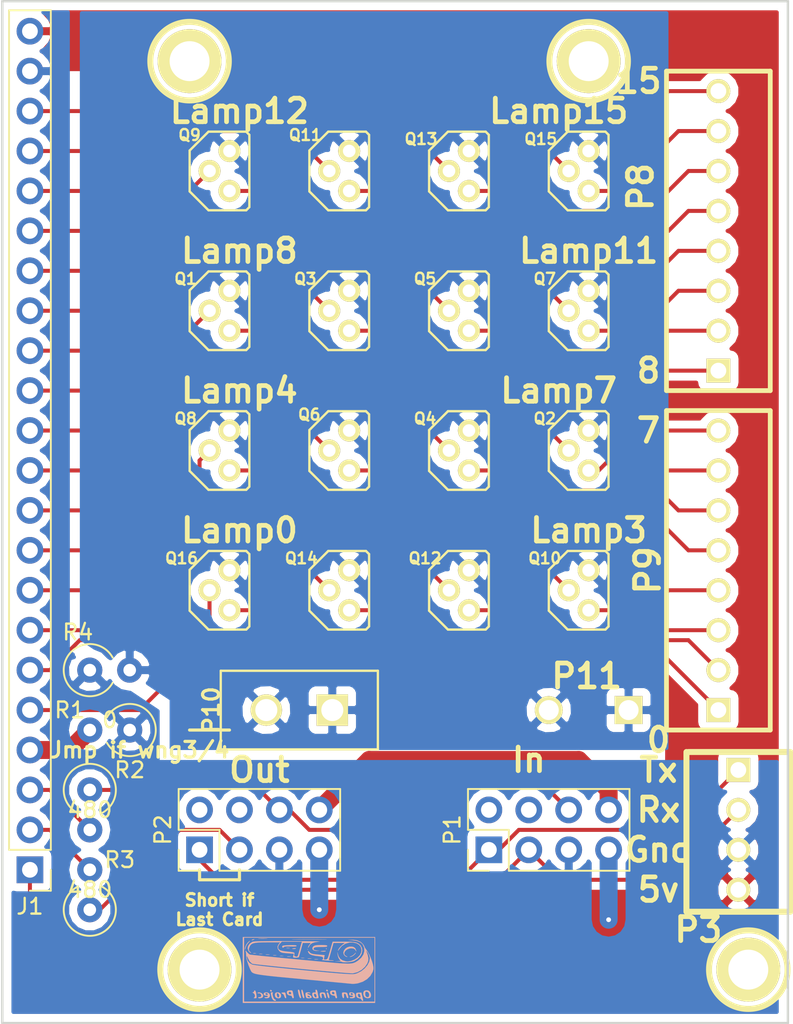
<source format=kicad_pcb>
(kicad_pcb (version 4) (host pcbnew 4.0.7)

  (general
    (links 71)
    (no_connects 0)
    (area 107.012381 38.605 160.537501 105.5338)
    (thickness 1.6)
    (drawings 29)
    (tracks 195)
    (zones 0)
    (modules 33)
    (nets 52)
  )

  (page A4)
  (layers
    (0 F.Cu signal)
    (31 B.Cu signal)
    (32 B.Adhes user)
    (33 F.Adhes user)
    (34 B.Paste user)
    (35 F.Paste user)
    (36 B.SilkS user)
    (37 F.SilkS user)
    (38 B.Mask user)
    (39 F.Mask user)
    (40 Dwgs.User user)
    (41 Cmts.User user)
    (42 Eco1.User user)
    (43 Eco2.User user)
    (44 Edge.Cuts user)
    (45 Margin user)
    (46 B.CrtYd user)
    (47 F.CrtYd user)
    (48 B.Fab user)
    (49 F.Fab user)
  )

  (setup
    (last_trace_width 0.25)
    (user_trace_width 0.254)
    (user_trace_width 1.143)
    (trace_clearance 0.2)
    (zone_clearance 0.508)
    (zone_45_only no)
    (trace_min 0.2)
    (segment_width 0.2)
    (edge_width 0.15)
    (via_size 0.6096)
    (via_drill 0.3048)
    (via_min_size 0.6096)
    (via_min_drill 0.3048)
    (uvia_size 0.3)
    (uvia_drill 0.1)
    (uvias_allowed no)
    (uvia_min_size 0.2)
    (uvia_min_drill 0.1)
    (pcb_text_width 0.3)
    (pcb_text_size 1.5 1.5)
    (mod_edge_width 0.15)
    (mod_text_size 1.5 1.5)
    (mod_text_width 0.15)
    (pad_size 1.4 1.4)
    (pad_drill 0.6)
    (pad_to_mask_clearance 0.2)
    (aux_axis_origin 110 40)
    (visible_elements 7FFFFFFF)
    (pcbplotparams
      (layerselection 0x010f0_80000001)
      (usegerberextensions true)
      (excludeedgelayer false)
      (linewidth 0.100000)
      (plotframeref false)
      (viasonmask false)
      (mode 1)
      (useauxorigin false)
      (hpglpennumber 1)
      (hpglpenspeed 20)
      (hpglpendiameter 15)
      (hpglpenoverlay 2)
      (psnegative false)
      (psa4output false)
      (plotreference true)
      (plotvalue true)
      (plotinvisibletext false)
      (padsonsilk false)
      (subtractmaskfromsilk false)
      (outputformat 1)
      (mirror false)
      (drillshape 0)
      (scaleselection 1)
      (outputdirectory Gerber/))
  )

  (net 0 "")
  (net 1 GNDPWR)
  (net 2 /P4.0)
  (net 3 /P4.1)
  (net 4 /P4.2)
  (net 5 /P4.3)
  (net 6 /P0.0)
  (net 7 /P0.1)
  (net 8 /P0.2)
  (net 9 /P0.3)
  (net 10 /P0.4)
  (net 11 /P0.5)
  (net 12 /P0.6)
  (net 13 /P0.7)
  (net 14 /P1.0)
  (net 15 /P1.1)
  (net 16 /P1.2)
  (net 17 /P1.3)
  (net 18 /P1.4)
  (net 19 /P1.5)
  (net 20 /P1.6)
  (net 21 /P1.7)
  (net 22 GND)
  (net 23 +5V)
  (net 24 "Net-(P1-Pad1)")
  (net 25 "Net-(P4-Pad1)")
  (net 26 "Net-(P5-Pad1)")
  (net 27 +12V1)
  (net 28 "Net-(P1-Pad2)")
  (net 29 "Net-(P1-Pad4)")
  (net 30 "Net-(P1-Pad6)")
  (net 31 "Net-(P2-Pad2)")
  (net 32 "Net-(P2-Pad3)")
  (net 33 "Net-(P2-Pad4)")
  (net 34 "Net-(P6-Pad1)")
  (net 35 "Net-(P7-Pad1)")
  (net 36 "Net-(P8-Pad1)")
  (net 37 "Net-(P8-Pad2)")
  (net 38 "Net-(P8-Pad3)")
  (net 39 "Net-(P8-Pad4)")
  (net 40 "Net-(P8-Pad5)")
  (net 41 "Net-(P8-Pad6)")
  (net 42 "Net-(P8-Pad7)")
  (net 43 "Net-(P8-Pad8)")
  (net 44 "Net-(P9-Pad1)")
  (net 45 "Net-(P9-Pad2)")
  (net 46 "Net-(P9-Pad3)")
  (net 47 "Net-(P9-Pad4)")
  (net 48 "Net-(P9-Pad5)")
  (net 49 "Net-(P9-Pad6)")
  (net 50 "Net-(P9-Pad7)")
  (net 51 "Net-(P9-Pad8)")

  (net_class Default "This is the default net class."
    (clearance 0.2)
    (trace_width 0.25)
    (via_dia 0.6096)
    (via_drill 0.3048)
    (uvia_dia 0.3)
    (uvia_drill 0.1)
    (add_net +12V1)
    (add_net +5V)
    (add_net /P0.0)
    (add_net /P0.1)
    (add_net /P0.2)
    (add_net /P0.3)
    (add_net /P0.4)
    (add_net /P0.5)
    (add_net /P0.6)
    (add_net /P0.7)
    (add_net /P1.0)
    (add_net /P1.1)
    (add_net /P1.2)
    (add_net /P1.3)
    (add_net /P1.4)
    (add_net /P1.5)
    (add_net /P1.6)
    (add_net /P1.7)
    (add_net /P4.0)
    (add_net /P4.1)
    (add_net /P4.2)
    (add_net /P4.3)
    (add_net GND)
    (add_net GNDPWR)
    (add_net "Net-(P1-Pad1)")
    (add_net "Net-(P1-Pad2)")
    (add_net "Net-(P1-Pad4)")
    (add_net "Net-(P1-Pad6)")
    (add_net "Net-(P2-Pad2)")
    (add_net "Net-(P2-Pad3)")
    (add_net "Net-(P2-Pad4)")
    (add_net "Net-(P4-Pad1)")
    (add_net "Net-(P5-Pad1)")
    (add_net "Net-(P6-Pad1)")
    (add_net "Net-(P7-Pad1)")
    (add_net "Net-(P8-Pad1)")
    (add_net "Net-(P8-Pad2)")
    (add_net "Net-(P8-Pad3)")
    (add_net "Net-(P8-Pad4)")
    (add_net "Net-(P8-Pad5)")
    (add_net "Net-(P8-Pad6)")
    (add_net "Net-(P8-Pad7)")
    (add_net "Net-(P8-Pad8)")
    (add_net "Net-(P9-Pad1)")
    (add_net "Net-(P9-Pad2)")
    (add_net "Net-(P9-Pad3)")
    (add_net "Net-(P9-Pad4)")
    (add_net "Net-(P9-Pad5)")
    (add_net "Net-(P9-Pad6)")
    (add_net "Net-(P9-Pad7)")
    (add_net "Net-(P9-Pad8)")
  )

  (module Pin_Headers:Pin_Header_Straight_1x22_Pitch2.54mm (layer F.Cu) (tedit 5A6A0E26) (tstamp 5A6798B0)
    (at 111.76 95.25 180)
    (descr "Through hole straight pin header, 1x22, 2.54mm pitch, single row")
    (tags "Through hole pin header THT 1x22 2.54mm single row")
    (path /5A678335)
    (fp_text reference J1 (at 0 -2.33 180) (layer F.SilkS)
      (effects (font (size 1 1) (thickness 0.15)))
    )
    (fp_text value Conn_01x22 (at 0 55.67 180) (layer F.Fab) hide
      (effects (font (size 1 1) (thickness 0.15)))
    )
    (fp_line (start -0.635 -1.27) (end 1.27 -1.27) (layer F.Fab) (width 0.1))
    (fp_line (start 1.27 -1.27) (end 1.27 54.61) (layer F.Fab) (width 0.1))
    (fp_line (start 1.27 54.61) (end -1.27 54.61) (layer F.Fab) (width 0.1))
    (fp_line (start -1.27 54.61) (end -1.27 -0.635) (layer F.Fab) (width 0.1))
    (fp_line (start -1.27 -0.635) (end -0.635 -1.27) (layer F.Fab) (width 0.1))
    (fp_line (start -1.33 54.67) (end 1.33 54.67) (layer F.SilkS) (width 0.12))
    (fp_line (start -1.33 1.27) (end -1.33 54.67) (layer F.SilkS) (width 0.12))
    (fp_line (start 1.33 1.27) (end 1.33 54.67) (layer F.SilkS) (width 0.12))
    (fp_line (start -1.33 1.27) (end 1.33 1.27) (layer F.SilkS) (width 0.12))
    (fp_line (start -1.33 0) (end -1.33 -1.33) (layer F.SilkS) (width 0.12))
    (fp_line (start -1.33 -1.33) (end 0 -1.33) (layer F.SilkS) (width 0.12))
    (fp_line (start -1.8 -1.8) (end -1.8 55.15) (layer F.CrtYd) (width 0.05))
    (fp_line (start -1.8 55.15) (end 1.8 55.15) (layer F.CrtYd) (width 0.05))
    (fp_line (start 1.8 55.15) (end 1.8 -1.8) (layer F.CrtYd) (width 0.05))
    (fp_line (start 1.8 -1.8) (end -1.8 -1.8) (layer F.CrtYd) (width 0.05))
    (fp_text user %R (at 0 26.67 270) (layer F.Fab)
      (effects (font (size 1 1) (thickness 0.15)))
    )
    (pad 1 thru_hole rect (at 0 0 180) (size 1.7 1.7) (drill 1) (layers *.Cu *.Mask)
      (net 2 /P4.0))
    (pad 2 thru_hole oval (at 0 2.54 180) (size 1.7 1.7) (drill 1) (layers *.Cu *.Mask)
      (net 3 /P4.1))
    (pad 3 thru_hole oval (at 0 5.08 180) (size 1.7 1.7) (drill 1) (layers *.Cu *.Mask)
      (net 4 /P4.2))
    (pad 4 thru_hole oval (at 0 7.62 180) (size 1.7 1.7) (drill 1) (layers *.Cu *.Mask)
      (net 5 /P4.3))
    (pad 5 thru_hole oval (at 0 10.16 180) (size 1.7 1.7) (drill 1) (layers *.Cu *.Mask)
      (net 6 /P0.0))
    (pad 6 thru_hole oval (at 0 12.7 180) (size 1.7 1.7) (drill 1) (layers *.Cu *.Mask)
      (net 7 /P0.1))
    (pad 7 thru_hole oval (at 0 15.24 180) (size 1.7 1.7) (drill 1) (layers *.Cu *.Mask)
      (net 8 /P0.2))
    (pad 8 thru_hole oval (at 0 17.78 180) (size 1.7 1.7) (drill 1) (layers *.Cu *.Mask)
      (net 9 /P0.3))
    (pad 9 thru_hole oval (at 0 20.32 180) (size 1.7 1.7) (drill 1) (layers *.Cu *.Mask)
      (net 10 /P0.4))
    (pad 10 thru_hole oval (at 0 22.86 180) (size 1.7 1.7) (drill 1) (layers *.Cu *.Mask)
      (net 11 /P0.5))
    (pad 11 thru_hole oval (at 0 25.4 180) (size 1.7 1.7) (drill 1) (layers *.Cu *.Mask)
      (net 12 /P0.6))
    (pad 12 thru_hole oval (at 0 27.94 180) (size 1.7 1.7) (drill 1) (layers *.Cu *.Mask)
      (net 13 /P0.7))
    (pad 13 thru_hole oval (at 0 30.48 180) (size 1.7 1.7) (drill 1) (layers *.Cu *.Mask)
      (net 14 /P1.0))
    (pad 14 thru_hole oval (at 0 33.02 180) (size 1.7 1.7) (drill 1) (layers *.Cu *.Mask)
      (net 15 /P1.1))
    (pad 15 thru_hole oval (at 0 35.56 180) (size 1.7 1.7) (drill 1) (layers *.Cu *.Mask)
      (net 16 /P1.2))
    (pad 16 thru_hole oval (at 0 38.1 180) (size 1.7 1.7) (drill 1) (layers *.Cu *.Mask)
      (net 17 /P1.3))
    (pad 17 thru_hole oval (at 0 40.64 180) (size 1.7 1.7) (drill 1) (layers *.Cu *.Mask)
      (net 18 /P1.4))
    (pad 18 thru_hole oval (at 0 43.18 180) (size 1.7 1.7) (drill 1) (layers *.Cu *.Mask)
      (net 19 /P1.5))
    (pad 19 thru_hole oval (at 0 45.72 180) (size 1.7 1.7) (drill 1) (layers *.Cu *.Mask)
      (net 20 /P1.6))
    (pad 20 thru_hole oval (at 0 48.26 180) (size 1.7 1.7) (drill 1) (layers *.Cu *.Mask)
      (net 21 /P1.7))
    (pad 21 thru_hole oval (at 0 50.8 180) (size 1.7 1.7) (drill 1) (layers *.Cu *.Mask)
      (net 22 GND))
    (pad 22 thru_hole oval (at 0 53.34 180) (size 1.7 1.7) (drill 1) (layers *.Cu *.Mask)
      (net 23 +5V))
    (model ${KISYS3DMOD}/Pin_Headers.3dshapes/Pin_Header_Straight_1x22_Pitch2.54mm.wrl
      (at (xyz 0 0 0))
      (scale (xyz 1 1 1))
      (rotate (xyz 0 0 0))
    )
  )

  (module commonlib:00_mtg_hole-2-56 (layer F.Cu) (tedit 5A6A0ED9) (tstamp 5A6798B5)
    (at 122.555 101.6)
    (descr "module 1 pin (ou trou mecanique de percage)")
    (tags DEV)
    (path /55B18CB8)
    (fp_text reference P4 (at 0 -3.048) (layer F.SilkS) hide
      (effects (font (size 1.016 1.016) (thickness 0.254)))
    )
    (fp_text value TST (at 0 2.794) (layer F.SilkS) hide
      (effects (font (size 1.016 1.016) (thickness 0.254)))
    )
    (fp_circle (center 0 0) (end -2.49936 0) (layer F.SilkS) (width 0.381))
    (pad 1 thru_hole circle (at 0 0) (size 4.064 4.064) (drill 2.54) (layers *.Cu *.Mask F.SilkS)
      (net 25 "Net-(P4-Pad1)"))
  )

  (module commonlib:00_mtg_hole-2-56 (layer F.Cu) (tedit 5A6A0F63) (tstamp 5A6798BA)
    (at 157.48 101.6)
    (descr "module 1 pin (ou trou mecanique de percage)")
    (tags DEV)
    (path /5A690B5C)
    (fp_text reference P5 (at 0 -3.048) (layer F.SilkS) hide
      (effects (font (size 1.016 1.016) (thickness 0.254)))
    )
    (fp_text value TST (at 0 2.794) (layer F.SilkS) hide
      (effects (font (size 1.016 1.016) (thickness 0.254)))
    )
    (fp_circle (center 0 0) (end -2.49936 0) (layer F.SilkS) (width 0.381))
    (pad 1 thru_hole circle (at 0 0) (size 4.064 4.064) (drill 2.54) (layers *.Cu *.Mask F.SilkS)
      (net 26 "Net-(P5-Pad1)"))
  )

  (module commonlib:00_mtg_hole-2-56 (layer F.Cu) (tedit 5A6A0F46) (tstamp 5A6798BF)
    (at 121.92 43.815)
    (descr "module 1 pin (ou trou mecanique de percage)")
    (tags DEV)
    (path /5A690C30)
    (fp_text reference P7 (at 0 -3.048) (layer F.SilkS) hide
      (effects (font (size 1.016 1.016) (thickness 0.254)))
    )
    (fp_text value TST (at 0 2.794) (layer F.SilkS) hide
      (effects (font (size 1.016 1.016) (thickness 0.254)))
    )
    (fp_circle (center 0 0) (end -2.49936 0) (layer F.SilkS) (width 0.381))
    (pad 1 thru_hole circle (at 0 0) (size 4.064 4.064) (drill 2.54) (layers *.Cu *.Mask F.SilkS)
      (net 35 "Net-(P7-Pad1)"))
  )

  (module commonlib:00_mtg_hole-2-56 (layer F.Cu) (tedit 5A6A0F72) (tstamp 5A6798C4)
    (at 147.32 43.815)
    (descr "module 1 pin (ou trou mecanique de percage)")
    (tags DEV)
    (path /5A690C29)
    (fp_text reference P6 (at 0 -3.048) (layer F.SilkS) hide
      (effects (font (size 1.016 1.016) (thickness 0.254)))
    )
    (fp_text value TST (at 0 2.794) (layer F.SilkS) hide
      (effects (font (size 1.016 1.016) (thickness 0.254)))
    )
    (fp_circle (center 0 0) (end -2.49936 0) (layer F.SilkS) (width 0.381))
    (pad 1 thru_hole circle (at 0 0) (size 4.064 4.064) (drill 2.54) (layers *.Cu *.Mask F.SilkS)
      (net 34 "Net-(P6-Pad1)"))
  )

  (module Pin_Headers:Pin_Header_Straight_2x04_Pitch2.54mm (layer F.Cu) (tedit 5A6A0EA8) (tstamp 5A6798D0)
    (at 140.97 93.98 90)
    (descr "Through hole straight pin header, 2x04, 2.54mm pitch, double rows")
    (tags "Through hole pin header THT 2x04 2.54mm double row")
    (path /5A693F87)
    (fp_text reference P1 (at 1.27 -2.33 90) (layer F.SilkS)
      (effects (font (size 1 1) (thickness 0.15)))
    )
    (fp_text value CONN_4X2 (at 1.27 9.95 90) (layer F.Fab) hide
      (effects (font (size 1 1) (thickness 0.15)))
    )
    (fp_line (start 0 -1.27) (end 3.81 -1.27) (layer F.Fab) (width 0.1))
    (fp_line (start 3.81 -1.27) (end 3.81 8.89) (layer F.Fab) (width 0.1))
    (fp_line (start 3.81 8.89) (end -1.27 8.89) (layer F.Fab) (width 0.1))
    (fp_line (start -1.27 8.89) (end -1.27 0) (layer F.Fab) (width 0.1))
    (fp_line (start -1.27 0) (end 0 -1.27) (layer F.Fab) (width 0.1))
    (fp_line (start -1.33 8.95) (end 3.87 8.95) (layer F.SilkS) (width 0.12))
    (fp_line (start -1.33 1.27) (end -1.33 8.95) (layer F.SilkS) (width 0.12))
    (fp_line (start 3.87 -1.33) (end 3.87 8.95) (layer F.SilkS) (width 0.12))
    (fp_line (start -1.33 1.27) (end 1.27 1.27) (layer F.SilkS) (width 0.12))
    (fp_line (start 1.27 1.27) (end 1.27 -1.33) (layer F.SilkS) (width 0.12))
    (fp_line (start 1.27 -1.33) (end 3.87 -1.33) (layer F.SilkS) (width 0.12))
    (fp_line (start -1.33 0) (end -1.33 -1.33) (layer F.SilkS) (width 0.12))
    (fp_line (start -1.33 -1.33) (end 0 -1.33) (layer F.SilkS) (width 0.12))
    (fp_line (start -1.8 -1.8) (end -1.8 9.4) (layer F.CrtYd) (width 0.05))
    (fp_line (start -1.8 9.4) (end 4.35 9.4) (layer F.CrtYd) (width 0.05))
    (fp_line (start 4.35 9.4) (end 4.35 -1.8) (layer F.CrtYd) (width 0.05))
    (fp_line (start 4.35 -1.8) (end -1.8 -1.8) (layer F.CrtYd) (width 0.05))
    (fp_text user %R (at 1.27 3.81 180) (layer F.Fab)
      (effects (font (size 1 1) (thickness 0.15)))
    )
    (pad 1 thru_hole rect (at 0 0 90) (size 1.7 1.7) (drill 1) (layers *.Cu *.Mask)
      (net 24 "Net-(P1-Pad1)"))
    (pad 2 thru_hole oval (at 2.54 0 90) (size 1.7 1.7) (drill 1) (layers *.Cu *.Mask)
      (net 28 "Net-(P1-Pad2)"))
    (pad 3 thru_hole oval (at 0 2.54 90) (size 1.7 1.7) (drill 1) (layers *.Cu *.Mask)
      (net 2 /P4.0))
    (pad 4 thru_hole oval (at 2.54 2.54 90) (size 1.7 1.7) (drill 1) (layers *.Cu *.Mask)
      (net 29 "Net-(P1-Pad4)"))
    (pad 5 thru_hole oval (at 0 5.08 90) (size 1.7 1.7) (drill 1) (layers *.Cu *.Mask)
      (net 22 GND))
    (pad 6 thru_hole oval (at 2.54 5.08 90) (size 1.7 1.7) (drill 1) (layers *.Cu *.Mask)
      (net 30 "Net-(P1-Pad6)"))
    (pad 7 thru_hole oval (at 0 7.62 90) (size 1.7 1.7) (drill 1) (layers *.Cu *.Mask)
      (net 23 +5V))
    (pad 8 thru_hole oval (at 2.54 7.62 90) (size 1.7 1.7) (drill 1) (layers *.Cu *.Mask)
      (net 27 +12V1))
    (model ${KISYS3DMOD}/Pin_Headers.3dshapes/Pin_Header_Straight_2x04_Pitch2.54mm.wrl
      (at (xyz 0 0 0))
      (scale (xyz 1 1 1))
      (rotate (xyz 0 0 0))
    )
  )

  (module Pin_Headers:Pin_Header_Straight_2x04_Pitch2.54mm (layer F.Cu) (tedit 5A6A0EBC) (tstamp 5A6798DC)
    (at 122.555 93.98 90)
    (descr "Through hole straight pin header, 2x04, 2.54mm pitch, double rows")
    (tags "Through hole pin header THT 2x04 2.54mm double row")
    (path /5A693F88)
    (fp_text reference P2 (at 1.27 -2.33 90) (layer F.SilkS)
      (effects (font (size 1 1) (thickness 0.15)))
    )
    (fp_text value CONN_4X2 (at 1.27 9.95 90) (layer F.Fab) hide
      (effects (font (size 1 1) (thickness 0.15)))
    )
    (fp_line (start 0 -1.27) (end 3.81 -1.27) (layer F.Fab) (width 0.1))
    (fp_line (start 3.81 -1.27) (end 3.81 8.89) (layer F.Fab) (width 0.1))
    (fp_line (start 3.81 8.89) (end -1.27 8.89) (layer F.Fab) (width 0.1))
    (fp_line (start -1.27 8.89) (end -1.27 0) (layer F.Fab) (width 0.1))
    (fp_line (start -1.27 0) (end 0 -1.27) (layer F.Fab) (width 0.1))
    (fp_line (start -1.33 8.95) (end 3.87 8.95) (layer F.SilkS) (width 0.12))
    (fp_line (start -1.33 1.27) (end -1.33 8.95) (layer F.SilkS) (width 0.12))
    (fp_line (start 3.87 -1.33) (end 3.87 8.95) (layer F.SilkS) (width 0.12))
    (fp_line (start -1.33 1.27) (end 1.27 1.27) (layer F.SilkS) (width 0.12))
    (fp_line (start 1.27 1.27) (end 1.27 -1.33) (layer F.SilkS) (width 0.12))
    (fp_line (start 1.27 -1.33) (end 3.87 -1.33) (layer F.SilkS) (width 0.12))
    (fp_line (start -1.33 0) (end -1.33 -1.33) (layer F.SilkS) (width 0.12))
    (fp_line (start -1.33 -1.33) (end 0 -1.33) (layer F.SilkS) (width 0.12))
    (fp_line (start -1.8 -1.8) (end -1.8 9.4) (layer F.CrtYd) (width 0.05))
    (fp_line (start -1.8 9.4) (end 4.35 9.4) (layer F.CrtYd) (width 0.05))
    (fp_line (start 4.35 9.4) (end 4.35 -1.8) (layer F.CrtYd) (width 0.05))
    (fp_line (start 4.35 -1.8) (end -1.8 -1.8) (layer F.CrtYd) (width 0.05))
    (fp_text user %R (at 1.27 3.81 180) (layer F.Fab)
      (effects (font (size 1 1) (thickness 0.15)))
    )
    (pad 1 thru_hole rect (at 0 0 90) (size 1.7 1.7) (drill 1) (layers *.Cu *.Mask)
      (net 24 "Net-(P1-Pad1)"))
    (pad 2 thru_hole oval (at 2.54 0 90) (size 1.7 1.7) (drill 1) (layers *.Cu *.Mask)
      (net 31 "Net-(P2-Pad2)"))
    (pad 3 thru_hole oval (at 0 2.54 90) (size 1.7 1.7) (drill 1) (layers *.Cu *.Mask)
      (net 32 "Net-(P2-Pad3)"))
    (pad 4 thru_hole oval (at 2.54 2.54 90) (size 1.7 1.7) (drill 1) (layers *.Cu *.Mask)
      (net 33 "Net-(P2-Pad4)"))
    (pad 5 thru_hole oval (at 0 5.08 90) (size 1.7 1.7) (drill 1) (layers *.Cu *.Mask)
      (net 22 GND))
    (pad 6 thru_hole oval (at 2.54 5.08 90) (size 1.7 1.7) (drill 1) (layers *.Cu *.Mask)
      (net 30 "Net-(P1-Pad6)"))
    (pad 7 thru_hole oval (at 0 7.62 90) (size 1.7 1.7) (drill 1) (layers *.Cu *.Mask)
      (net 23 +5V))
    (pad 8 thru_hole oval (at 2.54 7.62 90) (size 1.7 1.7) (drill 1) (layers *.Cu *.Mask)
      (net 27 +12V1))
    (model ${KISYS3DMOD}/Pin_Headers.3dshapes/Pin_Header_Straight_2x04_Pitch2.54mm.wrl
      (at (xyz 0 0 0))
      (scale (xyz 1 1 1))
      (rotate (xyz 0 0 0))
    )
  )

  (module commonlib:00_th1x4x100-lock (layer F.Cu) (tedit 5A6A2E60) (tstamp 5A6798E4)
    (at 156.845 92.71 270)
    (path /5A693F8A)
    (fp_text reference P3 (at 6.35 2.54 360) (layer F.SilkS)
      (effects (font (thickness 0.3048)))
    )
    (fp_text value CONN_4 (at 0 2.54 270) (layer F.SilkS) hide
      (effects (font (thickness 0.3048)))
    )
    (fp_line (start -4.953 3.302) (end 5.207 3.302) (layer F.SilkS) (width 0.381))
    (fp_line (start -4.953 -3.302) (end 5.207 -3.302) (layer F.SilkS) (width 0.381))
    (fp_line (start 5.207 -3.175) (end 5.207 3.175) (layer F.SilkS) (width 0.381))
    (fp_line (start -4.953 3.175) (end -4.953 -3.175) (layer F.SilkS) (width 0.381))
    (pad 1 thru_hole rect (at -3.81 0 270) (size 1.524 1.524) (drill 1.00076) (layers *.Cu *.Mask F.SilkS)
      (net 24 "Net-(P1-Pad1)"))
    (pad 2 thru_hole circle (at -1.27 0 270) (size 1.524 1.524) (drill 1.00076) (layers *.Cu *.Mask F.SilkS)
      (net 2 /P4.0))
    (pad 3 thru_hole circle (at 1.27 0 270) (size 1.524 1.524) (drill 1.00076) (layers *.Cu *.Mask F.SilkS)
      (net 22 GND))
    (pad 4 thru_hole circle (at 3.81 0 270) (size 1.524 1.524) (drill 1.00076) (layers *.Cu *.Mask F.SilkS)
      (net 23 +5V))
  )

  (module commonlib:00_th1x2x200 (layer F.Cu) (tedit 5A6A288F) (tstamp 5A6798F6)
    (at 147.32 85.09 180)
    (path /5A6A5CCA)
    (fp_text reference P11 (at 0.127 2.159 180) (layer F.SilkS)
      (effects (font (thickness 0.3048)))
    )
    (fp_text value SPADE_187 (at 0 0.254 180) (layer F.SilkS) hide
      (effects (font (thickness 0.3048)))
    )
    (pad 1 thru_hole rect (at -2.54 0 180) (size 1.778 1.778) (drill 1.27) (layers *.Cu *.Mask F.SilkS)
      (net 1 GNDPWR))
    (pad 2 thru_hole circle (at 2.54 0 180) (size 1.778 1.778) (drill 1.27) (layers *.Cu *.Mask F.SilkS)
      (net 1 GNDPWR))
  )

  (module Resistors_THT:R_Axial_DIN0309_L9.0mm_D3.2mm_P2.54mm_Vertical (layer F.Cu) (tedit 5A6A2ED2) (tstamp 5A679934)
    (at 115.57 82.55)
    (descr "Resistor, Axial_DIN0309 series, Axial, Vertical, pin pitch=2.54mm, 0.5W = 1/2W, length*diameter=9*3.2mm^2, http://cdn-reichelt.de/documents/datenblatt/B400/1_4W%23YAG.pdf")
    (tags "Resistor Axial_DIN0309 series Axial Vertical pin pitch 2.54mm 0.5W = 1/2W length 9mm diameter 3.2mm")
    (path /5A6B968A)
    (fp_text reference R4 (at -0.762 -2.413) (layer F.SilkS)
      (effects (font (size 1 1) (thickness 0.15)))
    )
    (fp_text value 0 (at 1.27 2.66) (layer F.Fab)
      (effects (font (size 1 1) (thickness 0.15)))
    )
    (fp_arc (start 0 0) (end 1.45451 -0.8) (angle -302.4) (layer F.SilkS) (width 0.12))
    (fp_circle (center 0 0) (end 1.6 0) (layer F.Fab) (width 0.1))
    (fp_line (start 0 0) (end 2.54 0) (layer F.Fab) (width 0.1))
    (fp_line (start -1.95 -1.95) (end -1.95 1.95) (layer F.CrtYd) (width 0.05))
    (fp_line (start -1.95 1.95) (end 3.65 1.95) (layer F.CrtYd) (width 0.05))
    (fp_line (start 3.65 1.95) (end 3.65 -1.95) (layer F.CrtYd) (width 0.05))
    (fp_line (start 3.65 -1.95) (end -1.95 -1.95) (layer F.CrtYd) (width 0.05))
    (pad 1 thru_hole circle (at 0 0) (size 1.6 1.6) (drill 0.8) (layers *.Cu *.Mask)
      (net 22 GND))
    (pad 2 thru_hole oval (at 2.54 0) (size 1.6 1.6) (drill 0.8) (layers *.Cu *.Mask)
      (net 1 GNDPWR))
    (model ${KISYS3DMOD}/Resistors_THT.3dshapes/R_Axial_DIN0309_L9.0mm_D3.2mm_P2.54mm_Vertical.wrl
      (at (xyz 0 0 0))
      (scale (xyz 0.393701 0.393701 0.393701))
      (rotate (xyz 0 0 0))
    )
  )

  (module Resistors_THT:R_Axial_DIN0309_L9.0mm_D3.2mm_P2.54mm_Vertical (layer F.Cu) (tedit 5A6A0E03) (tstamp 5A67996A)
    (at 115.57 97.79 90)
    (descr "Resistor, Axial_DIN0309 series, Axial, Vertical, pin pitch=2.54mm, 0.5W = 1/2W, length*diameter=9*3.2mm^2, http://cdn-reichelt.de/documents/datenblatt/B400/1_4W%23YAG.pdf")
    (tags "Resistor Axial_DIN0309 series Axial Vertical pin pitch 2.54mm 0.5W = 1/2W length 9mm diameter 3.2mm")
    (path /5A693F92)
    (fp_text reference R3 (at 3.175 1.905 180) (layer F.SilkS)
      (effects (font (size 1 1) (thickness 0.15)))
    )
    (fp_text value 480 (at 1.27 0 180) (layer F.SilkS)
      (effects (font (size 1 1) (thickness 0.15)))
    )
    (fp_arc (start 0 0) (end 1.45451 -0.8) (angle -302.4) (layer F.SilkS) (width 0.12))
    (fp_circle (center 0 0) (end 1.6 0) (layer F.Fab) (width 0.1))
    (fp_line (start 0 0) (end 2.54 0) (layer F.Fab) (width 0.1))
    (fp_line (start -1.95 -1.95) (end -1.95 1.95) (layer F.CrtYd) (width 0.05))
    (fp_line (start -1.95 1.95) (end 3.65 1.95) (layer F.CrtYd) (width 0.05))
    (fp_line (start 3.65 1.95) (end 3.65 -1.95) (layer F.CrtYd) (width 0.05))
    (fp_line (start 3.65 -1.95) (end -1.95 -1.95) (layer F.CrtYd) (width 0.05))
    (pad 1 thru_hole circle (at 0 0 90) (size 1.6 1.6) (drill 0.8) (layers *.Cu *.Mask)
      (net 32 "Net-(P2-Pad3)"))
    (pad 2 thru_hole oval (at 2.54 0 90) (size 1.6 1.6) (drill 0.8) (layers *.Cu *.Mask)
      (net 3 /P4.1))
    (model ${KISYS3DMOD}/Resistors_THT.3dshapes/R_Axial_DIN0309_L9.0mm_D3.2mm_P2.54mm_Vertical.wrl
      (at (xyz 0 0 0))
      (scale (xyz 0.393701 0.393701 0.393701))
      (rotate (xyz 0 0 0))
    )
  )

  (module Resistors_THT:R_Axial_DIN0309_L9.0mm_D3.2mm_P2.54mm_Vertical (layer F.Cu) (tedit 5A6A0DEE) (tstamp 5A679970)
    (at 115.57 90.17 270)
    (descr "Resistor, Axial_DIN0309 series, Axial, Vertical, pin pitch=2.54mm, 0.5W = 1/2W, length*diameter=9*3.2mm^2, http://cdn-reichelt.de/documents/datenblatt/B400/1_4W%23YAG.pdf")
    (tags "Resistor Axial_DIN0309 series Axial Vertical pin pitch 2.54mm 0.5W = 1/2W length 9mm diameter 3.2mm")
    (path /5A693F91)
    (fp_text reference R2 (at -1.27 -2.54 360) (layer F.SilkS)
      (effects (font (size 1 1) (thickness 0.15)))
    )
    (fp_text value 480 (at 1.27 0 360) (layer F.SilkS)
      (effects (font (size 1 1) (thickness 0.15)))
    )
    (fp_arc (start 0 0) (end 1.45451 -0.8) (angle -302.4) (layer F.SilkS) (width 0.12))
    (fp_circle (center 0 0) (end 1.6 0) (layer F.Fab) (width 0.1))
    (fp_line (start 0 0) (end 2.54 0) (layer F.Fab) (width 0.1))
    (fp_line (start -1.95 -1.95) (end -1.95 1.95) (layer F.CrtYd) (width 0.05))
    (fp_line (start -1.95 1.95) (end 3.65 1.95) (layer F.CrtYd) (width 0.05))
    (fp_line (start 3.65 1.95) (end 3.65 -1.95) (layer F.CrtYd) (width 0.05))
    (fp_line (start 3.65 -1.95) (end -1.95 -1.95) (layer F.CrtYd) (width 0.05))
    (pad 1 thru_hole circle (at 0 0 270) (size 1.6 1.6) (drill 0.8) (layers *.Cu *.Mask)
      (net 30 "Net-(P1-Pad6)"))
    (pad 2 thru_hole oval (at 2.54 0 270) (size 1.6 1.6) (drill 0.8) (layers *.Cu *.Mask)
      (net 4 /P4.2))
    (model ${KISYS3DMOD}/Resistors_THT.3dshapes/R_Axial_DIN0309_L9.0mm_D3.2mm_P2.54mm_Vertical.wrl
      (at (xyz 0 0 0))
      (scale (xyz 0.393701 0.393701 0.393701))
      (rotate (xyz 0 0 0))
    )
  )

  (module Resistors_THT:R_Axial_DIN0309_L9.0mm_D3.2mm_P2.54mm_Vertical (layer F.Cu) (tedit 5A6A0C3F) (tstamp 5A679976)
    (at 118.11 86.36 180)
    (descr "Resistor, Axial_DIN0309 series, Axial, Vertical, pin pitch=2.54mm, 0.5W = 1/2W, length*diameter=9*3.2mm^2, http://cdn-reichelt.de/documents/datenblatt/B400/1_4W%23YAG.pdf")
    (tags "Resistor Axial_DIN0309 series Axial Vertical pin pitch 2.54mm 0.5W = 1/2W length 9mm diameter 3.2mm")
    (path /5A69D2DC)
    (fp_text reference R1 (at 3.81 1.27 180) (layer F.SilkS)
      (effects (font (size 1 1) (thickness 0.15)))
    )
    (fp_text value 0 (at 1.27 0.635 180) (layer F.SilkS)
      (effects (font (size 1 1) (thickness 0.15)))
    )
    (fp_arc (start 0 0) (end 1.45451 -0.8) (angle -302.4) (layer F.SilkS) (width 0.12))
    (fp_circle (center 0 0) (end 1.6 0) (layer F.Fab) (width 0.1))
    (fp_line (start 0 0) (end 2.54 0) (layer F.Fab) (width 0.1))
    (fp_line (start -1.95 -1.95) (end -1.95 1.95) (layer F.CrtYd) (width 0.05))
    (fp_line (start -1.95 1.95) (end 3.65 1.95) (layer F.CrtYd) (width 0.05))
    (fp_line (start 3.65 1.95) (end 3.65 -1.95) (layer F.CrtYd) (width 0.05))
    (fp_line (start 3.65 -1.95) (end -1.95 -1.95) (layer F.CrtYd) (width 0.05))
    (pad 1 thru_hole circle (at 0 0 180) (size 1.6 1.6) (drill 0.8) (layers *.Cu *.Mask)
      (net 22 GND))
    (pad 2 thru_hole oval (at 2.54 0 180) (size 1.6 1.6) (drill 0.8) (layers *.Cu *.Mask)
      (net 5 /P4.3))
    (model ${KISYS3DMOD}/Resistors_THT.3dshapes/R_Axial_DIN0309_L9.0mm_D3.2mm_P2.54mm_Vertical.wrl
      (at (xyz 0 0 0))
      (scale (xyz 0.393701 0.393701 0.393701))
      (rotate (xyz 0 0 0))
    )
  )

  (module opp_logo_backsilk:opp_logo_backsilk (layer F.Cu) (tedit 0) (tstamp 5A68C2FC)
    (at 129.54 101.6)
    (fp_text reference VAL (at 0 0) (layer F.SilkS) hide
      (effects (font (size 0.381 0.381) (thickness 0.127)))
    )
    (fp_text value REF (at 0 0) (layer F.SilkS) hide
      (effects (font (size 0.381 0.381) (thickness 0.127)))
    )
    (fp_poly (pts (xy -4.23418 2.11836) (xy -4.15036 2.11836) (xy -4.15036 2.032) (xy -4.15036 0)
      (xy -4.15036 -2.032) (xy 0 -2.032) (xy 4.15036 -2.032) (xy 4.15036 0)
      (xy 4.15036 2.032) (xy 0 2.032) (xy -4.15036 2.032) (xy -4.15036 2.11836)
      (xy -0.02286 2.11836) (xy 4.191 2.11836) (xy 4.191 0.02286) (xy 4.191 -2.07518)
      (xy -0.02286 -2.07518) (xy -4.23418 -2.07518) (xy -4.23418 0.02286) (xy -4.23418 2.11836)
      (xy -4.23418 2.11836)) (layer B.SilkS) (width 0.00254))
    (fp_poly (pts (xy 2.9718 1.55448) (xy 2.9845 1.69164) (xy 3.05816 1.78562) (xy 3.09118 1.79578)
      (xy 3.09118 1.62306) (xy 3.10642 1.55194) (xy 3.1496 1.524) (xy 3.21564 1.5621)
      (xy 3.25374 1.65862) (xy 3.26136 1.71958) (xy 3.2512 1.77038) (xy 3.21056 1.77038)
      (xy 3.15722 1.7526) (xy 3.10896 1.7018) (xy 3.09118 1.62306) (xy 3.09118 1.79578)
      (xy 3.17246 1.82118) (xy 3.27406 1.84404) (xy 3.3147 1.905) (xy 3.35026 1.96596)
      (xy 3.39598 1.9939) (xy 3.42646 1.97612) (xy 3.429 1.95834) (xy 3.41884 1.90246)
      (xy 3.39344 1.79324) (xy 3.37312 1.69418) (xy 3.31724 1.4605) (xy 3.15214 1.4605)
      (xy 3.04038 1.46812) (xy 2.98704 1.50114) (xy 2.9718 1.55448) (xy 2.9718 1.55448)) (layer B.SilkS) (width 0.00254))
    (fp_poly (pts (xy -2.4511 1.4859) (xy -2.4384 1.57988) (xy -2.43586 1.6002) (xy -2.37998 1.80848)
      (xy -2.2987 1.93802) (xy -2.21234 1.98374) (xy -2.13868 1.97866) (xy -2.11836 1.9558)
      (xy -2.15138 1.91262) (xy -2.19202 1.89484) (xy -2.24536 1.84912) (xy -2.29362 1.7526)
      (xy -2.32664 1.64084) (xy -2.33934 1.5367) (xy -2.32156 1.4732) (xy -2.3114 1.46558)
      (xy -2.3114 1.45034) (xy -2.36474 1.44272) (xy -2.42824 1.4478) (xy -2.4511 1.4859)
      (xy -2.4511 1.4859)) (layer B.SilkS) (width 0.00254))
    (fp_poly (pts (xy 3.43662 1.4605) (xy 3.43916 1.59004) (xy 3.48996 1.71704) (xy 3.49504 1.7272)
      (xy 3.556 1.77292) (xy 3.556 1.54432) (xy 3.5687 1.44018) (xy 3.6068 1.40208)
      (xy 3.6322 1.397) (xy 3.74142 1.4351) (xy 3.80238 1.53416) (xy 3.81 1.61544)
      (xy 3.7846 1.71958) (xy 3.71348 1.75514) (xy 3.62966 1.72974) (xy 3.57124 1.651)
      (xy 3.556 1.54432) (xy 3.556 1.77292) (xy 3.58648 1.79578) (xy 3.71348 1.82372)
      (xy 3.83286 1.8034) (xy 3.8862 1.77038) (xy 3.92938 1.6764) (xy 3.92176 1.5494)
      (xy 3.87096 1.42748) (xy 3.79476 1.3462) (xy 3.6957 1.31572) (xy 3.57886 1.3208)
      (xy 3.48742 1.3589) (xy 3.4798 1.36398) (xy 3.43662 1.4605) (xy 3.43662 1.4605)) (layer B.SilkS) (width 0.00254))
    (fp_poly (pts (xy 2.54 1.54432) (xy 2.5527 1.62052) (xy 2.60858 1.64846) (xy 2.62636 1.64846)
      (xy 2.62636 1.54178) (xy 2.65684 1.49098) (xy 2.69494 1.49098) (xy 2.76606 1.52654)
      (xy 2.7813 1.5748) (xy 2.73812 1.60782) (xy 2.71272 1.61036) (xy 2.6416 1.58242)
      (xy 2.62636 1.54178) (xy 2.62636 1.64846) (xy 2.67208 1.651) (xy 2.76606 1.66624)
      (xy 2.78384 1.70434) (xy 2.73304 1.74244) (xy 2.65176 1.75006) (xy 2.5781 1.75514)
      (xy 2.56286 1.78054) (xy 2.62636 1.8161) (xy 2.7305 1.82118) (xy 2.83464 1.8034)
      (xy 2.90322 1.76276) (xy 2.9083 1.7526) (xy 2.91592 1.6637) (xy 2.8956 1.57226)
      (xy 2.84988 1.49352) (xy 2.76606 1.45796) (xy 2.70002 1.4478) (xy 2.59588 1.44526)
      (xy 2.55016 1.47066) (xy 2.54 1.5367) (xy 2.54 1.54432) (xy 2.54 1.54432)) (layer B.SilkS) (width 0.00254))
    (fp_poly (pts (xy 2.07518 1.5367) (xy 2.09042 1.6764) (xy 2.12598 1.778) (xy 2.17424 1.82118)
      (xy 2.17678 1.82118) (xy 2.2098 1.78308) (xy 2.2098 1.67386) (xy 2.20726 1.56972)
      (xy 2.2352 1.52908) (xy 2.25806 1.524) (xy 2.31648 1.56464) (xy 2.35204 1.67386)
      (xy 2.39014 1.778) (xy 2.44094 1.82118) (xy 2.44348 1.82118) (xy 2.48666 1.7907)
      (xy 2.48412 1.74752) (xy 2.45872 1.64846) (xy 2.44094 1.56464) (xy 2.41046 1.49098)
      (xy 2.35204 1.45796) (xy 2.24536 1.4478) (xy 2.13614 1.4478) (xy 2.08788 1.4732)
      (xy 2.07518 1.53162) (xy 2.07518 1.5367) (xy 2.07518 1.5367)) (layer B.SilkS) (width 0.00254))
    (fp_poly (pts (xy 1.3208 1.43764) (xy 1.34112 1.54686) (xy 1.42748 1.6256) (xy 1.44018 1.6256)
      (xy 1.44018 1.47828) (xy 1.46558 1.41732) (xy 1.524 1.40716) (xy 1.58242 1.44526)
      (xy 1.60274 1.49352) (xy 1.58496 1.55448) (xy 1.52908 1.56718) (xy 1.45542 1.53924)
      (xy 1.44018 1.47828) (xy 1.44018 1.6256) (xy 1.55448 1.651) (xy 1.63322 1.6764)
      (xy 1.651 1.73736) (xy 1.68148 1.80594) (xy 1.71958 1.82118) (xy 1.76784 1.79832)
      (xy 1.76276 1.7272) (xy 1.73736 1.62052) (xy 1.71196 1.4859) (xy 1.70942 1.47066)
      (xy 1.6891 1.36906) (xy 1.651 1.32334) (xy 1.56972 1.31826) (xy 1.50876 1.3208)
      (xy 1.39446 1.33858) (xy 1.33858 1.37414) (xy 1.3208 1.43764) (xy 1.3208 1.43764)) (layer B.SilkS) (width 0.00254))
    (fp_poly (pts (xy 1.11506 1.47066) (xy 1.1176 1.51384) (xy 1.14554 1.6129) (xy 1.1684 1.70434)
      (xy 1.20396 1.78816) (xy 1.24714 1.82118) (xy 1.27762 1.80086) (xy 1.27762 1.73228)
      (xy 1.2573 1.63068) (xy 1.21666 1.50876) (xy 1.17094 1.44526) (xy 1.1557 1.44018)
      (xy 1.11506 1.47066) (xy 1.11506 1.47066)) (layer B.SilkS) (width 0.00254))
    (fp_poly (pts (xy 0.66802 1.61036) (xy 0.6858 1.68402) (xy 0.72898 1.7907) (xy 0.76962 1.82118)
      (xy 0.79502 1.778) (xy 0.7874 1.67386) (xy 0.7747 1.5748) (xy 0.79502 1.53162)
      (xy 0.84074 1.524) (xy 0.90424 1.55194) (xy 0.94488 1.64338) (xy 0.94996 1.67386)
      (xy 0.98298 1.77038) (xy 1.02616 1.81864) (xy 1.03378 1.82118) (xy 1.06426 1.8034)
      (xy 1.0668 1.7399) (xy 1.04648 1.63576) (xy 1.016 1.52146) (xy 0.9779 1.46558)
      (xy 0.90424 1.45034) (xy 0.84582 1.4478) (xy 0.7239 1.4605) (xy 0.67056 1.50876)
      (xy 0.66802 1.61036) (xy 0.66802 1.61036)) (layer B.SilkS) (width 0.00254))
    (fp_poly (pts (xy 0.18034 1.52908) (xy 0.19558 1.64846) (xy 0.21336 1.69418) (xy 0.25908 1.778)
      (xy 0.29718 1.79832) (xy 0.29718 1.59766) (xy 0.32004 1.53416) (xy 0.3683 1.52908)
      (xy 0.42418 1.57226) (xy 0.4572 1.65354) (xy 0.45974 1.6637) (xy 0.45466 1.75514)
      (xy 0.41148 1.77292) (xy 0.34798 1.7272) (xy 0.3048 1.64338) (xy 0.29718 1.59766)
      (xy 0.29718 1.79832) (xy 0.32512 1.81356) (xy 0.43434 1.82118) (xy 0.54356 1.81864)
      (xy 0.58674 1.79324) (xy 0.5842 1.73228) (xy 0.57404 1.68402) (xy 0.5461 1.5367)
      (xy 0.5207 1.4097) (xy 0.48768 1.3081) (xy 0.43434 1.27) (xy 0.39116 1.2954)
      (xy 0.39878 1.3716) (xy 0.4064 1.44272) (xy 0.36322 1.45796) (xy 0.3175 1.45034)
      (xy 0.22352 1.4605) (xy 0.18034 1.52908) (xy 0.18034 1.52908)) (layer B.SilkS) (width 0.00254))
    (fp_poly (pts (xy -0.24384 1.5494) (xy -0.23368 1.65608) (xy -0.23114 1.67132) (xy -0.20574 1.77038)
      (xy -0.15748 1.81102) (xy -0.12192 1.81356) (xy -0.12192 1.69164) (xy -0.11684 1.67132)
      (xy -0.05588 1.65862) (xy 0.0127 1.68656) (xy 0.04318 1.73482) (xy 0.01778 1.77546)
      (xy -0.06096 1.75006) (xy -0.08382 1.73736) (xy -0.12192 1.69164) (xy -0.12192 1.81356)
      (xy -0.06096 1.82118) (xy -0.04064 1.82118) (xy 0.07366 1.80848) (xy 0.14478 1.78054)
      (xy 0.1524 1.77292) (xy 0.14478 1.7145) (xy 0.0889 1.64592) (xy 0.00508 1.59004)
      (xy -0.06858 1.56718) (xy -0.12192 1.53924) (xy -0.127 1.52146) (xy -0.09144 1.49352)
      (xy -0.01778 1.50114) (xy 0.05842 1.50876) (xy 0.06604 1.48336) (xy 0.00508 1.45034)
      (xy -0.09652 1.44018) (xy -0.1905 1.45542) (xy -0.23368 1.48082) (xy -0.24384 1.5494)
      (xy -0.24384 1.5494)) (layer B.SilkS) (width 0.00254))
    (fp_poly (pts (xy -0.50546 1.35382) (xy -0.48768 1.47574) (xy -0.45974 1.60528) (xy -0.4191 1.73736)
      (xy -0.37338 1.81102) (xy -0.35306 1.82118) (xy -0.31496 1.79324) (xy -0.32258 1.70434)
      (xy -0.37084 1.4986) (xy -0.40894 1.36652) (xy -0.43942 1.29286) (xy -0.46736 1.27)
      (xy -0.46736 1.27) (xy -0.49784 1.29032) (xy -0.50546 1.35382) (xy -0.50546 1.35382)) (layer B.SilkS) (width 0.00254))
    (fp_poly (pts (xy -0.7239 1.3462) (xy -0.70358 1.46304) (xy -0.6858 1.54686) (xy -0.63754 1.70688)
      (xy -0.59182 1.80086) (xy -0.56134 1.82118) (xy -0.5207 1.7907) (xy -0.52578 1.74752)
      (xy -0.54864 1.651) (xy -0.57404 1.54686) (xy -0.60706 1.397) (xy -0.635 1.31318)
      (xy -0.66548 1.27762) (xy -0.69596 1.27) (xy -0.72136 1.28778) (xy -0.7239 1.3462)
      (xy -0.7239 1.3462)) (layer B.SilkS) (width 0.00254))
    (fp_poly (pts (xy -1.43256 1.43764) (xy -1.41224 1.54686) (xy -1.32588 1.6256) (xy -1.31318 1.62814)
      (xy -1.31318 1.47828) (xy -1.28524 1.41732) (xy -1.22936 1.40716) (xy -1.17094 1.44526)
      (xy -1.15062 1.49352) (xy -1.16586 1.55448) (xy -1.22428 1.56718) (xy -1.29794 1.53924)
      (xy -1.31318 1.47828) (xy -1.31318 1.62814) (xy -1.19888 1.651) (xy -1.12014 1.6764)
      (xy -1.10236 1.73736) (xy -1.07188 1.80594) (xy -1.03378 1.82118) (xy -0.98552 1.79832)
      (xy -0.98806 1.7272) (xy -1.01092 1.62052) (xy -1.03632 1.4859) (xy -1.03886 1.47066)
      (xy -1.06172 1.36906) (xy -1.10236 1.32334) (xy -1.18364 1.31826) (xy -1.2446 1.3208)
      (xy -1.3589 1.33858) (xy -1.41224 1.37414) (xy -1.43256 1.43764) (xy -1.43256 1.43764)) (layer B.SilkS) (width 0.00254))
    (fp_poly (pts (xy -1.778 1.48336) (xy -1.74244 1.51892) (xy -1.69926 1.5367) (xy -1.62814 1.59258)
      (xy -1.59004 1.6891) (xy -1.55448 1.78054) (xy -1.50622 1.82118) (xy -1.50368 1.82118)
      (xy -1.47066 1.80086) (xy -1.4732 1.72974) (xy -1.4859 1.6637) (xy -1.50876 1.55194)
      (xy -1.52146 1.48082) (xy -1.524 1.47574) (xy -1.55956 1.45542) (xy -1.6383 1.45034)
      (xy -1.72466 1.45796) (xy -1.77546 1.47828) (xy -1.778 1.48336) (xy -1.778 1.48336)) (layer B.SilkS) (width 0.00254))
    (fp_poly (pts (xy -2.19456 1.59512) (xy -2.1717 1.71196) (xy -2.16154 1.73482) (xy -2.08788 1.80086)
      (xy -2.06756 1.8034) (xy -2.06756 1.6129) (xy -2.06502 1.51384) (xy -2.03454 1.48844)
      (xy -2.02692 1.49098) (xy -1.94564 1.55448) (xy -1.91262 1.65608) (xy -1.92024 1.71196)
      (xy -1.96342 1.77038) (xy -2.01422 1.75514) (xy -2.05486 1.67894) (xy -2.06756 1.6129)
      (xy -2.06756 1.8034) (xy -1.9812 1.82626) (xy -1.87706 1.81102) (xy -1.80848 1.75514)
      (xy -1.80086 1.73736) (xy -1.79324 1.60274) (xy -1.85166 1.50114) (xy -1.96596 1.44526)
      (xy -2.10312 1.4478) (xy -2.16916 1.49606) (xy -2.19456 1.59512) (xy -2.19456 1.59512)) (layer B.SilkS) (width 0.00254))
    (fp_poly (pts (xy -2.90322 1.59512) (xy -2.84226 1.64084) (xy -2.794 1.64592) (xy -2.794 1.54178)
      (xy -2.76352 1.49098) (xy -2.72288 1.49098) (xy -2.6543 1.52654) (xy -2.63652 1.5748)
      (xy -2.6797 1.60782) (xy -2.7051 1.61036) (xy -2.77876 1.58242) (xy -2.794 1.54178)
      (xy -2.794 1.64592) (xy -2.74574 1.651) (xy -2.6543 1.66624) (xy -2.63652 1.70434)
      (xy -2.68732 1.74244) (xy -2.7686 1.75006) (xy -2.84226 1.75514) (xy -2.8575 1.78054)
      (xy -2.794 1.81356) (xy -2.6924 1.81864) (xy -2.59334 1.79832) (xy -2.55016 1.77038)
      (xy -2.5019 1.67132) (xy -2.52476 1.55956) (xy -2.5654 1.50622) (xy -2.6543 1.45542)
      (xy -2.76352 1.44272) (xy -2.8575 1.46558) (xy -2.8956 1.50876) (xy -2.90322 1.59512)
      (xy -2.90322 1.59512)) (layer B.SilkS) (width 0.00254))
    (fp_poly (pts (xy -3.302 1.48336) (xy -3.26898 1.5113) (xy -3.22326 1.50622) (xy -3.13436 1.51384)
      (xy -3.07086 1.57988) (xy -3.05562 1.67894) (xy -3.05816 1.68148) (xy -3.10642 1.74244)
      (xy -3.16738 1.74752) (xy -3.2385 1.75514) (xy -3.26136 1.78054) (xy -3.2258 1.81356)
      (xy -3.14452 1.82118) (xy -3.05054 1.8034) (xy -2.9718 1.7653) (xy -2.96164 1.7526)
      (xy -2.93116 1.66116) (xy -2.96418 1.56464) (xy -3.05054 1.4859) (xy -3.16738 1.4478)
      (xy -3.2639 1.45288) (xy -3.302 1.48336) (xy -3.302 1.48336)) (layer B.SilkS) (width 0.00254))
    (fp_poly (pts (xy -3.62966 1.45034) (xy -3.59664 1.4732) (xy -3.57378 1.48082) (xy -3.49758 1.54686)
      (xy -3.45948 1.64084) (xy -3.46964 1.73228) (xy -3.51028 1.778) (xy -3.5433 1.80594)
      (xy -3.50266 1.81864) (xy -3.45948 1.81864) (xy -3.38582 1.8161) (xy -3.35534 1.78308)
      (xy -3.35534 1.69926) (xy -3.36042 1.64084) (xy -3.38836 1.4605) (xy -3.429 1.34874)
      (xy -3.47726 1.31318) (xy -3.51028 1.34874) (xy -3.51536 1.37668) (xy -3.54838 1.43256)
      (xy -3.58902 1.44272) (xy -3.62966 1.45034) (xy -3.62966 1.45034)) (layer B.SilkS) (width 0.00254))
    (fp_poly (pts (xy 1.07188 1.2954) (xy 1.0795 1.3462) (xy 1.13538 1.38938) (xy 1.17856 1.36906)
      (xy 1.18618 1.33858) (xy 1.15316 1.28016) (xy 1.12014 1.27) (xy 1.07188 1.2954)
      (xy 1.07188 1.2954)) (layer B.SilkS) (width 0.00254))
    (fp_poly (pts (xy -2.49936 1.33096) (xy -2.4638 1.38938) (xy -2.43078 1.397) (xy -2.38252 1.37414)
      (xy -2.37998 1.34874) (xy -2.42316 1.29286) (xy -2.47396 1.28524) (xy -2.49936 1.33096)
      (xy -2.49936 1.33096)) (layer B.SilkS) (width 0.00254))
    (fp_poly (pts (xy -4.05892 -1.21158) (xy -4.05384 -1.17094) (xy -4.04368 -1.143) (xy -4.02336 -1.03124)
      (xy -4.01574 -0.889) (xy -4.01574 -0.8636) (xy -4.0005 -0.71628) (xy -3.97764 -0.6223)
      (xy -3.97764 -0.78232) (xy -3.97256 -0.85852) (xy -3.9624 -0.86614) (xy -3.93446 -0.80264)
      (xy -3.9116 -0.74422) (xy -3.80238 -0.53086) (xy -3.6576 -0.39116) (xy -3.62966 -0.37592)
      (xy -3.57378 -0.36322) (xy -3.4417 -0.34544) (xy -3.24104 -0.32004) (xy -2.97942 -0.2921)
      (xy -2.667 -0.25908) (xy -2.3114 -0.22098) (xy -1.9177 -0.18034) (xy -1.4986 -0.1397)
      (xy -1.05918 -0.09652) (xy -0.6096 -0.05334) (xy -0.15494 -0.01016) (xy 0.29718 0.03302)
      (xy 0.73406 0.07366) (xy 1.14808 0.11176) (xy 1.53416 0.14478) (xy 1.88468 0.17526)
      (xy 2.18694 0.20066) (xy 2.4384 0.21844) (xy 2.62636 0.23114) (xy 2.74574 0.23622)
      (xy 2.7813 0.23622) (xy 3.06578 0.16256) (xy 3.32486 0.02032) (xy 3.5433 -0.1778)
      (xy 3.68808 -0.38862) (xy 3.75158 -0.5588) (xy 3.76174 -0.73406) (xy 3.71602 -0.93726)
      (xy 3.68554 -1.02616) (xy 3.64236 -1.14554) (xy 3.63474 -1.1938) (xy 3.6576 -1.17856)
      (xy 3.66776 -1.16332) (xy 3.7465 -1.0414) (xy 3.81 -0.89916) (xy 3.8481 -0.77216)
      (xy 3.85318 -0.73152) (xy 3.81254 -0.508) (xy 3.70078 -0.28702) (xy 3.5306 -0.08382)
      (xy 3.31216 0.09398) (xy 3.0607 0.22352) (xy 2.96418 0.25654) (xy 2.91592 0.26924)
      (xy 2.8575 0.2794) (xy 2.7813 0.28448) (xy 2.68478 0.28448) (xy 2.56032 0.28194)
      (xy 2.4003 0.27432) (xy 2.20218 0.26162) (xy 1.9558 0.24384) (xy 1.65862 0.21844)
      (xy 1.30556 0.18796) (xy 0.88646 0.14986) (xy 0.40132 0.10414) (xy -0.16256 0.05334)
      (xy -0.508 0.02032) (xy -1.16332 -0.04318) (xy -1.74498 -0.1016) (xy -2.25044 -0.1524)
      (xy -2.68224 -0.19812) (xy -3.0353 -0.23876) (xy -3.30962 -0.27178) (xy -3.5052 -0.29972)
      (xy -3.61696 -0.32004) (xy -3.63474 -0.32512) (xy -3.80746 -0.42672) (xy -3.92684 -0.57404)
      (xy -3.9751 -0.7493) (xy -3.97764 -0.78232) (xy -3.97764 -0.6223) (xy -3.9497 -0.51816)
      (xy -3.8735 -0.28702) (xy -3.77444 -0.04572) (xy -3.73888 0.03048) (xy -3.71348 0.08128)
      (xy -3.68808 0.127) (xy -3.64998 0.16764) (xy -3.60172 0.2032) (xy -3.5306 0.23622)
      (xy -3.43662 0.2667) (xy -3.30962 0.29464) (xy -3.14706 0.32258) (xy -2.93878 0.35306)
      (xy -2.68478 0.38354) (xy -2.3749 0.4191) (xy -2.00406 0.4572) (xy -1.56718 0.49784)
      (xy -1.05918 0.5461) (xy -0.47244 0.60198) (xy -0.381 0.61214) (xy 0.1143 0.65786)
      (xy 0.58674 0.70104) (xy 1.03124 0.74422) (xy 1.43764 0.78232) (xy 1.80086 0.81788)
      (xy 2.11328 0.84582) (xy 2.36982 0.87122) (xy 2.55778 0.889) (xy 2.67716 0.89916)
      (xy 2.71018 0.90424) (xy 2.83972 0.90424) (xy 3.00228 0.88646) (xy 3.09118 0.87122)
      (xy 3.40868 0.76708) (xy 3.67538 0.60706) (xy 3.8862 0.39878) (xy 4.03098 0.14478)
      (xy 4.08432 -0.02794) (xy 4.08432 -0.1524) (xy 4.04876 -0.33274) (xy 3.9878 -0.54102)
      (xy 3.90652 -0.75946) (xy 3.81508 -0.96774) (xy 3.71602 -1.143) (xy 3.67792 -1.20142)
      (xy 3.59156 -1.31826) (xy 3.53314 -1.4097) (xy 3.51536 -1.45288) (xy 3.4925 -1.50876)
      (xy 3.43662 -1.6002) (xy 3.42392 -1.61798) (xy 3.26898 -1.7653) (xy 3.05562 -1.85928)
      (xy 2.79908 -1.89738) (xy 2.7305 -1.89738) (xy 2.4765 -1.8923) (xy 2.77368 -1.86436)
      (xy 3.04038 -1.82118) (xy 3.23596 -1.74498) (xy 3.37312 -1.63068) (xy 3.40614 -1.5875)
      (xy 3.4925 -1.3843) (xy 3.50012 -1.17094) (xy 3.43916 -0.95758) (xy 3.30708 -0.75692)
      (xy 3.11404 -0.5842) (xy 3.03276 -0.53086) (xy 2.96926 -0.49276) (xy 2.9083 -0.45974)
      (xy 2.8448 -0.43434) (xy 2.77368 -0.41148) (xy 2.68732 -0.39624) (xy 2.58064 -0.38608)
      (xy 2.44856 -0.38354) (xy 2.286 -0.38862) (xy 2.0828 -0.39624) (xy 1.83642 -0.41402)
      (xy 1.5367 -0.43688) (xy 1.18364 -0.4699) (xy 0.76454 -0.508) (xy 0.2794 -0.55372)
      (xy -0.28448 -0.60706) (xy -0.61468 -0.63754) (xy -1.1176 -0.6858) (xy -1.6002 -0.73152)
      (xy -2.04978 -0.77724) (xy -2.46126 -0.81788) (xy -2.8321 -0.85344) (xy -3.1496 -0.88646)
      (xy -3.40868 -0.9144) (xy -3.6068 -0.93472) (xy -3.73126 -0.94996) (xy -3.77698 -0.95504)
      (xy -3.8481 -1.00076) (xy -3.93954 -1.08712) (xy -3.96494 -1.11506) (xy -4.03352 -1.1938)
      (xy -4.05892 -1.21158) (xy -4.05892 -1.21158)) (layer B.SilkS) (width 0.00254))
    (fp_poly (pts (xy -0.08382 -1.17856) (xy -0.06858 -1.10998) (xy -0.04318 -1.06172) (xy 0.03048 -0.98298)
      (xy 0.1651 -0.92456) (xy 0.3683 -0.87884) (xy 0.55118 -0.85852) (xy 0.71374 -0.8382)
      (xy 0.8128 -0.81788) (xy 0.86106 -0.7874) (xy 0.88138 -0.74422) (xy 0.88138 -0.73406)
      (xy 0.86868 -0.65786) (xy 0.79756 -0.62738) (xy 0.79502 -0.61722) (xy 0.8636 -0.60452)
      (xy 0.9906 -0.58928) (xy 1.11506 -0.57912) (xy 1.2954 -0.56642) (xy 1.44018 -0.56134)
      (xy 1.53416 -0.56388) (xy 1.55702 -0.56896) (xy 1.53416 -0.5842) (xy 1.45034 -0.59182)
      (xy 1.39954 -0.59182) (xy 1.28524 -0.59944) (xy 1.23952 -0.62484) (xy 1.24206 -0.65024)
      (xy 1.26238 -0.71374) (xy 1.29794 -0.8382) (xy 1.3462 -1.00838) (xy 1.40208 -1.20142)
      (xy 1.53924 -1.69418) (xy 1.89992 -1.69418) (xy 2.2606 -1.69418) (xy 2.11836 -1.59004)
      (xy 2.00406 -1.48844) (xy 1.90246 -1.3716) (xy 1.83642 -1.26238) (xy 1.82118 -1.2065)
      (xy 1.83896 -1.20904) (xy 1.88468 -1.27) (xy 1.89992 -1.29286) (xy 2.07518 -1.50622)
      (xy 2.2987 -1.651) (xy 2.56032 -1.72212) (xy 2.7813 -1.7272) (xy 3.00482 -1.6764)
      (xy 3.175 -1.57226) (xy 3.28168 -1.42494) (xy 3.31978 -1.24206) (xy 3.29946 -1.08712)
      (xy 3.2131 -0.91694) (xy 3.06324 -0.762) (xy 2.8702 -0.63754) (xy 2.65684 -0.55118)
      (xy 2.44348 -0.51816) (xy 2.32156 -0.53086) (xy 2.1082 -0.5969) (xy 1.96088 -0.70104)
      (xy 1.86436 -0.85344) (xy 1.81356 -1.016) (xy 1.79578 -1.09982) (xy 1.78816 -1.10744)
      (xy 1.79324 -1.03632) (xy 1.79832 -0.9779) (xy 1.8288 -0.83058) (xy 1.88468 -0.6985)
      (xy 1.90246 -0.6731) (xy 1.98882 -0.55626) (xy 1.81102 -0.53848) (xy 1.63068 -0.52324)
      (xy 1.83134 -0.52324) (xy 1.9558 -0.51816) (xy 2.04216 -0.50546) (xy 2.05994 -0.4953)
      (xy 2.12852 -0.47244) (xy 2.25552 -0.46228) (xy 2.41808 -0.46736) (xy 2.58826 -0.4826)
      (xy 2.74066 -0.51054) (xy 2.85496 -0.54356) (xy 2.8575 -0.5461) (xy 3.06832 -0.6731)
      (xy 3.22834 -0.83566) (xy 3.33248 -1.01854) (xy 3.37312 -1.2065) (xy 3.35026 -1.38684)
      (xy 3.25628 -1.5494) (xy 3.22834 -1.57734) (xy 3.14452 -1.64846) (xy 3.05816 -1.69926)
      (xy 2.94894 -1.73736) (xy 2.8067 -1.76022) (xy 2.6162 -1.77292) (xy 2.3622 -1.778)
      (xy 2.17932 -1.778) (xy 1.4859 -1.778) (xy 1.40208 -1.49352) (xy 1.34366 -1.29032)
      (xy 1.28016 -1.07188) (xy 1.23952 -0.93218) (xy 1.1938 -0.78486) (xy 1.15316 -0.6985)
      (xy 1.10744 -0.65786) (xy 1.0414 -0.64262) (xy 0.96266 -0.64008) (xy 0.93472 -0.66802)
      (xy 0.94488 -0.75692) (xy 0.94996 -0.77724) (xy 0.9779 -0.92456) (xy 0.6477 -0.9525)
      (xy 0.4191 -0.97282) (xy 0.25908 -0.99314) (xy 0.14986 -1.02108) (xy 0.0762 -1.05664)
      (xy 0.02286 -1.10744) (xy 0.00254 -1.1303) (xy -0.06096 -1.19126) (xy -0.08382 -1.17856)
      (xy -0.08382 -1.17856)) (layer B.SilkS) (width 0.00254))
    (fp_poly (pts (xy 0.31242 -0.65532) (xy 0.36576 -0.6477) (xy 0.4445 -0.6477) (xy 0.54102 -0.65024)
      (xy 0.56896 -0.65786) (xy 0.54102 -0.66548) (xy 0.41402 -0.6731) (xy 0.32766 -0.66548)
      (xy 0.31242 -0.65532) (xy 0.31242 -0.65532)) (layer B.SilkS) (width 0.00254))
    (fp_poly (pts (xy -0.1143 -0.6985) (xy -0.05842 -0.69088) (xy 0.02286 -0.69088) (xy 0.11684 -0.69342)
      (xy 0.14732 -0.70104) (xy 0.11684 -0.70866) (xy -0.01016 -0.71628) (xy -0.09652 -0.70866)
      (xy -0.1143 -0.6985) (xy -0.1143 -0.6985)) (layer B.SilkS) (width 0.00254))
    (fp_poly (pts (xy -0.53848 -0.73914) (xy -0.48514 -0.73406) (xy -0.42418 -0.73152) (xy -0.33274 -0.73406)
      (xy -0.30734 -0.74422) (xy -0.32766 -0.7493) (xy -0.45212 -0.75692) (xy -0.51816 -0.7493)
      (xy -0.53848 -0.73914) (xy -0.53848 -0.73914)) (layer B.SilkS) (width 0.00254))
    (fp_poly (pts (xy -3.9243 -1.35382) (xy -3.87604 -1.2065) (xy -3.85318 -1.17348) (xy -3.77952 -1.09728)
      (xy -3.71856 -1.05918) (xy -3.71348 -1.05918) (xy -3.70586 -1.0795) (xy -3.7592 -1.12522)
      (xy -3.83794 -1.2192) (xy -3.84302 -1.3462) (xy -3.79222 -1.47828) (xy -3.73888 -1.5621)
      (xy -3.6703 -1.6256) (xy -3.57632 -1.67132) (xy -3.44424 -1.7018) (xy -3.26136 -1.72212)
      (xy -3.02006 -1.73228) (xy -2.70764 -1.73482) (xy -2.64668 -1.73736) (xy -1.85674 -1.73736)
      (xy -1.94564 -1.6256) (xy -2.02184 -1.47574) (xy -2.01168 -1.3335) (xy -1.9812 -1.28778)
      (xy -1.9812 -1.46558) (xy -1.91516 -1.59766) (xy -1.8669 -1.65354) (xy -1.74244 -1.778)
      (xy -1.10744 -1.778) (xy -0.47244 -1.778) (xy -0.51054 -1.64084) (xy -0.54356 -1.53162)
      (xy -0.58674 -1.37414) (xy -0.63754 -1.19888) (xy -0.64008 -1.18618) (xy -0.69088 -1.01092)
      (xy -0.7239 -0.9017) (xy -0.75438 -0.84582) (xy -0.7874 -0.8255) (xy -0.83566 -0.83058)
      (xy -0.86868 -0.8382) (xy -0.94488 -0.8636) (xy -0.96266 -0.92202) (xy -0.9525 -0.97536)
      (xy -0.94234 -1.02616) (xy -0.94488 -1.06172) (xy -0.97282 -1.08712) (xy -1.03632 -1.1049)
      (xy -1.15062 -1.12522) (xy -1.32334 -1.143) (xy -1.54686 -1.16586) (xy -1.69926 -1.19126)
      (xy -1.83388 -1.22682) (xy -1.89484 -1.25476) (xy -1.97612 -1.3462) (xy -1.9812 -1.46558)
      (xy -1.9812 -1.28778) (xy -1.92024 -1.1938) (xy -1.91516 -1.18872) (xy -1.85166 -1.13284)
      (xy -1.78308 -1.09474) (xy -1.68656 -1.06934) (xy -1.54178 -1.05156) (xy -1.38938 -1.03886)
      (xy -0.98298 -1.00838) (xy -1.01854 -0.88646) (xy -1.03632 -0.81026) (xy -1.01854 -0.7747)
      (xy -0.94488 -0.762) (xy -0.86868 -0.762) (xy -0.75184 -0.76962) (xy -0.67564 -0.78486)
      (xy -0.66548 -0.79502) (xy -0.6477 -0.84582) (xy -0.61468 -0.96012) (xy -0.56896 -1.12014)
      (xy -0.53086 -1.25984) (xy -0.41402 -1.69418) (xy -0.16256 -1.69418) (xy 0.09144 -1.69418)
      (xy 0.00508 -1.58242) (xy -0.05842 -1.4859) (xy -0.08382 -1.40462) (xy -0.08382 -1.40208)
      (xy -0.06858 -1.38938) (xy -0.03556 -1.44272) (xy -0.0254 -1.46304) (xy 0.05334 -1.59004)
      (xy 0.17272 -1.67894) (xy 0.3429 -1.73736) (xy 0.58166 -1.77546) (xy 0.635 -1.778)
      (xy 0.66294 -1.78562) (xy 0.61214 -1.7907) (xy 0.48768 -1.79578) (xy 0.29972 -1.80086)
      (xy 0.0508 -1.8034) (xy -0.254 -1.80848) (xy -0.60452 -1.81102) (xy -0.99568 -1.81356)
      (xy -1.26238 -1.81356) (xy -1.77292 -1.8161) (xy -2.20472 -1.8161) (xy -2.5654 -1.81356)
      (xy -2.86004 -1.81102) (xy -3.0988 -1.80848) (xy -3.28168 -1.8034) (xy -3.42138 -1.79578)
      (xy -3.52044 -1.78816) (xy -3.58902 -1.77546) (xy -3.62966 -1.76276) (xy -3.6322 -1.76276)
      (xy -3.7973 -1.64592) (xy -3.89382 -1.50368) (xy -3.9243 -1.35382) (xy -3.9243 -1.35382)) (layer B.SilkS) (width 0.00254))
    (fp_poly (pts (xy 2.5781 -0.8255) (xy 2.5781 -0.8128) (xy 2.61112 -0.80772) (xy 2.70256 -0.83312)
      (xy 2.81178 -0.89662) (xy 2.83464 -0.9144) (xy 2.91592 -0.99314) (xy 2.96164 -1.05664)
      (xy 2.96418 -1.06934) (xy 2.94132 -1.06934) (xy 2.88798 -1.016) (xy 2.87782 -1.00076)
      (xy 2.77114 -0.90932) (xy 2.6543 -0.8509) (xy 2.5781 -0.8255) (xy 2.5781 -0.8255)) (layer B.SilkS) (width 0.00254))
    (fp_poly (pts (xy 2.16408 -1.07696) (xy 2.1971 -0.9525) (xy 2.24536 -0.889) (xy 2.33172 -0.82804)
      (xy 2.40284 -0.80772) (xy 2.43078 -0.82042) (xy 2.3749 -0.84836) (xy 2.36474 -0.85344)
      (xy 2.2606 -0.92202) (xy 2.2225 -1.01346) (xy 2.24536 -1.11506) (xy 2.31648 -1.21412)
      (xy 2.42824 -1.2954) (xy 2.57302 -1.3462) (xy 2.67716 -1.35382) (xy 2.81178 -1.34112)
      (xy 2.89814 -1.28778) (xy 2.9591 -1.2065) (xy 2.99466 -1.15316) (xy 2.9972 -1.17348)
      (xy 2.98196 -1.22682) (xy 2.92862 -1.3589) (xy 2.83718 -1.43256) (xy 2.72542 -1.46558)
      (xy 2.55778 -1.46558) (xy 2.40538 -1.41478) (xy 2.28092 -1.32334) (xy 2.1971 -1.2065)
      (xy 2.16408 -1.07696) (xy 2.16408 -1.07696)) (layer B.SilkS) (width 0.00254))
    (fp_poly (pts (xy -1.42494 -0.8255) (xy -1.36906 -0.81788) (xy -1.29286 -0.81788) (xy -1.19634 -0.82042)
      (xy -1.1684 -0.82804) (xy -1.19634 -0.83566) (xy -1.32334 -0.84328) (xy -1.4097 -0.83566)
      (xy -1.42494 -0.8255) (xy -1.42494 -0.8255)) (layer B.SilkS) (width 0.00254))
    (fp_poly (pts (xy -1.8923 -0.86614) (xy -1.83642 -0.86106) (xy -1.75768 -0.85852) (xy -1.66116 -0.8636)
      (xy -1.63322 -0.87122) (xy -1.6637 -0.8763) (xy -1.78816 -0.88392) (xy -1.87452 -0.8763)
      (xy -1.8923 -0.86614) (xy -1.8923 -0.86614)) (layer B.SilkS) (width 0.00254))
    (fp_poly (pts (xy -2.31648 -0.90932) (xy -2.26314 -0.9017) (xy -2.20218 -0.9017) (xy -2.11074 -0.90424)
      (xy -2.08534 -0.91186) (xy -2.10566 -0.91948) (xy -2.23012 -0.9271) (xy -2.29616 -0.91948)
      (xy -2.31648 -0.90932) (xy -2.31648 -0.90932)) (layer B.SilkS) (width 0.00254))
    (fp_poly (pts (xy -2.7813 -0.9525) (xy -2.72542 -0.94488) (xy -2.64668 -0.94488) (xy -2.55016 -0.94742)
      (xy -2.52222 -0.95504) (xy -2.5527 -0.96266) (xy -2.67716 -0.97028) (xy -2.76352 -0.96266)
      (xy -2.7813 -0.9525) (xy -2.7813 -0.9525)) (layer B.SilkS) (width 0.00254))
    (fp_poly (pts (xy -3.20548 -0.99314) (xy -3.15214 -0.98806) (xy -3.09118 -0.98552) (xy -2.99974 -0.98806)
      (xy -2.97434 -0.99822) (xy -2.99466 -1.0033) (xy -3.11912 -1.01092) (xy -3.18516 -1.0033)
      (xy -3.20548 -0.99314) (xy -3.20548 -0.99314)) (layer B.SilkS) (width 0.00254))
    (fp_poly (pts (xy -3.58902 -1.03632) (xy -3.53822 -1.0287) (xy -3.4925 -1.02616) (xy -3.40614 -1.03124)
      (xy -3.38328 -1.03886) (xy -3.39598 -1.04648) (xy -3.49758 -1.0541) (xy -3.56616 -1.04648)
      (xy -3.58902 -1.03632) (xy -3.58902 -1.03632)) (layer B.SilkS) (width 0.00254))
    (fp_poly (pts (xy 0.70612 -1.16332) (xy 0.73152 -1.15316) (xy 0.8382 -1.14808) (xy 0.85852 -1.14554)
      (xy 0.97536 -1.15062) (xy 1.04902 -1.16586) (xy 1.05918 -1.17602) (xy 1.02108 -1.19634)
      (xy 0.92964 -1.19888) (xy 0.89916 -1.19634) (xy 0.762 -1.17856) (xy 0.70612 -1.16332)
      (xy 0.70612 -1.16332)) (layer B.SilkS) (width 0.00254))
    (fp_poly (pts (xy 0.19812 -1.38684) (xy 0.2032 -1.2954) (xy 0.27686 -1.22682) (xy 0.4064 -1.1938)
      (xy 0.48006 -1.1938) (xy 0.65786 -1.19888) (xy 0.48768 -1.21666) (xy 0.33782 -1.2446)
      (xy 0.27178 -1.29032) (xy 0.28194 -1.35382) (xy 0.29464 -1.37414) (xy 0.3429 -1.40716)
      (xy 0.43434 -1.42748) (xy 0.57912 -1.43764) (xy 0.74676 -1.44018) (xy 0.93726 -1.44272)
      (xy 1.05664 -1.45034) (xy 1.12014 -1.46812) (xy 1.143 -1.49606) (xy 1.143 -1.50368)
      (xy 1.1303 -1.53416) (xy 1.07696 -1.55194) (xy 0.97028 -1.5621) (xy 0.79756 -1.56718)
      (xy 0.7493 -1.56718) (xy 0.53086 -1.5621) (xy 0.37846 -1.54178) (xy 0.28194 -1.50368)
      (xy 0.22352 -1.44272) (xy 0.19812 -1.38684) (xy 0.19812 -1.38684)) (layer B.SilkS) (width 0.00254))
    (fp_poly (pts (xy 1.0668 -1.32842) (xy 1.07188 -1.30556) (xy 1.0922 -1.28778) (xy 1.09728 -1.33096)
      (xy 1.08966 -1.3843) (xy 1.07696 -1.38684) (xy 1.0668 -1.32842) (xy 1.0668 -1.32842)) (layer B.SilkS) (width 0.00254))
    (fp_poly (pts (xy -0.127 -1.29032) (xy -0.10668 -1.27) (xy -0.08636 -1.29032) (xy -0.10668 -1.31318)
      (xy -0.127 -1.29032) (xy -0.127 -1.29032)) (layer B.SilkS) (width 0.00254))
    (fp_poly (pts (xy -4.1021 -1.31064) (xy -4.09702 -1.27) (xy -4.09448 -1.27) (xy -4.07416 -1.3081)
      (xy -4.0513 -1.397) (xy -4.04622 -1.41986) (xy -3.99034 -1.55702) (xy -3.88366 -1.7018)
      (xy -3.86588 -1.71958) (xy -3.79476 -1.79578) (xy -3.77698 -1.83134) (xy -3.80238 -1.82626)
      (xy -3.91668 -1.7272) (xy -4.02082 -1.58242) (xy -4.08686 -1.4224) (xy -4.09194 -1.40208)
      (xy -4.1021 -1.31064) (xy -4.1021 -1.31064)) (layer B.SilkS) (width 0.00254))
    (fp_poly (pts (xy -3.67538 -1.87452) (xy -3.64236 -1.86944) (xy -3.56362 -1.8923) (xy -3.53568 -1.905)
      (xy -3.48742 -1.93548) (xy -3.51536 -1.9431) (xy -3.60426 -1.92532) (xy -3.64236 -1.905)
      (xy -3.67538 -1.87452) (xy -3.67538 -1.87452)) (layer B.SilkS) (width 0.00254))
    (fp_poly (pts (xy -1.10744 -1.93294) (xy -1.0922 -1.9304) (xy -1.00584 -1.92786) (xy -0.84836 -1.92786)
      (xy -0.62484 -1.92532) (xy -0.34036 -1.92532) (xy 0 -1.92532) (xy 0.34544 -1.92532)
      (xy 0.62992 -1.92532) (xy 0.8509 -1.92786) (xy 1.00838 -1.92786) (xy 1.09474 -1.9304)
      (xy 1.10744 -1.93294) (xy 1.04394 -1.93548) (xy 0.89916 -1.93802) (xy 0.54864 -1.94056)
      (xy 0.14986 -1.9431) (xy -0.26416 -1.9431) (xy -0.65278 -1.94056) (xy -0.89916 -1.93802)
      (xy -1.04394 -1.93548) (xy -1.10744 -1.93294) (xy -1.10744 -1.93294)) (layer B.SilkS) (width 0.00254))
    (fp_poly (pts (xy -3.2639 -1.97358) (xy -3.24104 -1.9685) (xy -3.1496 -1.96596) (xy -2.99212 -1.96342)
      (xy -2.96418 -1.96342) (xy -2.79908 -1.96596) (xy -2.69748 -1.9685) (xy -2.66446 -1.97358)
      (xy -2.70764 -1.97866) (xy -2.72034 -1.97866) (xy -2.91338 -1.98628) (xy -3.1242 -1.98374)
      (xy -3.20802 -1.97866) (xy -3.2639 -1.97358) (xy -3.2639 -1.97358)) (layer B.SilkS) (width 0.00254))
    (fp_poly (pts (xy -1.09982 -1.32842) (xy -1.06426 -1.31826) (xy -0.97536 -1.31318) (xy -0.97536 -1.31318)
      (xy -0.88392 -1.32334) (xy -0.84836 -1.3462) (xy -0.84836 -1.34874) (xy -0.88392 -1.36652)
      (xy -0.97028 -1.36398) (xy -0.97536 -1.36398) (xy -1.06426 -1.3462) (xy -1.09982 -1.32842)
      (xy -1.09982 -1.32842)) (layer B.SilkS) (width 0.00254))
    (fp_poly (pts (xy -1.47066 -1.37414) (xy -1.41732 -1.36906) (xy -1.35636 -1.36652) (xy -1.26238 -1.36906)
      (xy -1.23952 -1.37922) (xy -1.25984 -1.3843) (xy -1.3843 -1.39192) (xy -1.45034 -1.3843)
      (xy -1.47066 -1.37414) (xy -1.47066 -1.37414)) (layer B.SilkS) (width 0.00254))
    (fp_poly (pts (xy -1.7272 -1.47066) (xy -1.71196 -1.4097) (xy -1.6764 -1.397) (xy -1.61798 -1.41986)
      (xy -1.61036 -1.44272) (xy -1.56718 -1.46558) (xy -1.44272 -1.47574) (xy -1.23952 -1.47574)
      (xy -1.2065 -1.4732) (xy -1.00838 -1.47066) (xy -0.88392 -1.47574) (xy -0.82042 -1.49098)
      (xy -0.80518 -1.51638) (xy -0.8255 -1.53924) (xy -0.89408 -1.55448) (xy -1.02362 -1.55956)
      (xy -1.22428 -1.55956) (xy -1.25984 -1.55702) (xy -1.46304 -1.5494) (xy -1.59766 -1.53924)
      (xy -1.6764 -1.524) (xy -1.7145 -1.50114) (xy -1.7272 -1.47066) (xy -1.7272 -1.47066)) (layer B.SilkS) (width 0.00254))
  )

  (module commonlib:00_th1x8x100-lock (layer F.Cu) (tedit 5A6A2FA5) (tstamp 5A6A1088)
    (at 155.575 54.61 90)
    (path /5A6A5F0E)
    (fp_text reference P8 (at 2.794 -4.953 90) (layer F.SilkS)
      (effects (font (thickness 0.3048)))
    )
    (fp_text value CONN_8 (at 0 2.54 90) (layer F.SilkS) hide
      (effects (font (thickness 0.3048)))
    )
    (fp_line (start -10.16 -3.302) (end -10.16 3.302) (layer F.SilkS) (width 0.3048))
    (fp_line (start -10.16 3.302) (end 10.16 3.302) (layer F.SilkS) (width 0.3048))
    (fp_line (start 10.16 3.302) (end 10.16 -3.302) (layer F.SilkS) (width 0.3048))
    (fp_line (start 10.16 -3.302) (end -10.16 -3.302) (layer F.SilkS) (width 0.3048))
    (pad 1 thru_hole rect (at -8.89 0 90) (size 1.524 1.524) (drill 1.00076) (layers *.Cu *.Mask F.SilkS)
      (net 36 "Net-(P8-Pad1)"))
    (pad 2 thru_hole circle (at -6.35 0 90) (size 1.524 1.524) (drill 1.00076) (layers *.Cu *.Mask F.SilkS)
      (net 37 "Net-(P8-Pad2)"))
    (pad 3 thru_hole circle (at -3.81 0 90) (size 1.524 1.524) (drill 1.00076) (layers *.Cu *.Mask F.SilkS)
      (net 38 "Net-(P8-Pad3)"))
    (pad 4 thru_hole circle (at -1.27 0 90) (size 1.524 1.524) (drill 1.00076) (layers *.Cu *.Mask F.SilkS)
      (net 39 "Net-(P8-Pad4)"))
    (pad 5 thru_hole circle (at 1.27 0 90) (size 1.524 1.524) (drill 1.00076) (layers *.Cu *.Mask F.SilkS)
      (net 40 "Net-(P8-Pad5)"))
    (pad 6 thru_hole circle (at 3.81 0 90) (size 1.524 1.524) (drill 1.00076) (layers *.Cu *.Mask F.SilkS)
      (net 41 "Net-(P8-Pad6)"))
    (pad 7 thru_hole circle (at 6.35 0 90) (size 1.524 1.524) (drill 1.00076) (layers *.Cu *.Mask F.SilkS)
      (net 42 "Net-(P8-Pad7)"))
    (pad 8 thru_hole circle (at 8.89 0 90) (size 1.524 1.524) (drill 1.00076) (layers *.Cu *.Mask F.SilkS)
      (net 43 "Net-(P8-Pad8)"))
  )

  (module commonlib:00_th1x8x100-lock (layer F.Cu) (tedit 55B50C05) (tstamp 5A6A1094)
    (at 155.575 76.2 90)
    (path /5A6AB397)
    (fp_text reference P9 (at 0 -4.50088 90) (layer F.SilkS)
      (effects (font (thickness 0.3048)))
    )
    (fp_text value CONN_8 (at 0 2.54 90) (layer F.SilkS) hide
      (effects (font (thickness 0.3048)))
    )
    (fp_line (start -10.16 -3.302) (end -10.16 3.302) (layer F.SilkS) (width 0.3048))
    (fp_line (start -10.16 3.302) (end 10.16 3.302) (layer F.SilkS) (width 0.3048))
    (fp_line (start 10.16 3.302) (end 10.16 -3.302) (layer F.SilkS) (width 0.3048))
    (fp_line (start 10.16 -3.302) (end -10.16 -3.302) (layer F.SilkS) (width 0.3048))
    (pad 1 thru_hole rect (at -8.89 0 90) (size 1.524 1.524) (drill 1.00076) (layers *.Cu *.Mask F.SilkS)
      (net 44 "Net-(P9-Pad1)"))
    (pad 2 thru_hole circle (at -6.35 0 90) (size 1.524 1.524) (drill 1.00076) (layers *.Cu *.Mask F.SilkS)
      (net 45 "Net-(P9-Pad2)"))
    (pad 3 thru_hole circle (at -3.81 0 90) (size 1.524 1.524) (drill 1.00076) (layers *.Cu *.Mask F.SilkS)
      (net 46 "Net-(P9-Pad3)"))
    (pad 4 thru_hole circle (at -1.27 0 90) (size 1.524 1.524) (drill 1.00076) (layers *.Cu *.Mask F.SilkS)
      (net 47 "Net-(P9-Pad4)"))
    (pad 5 thru_hole circle (at 1.27 0 90) (size 1.524 1.524) (drill 1.00076) (layers *.Cu *.Mask F.SilkS)
      (net 48 "Net-(P9-Pad5)"))
    (pad 6 thru_hole circle (at 3.81 0 90) (size 1.524 1.524) (drill 1.00076) (layers *.Cu *.Mask F.SilkS)
      (net 49 "Net-(P9-Pad6)"))
    (pad 7 thru_hole circle (at 6.35 0 90) (size 1.524 1.524) (drill 1.00076) (layers *.Cu *.Mask F.SilkS)
      (net 50 "Net-(P9-Pad7)"))
    (pad 8 thru_hole circle (at 8.89 0 90) (size 1.524 1.524) (drill 1.00076) (layers *.Cu *.Mask F.SilkS)
      (net 51 "Net-(P9-Pad8)"))
  )

  (module commonlib:00_th1x2x4.2mm_cheap (layer F.Cu) (tedit 56FB2938) (tstamp 5A6A109A)
    (at 128.905 85.09 90)
    (descr "Double rangee de contacts 2 x 8 pins")
    (tags CONN)
    (path /5A6A5CD3)
    (fp_text reference P10 (at 0 -5.6007 90) (layer F.SilkS)
      (effects (font (size 1.016 1.016) (thickness 0.2032)))
    )
    (fp_text value CONN_2 (at 0.127 0.127 90) (layer F.SilkS) hide
      (effects (font (size 1.016 1.016) (thickness 0.2032)))
    )
    (fp_line (start -2.5 -5) (end 2.5 -5) (layer F.SilkS) (width 0.15))
    (fp_line (start 2.5 -5) (end 2.5 5) (layer F.SilkS) (width 0.15))
    (fp_line (start 2.5 5) (end -2.5 5) (layer F.SilkS) (width 0.15))
    (fp_line (start -2.5 5) (end -2.5 -5) (layer F.SilkS) (width 0.15))
    (pad 1 thru_hole rect (at 0 2.1 90) (size 1.99898 1.99898) (drill 1.39954) (layers *.Cu *.Mask F.SilkS)
      (net 1 GNDPWR))
    (pad 2 thru_hole circle (at 0 -2.1 90) (size 1.99898 1.99898) (drill 1.39954) (layers *.Cu *.Mask F.SilkS)
      (net 1 GNDPWR))
    (model pin_array/pins_array_8x2.wrl
      (at (xyz 0 0 0))
      (scale (xyz 1 1 1))
      (rotate (xyz 0 0 0))
    )
  )

  (module commonlib:00_to92_dgs (layer F.Cu) (tedit 5A6A301B) (tstamp 5A6A10A1)
    (at 123.825 59.69 270)
    (path /5A6A07DE)
    (fp_text reference Q1 (at -2.032 2.159 360) (layer F.SilkS)
      (effects (font (size 0.7 0.7) (thickness 0.15)))
    )
    (fp_text value MOSFET_N (at 0 0.6 270) (layer F.SilkS) hide
      (effects (font (size 0.6 0.6) (thickness 0.15)))
    )
    (fp_line (start 1.3 1.9) (end -1.3 1.9) (layer F.SilkS) (width 0.15))
    (fp_line (start -2.5 -1.7) (end -2.3 -1.9) (layer F.SilkS) (width 0.15))
    (fp_line (start -2.3 -1.9) (end 2.3 -1.9) (layer F.SilkS) (width 0.15))
    (fp_line (start 2.3 -1.9) (end 2.5 -1.7) (layer F.SilkS) (width 0.15))
    (fp_line (start 2.5 -1.7) (end 2.5 0.7) (layer F.SilkS) (width 0.15))
    (fp_line (start 2.5 0.7) (end 1.3 1.9) (layer F.SilkS) (width 0.15))
    (fp_line (start -1.3 1.9) (end -2.5 0.7) (layer F.SilkS) (width 0.15))
    (fp_line (start -2.5 0.7) (end -2.5 -1.7) (layer F.SilkS) (width 0.15))
    (pad D thru_hole circle (at 1.27 -0.635 270) (size 1.4 1.4) (drill 0.8) (layers *.Cu *.Mask F.SilkS)
      (net 36 "Net-(P8-Pad1)"))
    (pad G thru_hole circle (at 0 0.635 270) (size 1.4 1.4) (drill 0.8) (layers *.Cu *.Mask F.SilkS)
      (net 14 /P1.0))
    (pad S thru_hole circle (at -1.27 -0.635 270) (size 1.4 1.4) (drill 0.8) (layers *.Cu *.Mask F.SilkS)
      (net 1 GNDPWR))
    (model to-xxx-packages/to92.wrl
      (at (xyz 0 0 0))
      (scale (xyz 1 1 1))
      (rotate (xyz 0 0 0))
    )
  )

  (module commonlib:00_to92_dgs (layer F.Cu) (tedit 5A6A3006) (tstamp 5A6A10A8)
    (at 146.685 68.58 270)
    (path /5A6A87F5)
    (fp_text reference Q2 (at -2.032 2.159 360) (layer F.SilkS)
      (effects (font (size 0.7 0.7) (thickness 0.15)))
    )
    (fp_text value MOSFET_N (at 0 0.6 270) (layer F.SilkS) hide
      (effects (font (size 0.6 0.6) (thickness 0.15)))
    )
    (fp_line (start 1.3 1.9) (end -1.3 1.9) (layer F.SilkS) (width 0.15))
    (fp_line (start -2.5 -1.7) (end -2.3 -1.9) (layer F.SilkS) (width 0.15))
    (fp_line (start -2.3 -1.9) (end 2.3 -1.9) (layer F.SilkS) (width 0.15))
    (fp_line (start 2.3 -1.9) (end 2.5 -1.7) (layer F.SilkS) (width 0.15))
    (fp_line (start 2.5 -1.7) (end 2.5 0.7) (layer F.SilkS) (width 0.15))
    (fp_line (start 2.5 0.7) (end 1.3 1.9) (layer F.SilkS) (width 0.15))
    (fp_line (start -1.3 1.9) (end -2.5 0.7) (layer F.SilkS) (width 0.15))
    (fp_line (start -2.5 0.7) (end -2.5 -1.7) (layer F.SilkS) (width 0.15))
    (pad D thru_hole circle (at 1.27 -0.635 270) (size 1.4 1.4) (drill 0.8) (layers *.Cu *.Mask F.SilkS)
      (net 51 "Net-(P9-Pad8)"))
    (pad G thru_hole circle (at 0 0.635 270) (size 1.4 1.4) (drill 0.8) (layers *.Cu *.Mask F.SilkS)
      (net 13 /P0.7))
    (pad S thru_hole circle (at -1.27 -0.635 270) (size 1.4 1.4) (drill 0.8) (layers *.Cu *.Mask F.SilkS)
      (net 1 GNDPWR))
    (model to-xxx-packages/to92.wrl
      (at (xyz 0 0 0))
      (scale (xyz 1 1 1))
      (rotate (xyz 0 0 0))
    )
  )

  (module commonlib:00_to92_dgs (layer F.Cu) (tedit 5A6A3015) (tstamp 5A6A10AF)
    (at 131.445 59.69 270)
    (path /5A6A07E8)
    (fp_text reference Q3 (at -2.032 2.159 360) (layer F.SilkS)
      (effects (font (size 0.7 0.7) (thickness 0.15)))
    )
    (fp_text value MOSFET_N (at 0 0.6 270) (layer F.SilkS) hide
      (effects (font (size 0.6 0.6) (thickness 0.15)))
    )
    (fp_line (start 1.3 1.9) (end -1.3 1.9) (layer F.SilkS) (width 0.15))
    (fp_line (start -2.5 -1.7) (end -2.3 -1.9) (layer F.SilkS) (width 0.15))
    (fp_line (start -2.3 -1.9) (end 2.3 -1.9) (layer F.SilkS) (width 0.15))
    (fp_line (start 2.3 -1.9) (end 2.5 -1.7) (layer F.SilkS) (width 0.15))
    (fp_line (start 2.5 -1.7) (end 2.5 0.7) (layer F.SilkS) (width 0.15))
    (fp_line (start 2.5 0.7) (end 1.3 1.9) (layer F.SilkS) (width 0.15))
    (fp_line (start -1.3 1.9) (end -2.5 0.7) (layer F.SilkS) (width 0.15))
    (fp_line (start -2.5 0.7) (end -2.5 -1.7) (layer F.SilkS) (width 0.15))
    (pad D thru_hole circle (at 1.27 -0.635 270) (size 1.4 1.4) (drill 0.8) (layers *.Cu *.Mask F.SilkS)
      (net 37 "Net-(P8-Pad2)"))
    (pad G thru_hole circle (at 0 0.635 270) (size 1.4 1.4) (drill 0.8) (layers *.Cu *.Mask F.SilkS)
      (net 15 /P1.1))
    (pad S thru_hole circle (at -1.27 -0.635 270) (size 1.4 1.4) (drill 0.8) (layers *.Cu *.Mask F.SilkS)
      (net 1 GNDPWR))
    (model to-xxx-packages/to92.wrl
      (at (xyz 0 0 0))
      (scale (xyz 1 1 1))
      (rotate (xyz 0 0 0))
    )
  )

  (module commonlib:00_to92_dgs (layer F.Cu) (tedit 5A6A3001) (tstamp 5A6A10B6)
    (at 139.065 68.58 270)
    (path /5A6A87FF)
    (fp_text reference Q4 (at -2.032 2.159 360) (layer F.SilkS)
      (effects (font (size 0.7 0.7) (thickness 0.15)))
    )
    (fp_text value MOSFET_N (at 0 0.6 270) (layer F.SilkS) hide
      (effects (font (size 0.6 0.6) (thickness 0.15)))
    )
    (fp_line (start 1.3 1.9) (end -1.3 1.9) (layer F.SilkS) (width 0.15))
    (fp_line (start -2.5 -1.7) (end -2.3 -1.9) (layer F.SilkS) (width 0.15))
    (fp_line (start -2.3 -1.9) (end 2.3 -1.9) (layer F.SilkS) (width 0.15))
    (fp_line (start 2.3 -1.9) (end 2.5 -1.7) (layer F.SilkS) (width 0.15))
    (fp_line (start 2.5 -1.7) (end 2.5 0.7) (layer F.SilkS) (width 0.15))
    (fp_line (start 2.5 0.7) (end 1.3 1.9) (layer F.SilkS) (width 0.15))
    (fp_line (start -1.3 1.9) (end -2.5 0.7) (layer F.SilkS) (width 0.15))
    (fp_line (start -2.5 0.7) (end -2.5 -1.7) (layer F.SilkS) (width 0.15))
    (pad D thru_hole circle (at 1.27 -0.635 270) (size 1.4 1.4) (drill 0.8) (layers *.Cu *.Mask F.SilkS)
      (net 50 "Net-(P9-Pad7)"))
    (pad G thru_hole circle (at 0 0.635 270) (size 1.4 1.4) (drill 0.8) (layers *.Cu *.Mask F.SilkS)
      (net 12 /P0.6))
    (pad S thru_hole circle (at -1.27 -0.635 270) (size 1.4 1.4) (drill 0.8) (layers *.Cu *.Mask F.SilkS)
      (net 1 GNDPWR))
    (model to-xxx-packages/to92.wrl
      (at (xyz 0 0 0))
      (scale (xyz 1 1 1))
      (rotate (xyz 0 0 0))
    )
  )

  (module commonlib:00_to92_dgs (layer F.Cu) (tedit 5A6A3011) (tstamp 5A6A10BD)
    (at 139.065 59.69 270)
    (path /5A6A07E9)
    (fp_text reference Q5 (at -2.032 2.159 360) (layer F.SilkS)
      (effects (font (size 0.7 0.7) (thickness 0.15)))
    )
    (fp_text value MOSFET_N (at 0 0.6 270) (layer F.SilkS) hide
      (effects (font (size 0.6 0.6) (thickness 0.15)))
    )
    (fp_line (start 1.3 1.9) (end -1.3 1.9) (layer F.SilkS) (width 0.15))
    (fp_line (start -2.5 -1.7) (end -2.3 -1.9) (layer F.SilkS) (width 0.15))
    (fp_line (start -2.3 -1.9) (end 2.3 -1.9) (layer F.SilkS) (width 0.15))
    (fp_line (start 2.3 -1.9) (end 2.5 -1.7) (layer F.SilkS) (width 0.15))
    (fp_line (start 2.5 -1.7) (end 2.5 0.7) (layer F.SilkS) (width 0.15))
    (fp_line (start 2.5 0.7) (end 1.3 1.9) (layer F.SilkS) (width 0.15))
    (fp_line (start -1.3 1.9) (end -2.5 0.7) (layer F.SilkS) (width 0.15))
    (fp_line (start -2.5 0.7) (end -2.5 -1.7) (layer F.SilkS) (width 0.15))
    (pad D thru_hole circle (at 1.27 -0.635 270) (size 1.4 1.4) (drill 0.8) (layers *.Cu *.Mask F.SilkS)
      (net 38 "Net-(P8-Pad3)"))
    (pad G thru_hole circle (at 0 0.635 270) (size 1.4 1.4) (drill 0.8) (layers *.Cu *.Mask F.SilkS)
      (net 16 /P1.2))
    (pad S thru_hole circle (at -1.27 -0.635 270) (size 1.4 1.4) (drill 0.8) (layers *.Cu *.Mask F.SilkS)
      (net 1 GNDPWR))
    (model to-xxx-packages/to92.wrl
      (at (xyz 0 0 0))
      (scale (xyz 1 1 1))
      (rotate (xyz 0 0 0))
    )
  )

  (module commonlib:00_to92_dgs (layer F.Cu) (tedit 5A6A2FF7) (tstamp 5A6A10C4)
    (at 131.445 68.58 270)
    (path /5A6A8809)
    (fp_text reference Q6 (at -2.286 1.905 360) (layer F.SilkS)
      (effects (font (size 0.7 0.7) (thickness 0.15)))
    )
    (fp_text value MOSFET_N (at 0 0.6 270) (layer F.SilkS) hide
      (effects (font (size 0.6 0.6) (thickness 0.15)))
    )
    (fp_line (start 1.3 1.9) (end -1.3 1.9) (layer F.SilkS) (width 0.15))
    (fp_line (start -2.5 -1.7) (end -2.3 -1.9) (layer F.SilkS) (width 0.15))
    (fp_line (start -2.3 -1.9) (end 2.3 -1.9) (layer F.SilkS) (width 0.15))
    (fp_line (start 2.3 -1.9) (end 2.5 -1.7) (layer F.SilkS) (width 0.15))
    (fp_line (start 2.5 -1.7) (end 2.5 0.7) (layer F.SilkS) (width 0.15))
    (fp_line (start 2.5 0.7) (end 1.3 1.9) (layer F.SilkS) (width 0.15))
    (fp_line (start -1.3 1.9) (end -2.5 0.7) (layer F.SilkS) (width 0.15))
    (fp_line (start -2.5 0.7) (end -2.5 -1.7) (layer F.SilkS) (width 0.15))
    (pad D thru_hole circle (at 1.27 -0.635 270) (size 1.4 1.4) (drill 0.8) (layers *.Cu *.Mask F.SilkS)
      (net 49 "Net-(P9-Pad6)"))
    (pad G thru_hole circle (at 0 0.635 270) (size 1.4 1.4) (drill 0.8) (layers *.Cu *.Mask F.SilkS)
      (net 11 /P0.5))
    (pad S thru_hole circle (at -1.27 -0.635 270) (size 1.4 1.4) (drill 0.8) (layers *.Cu *.Mask F.SilkS)
      (net 1 GNDPWR))
    (model to-xxx-packages/to92.wrl
      (at (xyz 0 0 0))
      (scale (xyz 1 1 1))
      (rotate (xyz 0 0 0))
    )
  )

  (module commonlib:00_to92_dgs (layer F.Cu) (tedit 5A6A300C) (tstamp 5A6A10CB)
    (at 146.685 59.69 270)
    (path /5A6A07EA)
    (fp_text reference Q7 (at -2.032 2.159 360) (layer F.SilkS)
      (effects (font (size 0.7 0.7) (thickness 0.15)))
    )
    (fp_text value MOSFET_N (at 0 0.6 270) (layer F.SilkS) hide
      (effects (font (size 0.6 0.6) (thickness 0.15)))
    )
    (fp_line (start 1.3 1.9) (end -1.3 1.9) (layer F.SilkS) (width 0.15))
    (fp_line (start -2.5 -1.7) (end -2.3 -1.9) (layer F.SilkS) (width 0.15))
    (fp_line (start -2.3 -1.9) (end 2.3 -1.9) (layer F.SilkS) (width 0.15))
    (fp_line (start 2.3 -1.9) (end 2.5 -1.7) (layer F.SilkS) (width 0.15))
    (fp_line (start 2.5 -1.7) (end 2.5 0.7) (layer F.SilkS) (width 0.15))
    (fp_line (start 2.5 0.7) (end 1.3 1.9) (layer F.SilkS) (width 0.15))
    (fp_line (start -1.3 1.9) (end -2.5 0.7) (layer F.SilkS) (width 0.15))
    (fp_line (start -2.5 0.7) (end -2.5 -1.7) (layer F.SilkS) (width 0.15))
    (pad D thru_hole circle (at 1.27 -0.635 270) (size 1.4 1.4) (drill 0.8) (layers *.Cu *.Mask F.SilkS)
      (net 39 "Net-(P8-Pad4)"))
    (pad G thru_hole circle (at 0 0.635 270) (size 1.4 1.4) (drill 0.8) (layers *.Cu *.Mask F.SilkS)
      (net 17 /P1.3))
    (pad S thru_hole circle (at -1.27 -0.635 270) (size 1.4 1.4) (drill 0.8) (layers *.Cu *.Mask F.SilkS)
      (net 1 GNDPWR))
    (model to-xxx-packages/to92.wrl
      (at (xyz 0 0 0))
      (scale (xyz 1 1 1))
      (rotate (xyz 0 0 0))
    )
  )

  (module commonlib:00_to92_dgs (layer F.Cu) (tedit 5A6A2FFB) (tstamp 5A6A10D2)
    (at 123.825 68.58 270)
    (path /5A6A8813)
    (fp_text reference Q8 (at -2.032 2.159 360) (layer F.SilkS)
      (effects (font (size 0.7 0.7) (thickness 0.15)))
    )
    (fp_text value MOSFET_N (at 0 0.6 270) (layer F.SilkS) hide
      (effects (font (size 0.6 0.6) (thickness 0.15)))
    )
    (fp_line (start 1.3 1.9) (end -1.3 1.9) (layer F.SilkS) (width 0.15))
    (fp_line (start -2.5 -1.7) (end -2.3 -1.9) (layer F.SilkS) (width 0.15))
    (fp_line (start -2.3 -1.9) (end 2.3 -1.9) (layer F.SilkS) (width 0.15))
    (fp_line (start 2.3 -1.9) (end 2.5 -1.7) (layer F.SilkS) (width 0.15))
    (fp_line (start 2.5 -1.7) (end 2.5 0.7) (layer F.SilkS) (width 0.15))
    (fp_line (start 2.5 0.7) (end 1.3 1.9) (layer F.SilkS) (width 0.15))
    (fp_line (start -1.3 1.9) (end -2.5 0.7) (layer F.SilkS) (width 0.15))
    (fp_line (start -2.5 0.7) (end -2.5 -1.7) (layer F.SilkS) (width 0.15))
    (pad D thru_hole circle (at 1.27 -0.635 270) (size 1.4 1.4) (drill 0.8) (layers *.Cu *.Mask F.SilkS)
      (net 48 "Net-(P9-Pad5)"))
    (pad G thru_hole circle (at 0 0.635 270) (size 1.4 1.4) (drill 0.8) (layers *.Cu *.Mask F.SilkS)
      (net 10 /P0.4))
    (pad S thru_hole circle (at -1.27 -0.635 270) (size 1.4 1.4) (drill 0.8) (layers *.Cu *.Mask F.SilkS)
      (net 1 GNDPWR))
    (model to-xxx-packages/to92.wrl
      (at (xyz 0 0 0))
      (scale (xyz 1 1 1))
      (rotate (xyz 0 0 0))
    )
  )

  (module commonlib:00_to92_dgs (layer F.Cu) (tedit 5A6A3029) (tstamp 5A6A10D9)
    (at 123.825 50.8 270)
    (path /5A6A07EB)
    (fp_text reference Q9 (at -2.286 1.905 360) (layer F.SilkS)
      (effects (font (size 0.7 0.7) (thickness 0.15)))
    )
    (fp_text value MOSFET_N (at 0 0.6 270) (layer F.SilkS) hide
      (effects (font (size 0.6 0.6) (thickness 0.15)))
    )
    (fp_line (start 1.3 1.9) (end -1.3 1.9) (layer F.SilkS) (width 0.15))
    (fp_line (start -2.5 -1.7) (end -2.3 -1.9) (layer F.SilkS) (width 0.15))
    (fp_line (start -2.3 -1.9) (end 2.3 -1.9) (layer F.SilkS) (width 0.15))
    (fp_line (start 2.3 -1.9) (end 2.5 -1.7) (layer F.SilkS) (width 0.15))
    (fp_line (start 2.5 -1.7) (end 2.5 0.7) (layer F.SilkS) (width 0.15))
    (fp_line (start 2.5 0.7) (end 1.3 1.9) (layer F.SilkS) (width 0.15))
    (fp_line (start -1.3 1.9) (end -2.5 0.7) (layer F.SilkS) (width 0.15))
    (fp_line (start -2.5 0.7) (end -2.5 -1.7) (layer F.SilkS) (width 0.15))
    (pad D thru_hole circle (at 1.27 -0.635 270) (size 1.4 1.4) (drill 0.8) (layers *.Cu *.Mask F.SilkS)
      (net 40 "Net-(P8-Pad5)"))
    (pad G thru_hole circle (at 0 0.635 270) (size 1.4 1.4) (drill 0.8) (layers *.Cu *.Mask F.SilkS)
      (net 18 /P1.4))
    (pad S thru_hole circle (at -1.27 -0.635 270) (size 1.4 1.4) (drill 0.8) (layers *.Cu *.Mask F.SilkS)
      (net 1 GNDPWR))
    (model to-xxx-packages/to92.wrl
      (at (xyz 0 0 0))
      (scale (xyz 1 1 1))
      (rotate (xyz 0 0 0))
    )
  )

  (module commonlib:00_to92_dgs (layer F.Cu) (tedit 5A6A2FE8) (tstamp 5A6A10E0)
    (at 146.685 77.47 270)
    (path /5A6A881D)
    (fp_text reference Q10 (at -2.032 2.159 360) (layer F.SilkS)
      (effects (font (size 0.7 0.7) (thickness 0.15)))
    )
    (fp_text value MOSFET_N (at 0 0.6 270) (layer F.SilkS) hide
      (effects (font (size 0.6 0.6) (thickness 0.15)))
    )
    (fp_line (start 1.3 1.9) (end -1.3 1.9) (layer F.SilkS) (width 0.15))
    (fp_line (start -2.5 -1.7) (end -2.3 -1.9) (layer F.SilkS) (width 0.15))
    (fp_line (start -2.3 -1.9) (end 2.3 -1.9) (layer F.SilkS) (width 0.15))
    (fp_line (start 2.3 -1.9) (end 2.5 -1.7) (layer F.SilkS) (width 0.15))
    (fp_line (start 2.5 -1.7) (end 2.5 0.7) (layer F.SilkS) (width 0.15))
    (fp_line (start 2.5 0.7) (end 1.3 1.9) (layer F.SilkS) (width 0.15))
    (fp_line (start -1.3 1.9) (end -2.5 0.7) (layer F.SilkS) (width 0.15))
    (fp_line (start -2.5 0.7) (end -2.5 -1.7) (layer F.SilkS) (width 0.15))
    (pad D thru_hole circle (at 1.27 -0.635 270) (size 1.4 1.4) (drill 0.8) (layers *.Cu *.Mask F.SilkS)
      (net 47 "Net-(P9-Pad4)"))
    (pad G thru_hole circle (at 0 0.635 270) (size 1.4 1.4) (drill 0.8) (layers *.Cu *.Mask F.SilkS)
      (net 9 /P0.3))
    (pad S thru_hole circle (at -1.27 -0.635 270) (size 1.4 1.4) (drill 0.8) (layers *.Cu *.Mask F.SilkS)
      (net 1 GNDPWR))
    (model to-xxx-packages/to92.wrl
      (at (xyz 0 0 0))
      (scale (xyz 1 1 1))
      (rotate (xyz 0 0 0))
    )
  )

  (module commonlib:00_to92_dgs (layer F.Cu) (tedit 5A6A302E) (tstamp 5A6A10E7)
    (at 131.445 50.8 270)
    (path /5A6A07EC)
    (fp_text reference Q11 (at -2.286 2.159 360) (layer F.SilkS)
      (effects (font (size 0.7 0.7) (thickness 0.15)))
    )
    (fp_text value MOSFET_N (at 0 0.6 270) (layer F.SilkS) hide
      (effects (font (size 0.6 0.6) (thickness 0.15)))
    )
    (fp_line (start 1.3 1.9) (end -1.3 1.9) (layer F.SilkS) (width 0.15))
    (fp_line (start -2.5 -1.7) (end -2.3 -1.9) (layer F.SilkS) (width 0.15))
    (fp_line (start -2.3 -1.9) (end 2.3 -1.9) (layer F.SilkS) (width 0.15))
    (fp_line (start 2.3 -1.9) (end 2.5 -1.7) (layer F.SilkS) (width 0.15))
    (fp_line (start 2.5 -1.7) (end 2.5 0.7) (layer F.SilkS) (width 0.15))
    (fp_line (start 2.5 0.7) (end 1.3 1.9) (layer F.SilkS) (width 0.15))
    (fp_line (start -1.3 1.9) (end -2.5 0.7) (layer F.SilkS) (width 0.15))
    (fp_line (start -2.5 0.7) (end -2.5 -1.7) (layer F.SilkS) (width 0.15))
    (pad D thru_hole circle (at 1.27 -0.635 270) (size 1.4 1.4) (drill 0.8) (layers *.Cu *.Mask F.SilkS)
      (net 41 "Net-(P8-Pad6)"))
    (pad G thru_hole circle (at 0 0.635 270) (size 1.4 1.4) (drill 0.8) (layers *.Cu *.Mask F.SilkS)
      (net 19 /P1.5))
    (pad S thru_hole circle (at -1.27 -0.635 270) (size 1.4 1.4) (drill 0.8) (layers *.Cu *.Mask F.SilkS)
      (net 1 GNDPWR))
    (model to-xxx-packages/to92.wrl
      (at (xyz 0 0 0))
      (scale (xyz 1 1 1))
      (rotate (xyz 0 0 0))
    )
  )

  (module commonlib:00_to92_dgs (layer F.Cu) (tedit 5A6A2FD6) (tstamp 5A6A10EE)
    (at 139.065 77.47 270)
    (path /5A6A8827)
    (fp_text reference Q12 (at -2.032 2.159 360) (layer F.SilkS)
      (effects (font (size 0.7 0.7) (thickness 0.15)))
    )
    (fp_text value MOSFET_N (at 0 0.6 270) (layer F.SilkS) hide
      (effects (font (size 0.6 0.6) (thickness 0.15)))
    )
    (fp_line (start 1.3 1.9) (end -1.3 1.9) (layer F.SilkS) (width 0.15))
    (fp_line (start -2.5 -1.7) (end -2.3 -1.9) (layer F.SilkS) (width 0.15))
    (fp_line (start -2.3 -1.9) (end 2.3 -1.9) (layer F.SilkS) (width 0.15))
    (fp_line (start 2.3 -1.9) (end 2.5 -1.7) (layer F.SilkS) (width 0.15))
    (fp_line (start 2.5 -1.7) (end 2.5 0.7) (layer F.SilkS) (width 0.15))
    (fp_line (start 2.5 0.7) (end 1.3 1.9) (layer F.SilkS) (width 0.15))
    (fp_line (start -1.3 1.9) (end -2.5 0.7) (layer F.SilkS) (width 0.15))
    (fp_line (start -2.5 0.7) (end -2.5 -1.7) (layer F.SilkS) (width 0.15))
    (pad D thru_hole circle (at 1.27 -0.635 270) (size 1.4 1.4) (drill 0.8) (layers *.Cu *.Mask F.SilkS)
      (net 46 "Net-(P9-Pad3)"))
    (pad G thru_hole circle (at 0 0.635 270) (size 1.4 1.4) (drill 0.8) (layers *.Cu *.Mask F.SilkS)
      (net 8 /P0.2))
    (pad S thru_hole circle (at -1.27 -0.635 270) (size 1.4 1.4) (drill 0.8) (layers *.Cu *.Mask F.SilkS)
      (net 1 GNDPWR))
    (model to-xxx-packages/to92.wrl
      (at (xyz 0 0 0))
      (scale (xyz 1 1 1))
      (rotate (xyz 0 0 0))
    )
  )

  (module commonlib:00_to92_dgs (layer F.Cu) (tedit 5A6A3033) (tstamp 5A6A10F5)
    (at 139.065 50.8 270)
    (path /5A6A07ED)
    (fp_text reference Q13 (at -2.032 2.413 360) (layer F.SilkS)
      (effects (font (size 0.7 0.7) (thickness 0.15)))
    )
    (fp_text value MOSFET_N (at 0 0.6 270) (layer F.SilkS) hide
      (effects (font (size 0.6 0.6) (thickness 0.15)))
    )
    (fp_line (start 1.3 1.9) (end -1.3 1.9) (layer F.SilkS) (width 0.15))
    (fp_line (start -2.5 -1.7) (end -2.3 -1.9) (layer F.SilkS) (width 0.15))
    (fp_line (start -2.3 -1.9) (end 2.3 -1.9) (layer F.SilkS) (width 0.15))
    (fp_line (start 2.3 -1.9) (end 2.5 -1.7) (layer F.SilkS) (width 0.15))
    (fp_line (start 2.5 -1.7) (end 2.5 0.7) (layer F.SilkS) (width 0.15))
    (fp_line (start 2.5 0.7) (end 1.3 1.9) (layer F.SilkS) (width 0.15))
    (fp_line (start -1.3 1.9) (end -2.5 0.7) (layer F.SilkS) (width 0.15))
    (fp_line (start -2.5 0.7) (end -2.5 -1.7) (layer F.SilkS) (width 0.15))
    (pad D thru_hole circle (at 1.27 -0.635 270) (size 1.4 1.4) (drill 0.8) (layers *.Cu *.Mask F.SilkS)
      (net 42 "Net-(P8-Pad7)"))
    (pad G thru_hole circle (at 0 0.635 270) (size 1.4 1.4) (drill 0.8) (layers *.Cu *.Mask F.SilkS)
      (net 20 /P1.6))
    (pad S thru_hole circle (at -1.27 -0.635 270) (size 1.4 1.4) (drill 0.8) (layers *.Cu *.Mask F.SilkS)
      (net 1 GNDPWR))
    (model to-xxx-packages/to92.wrl
      (at (xyz 0 0 0))
      (scale (xyz 1 1 1))
      (rotate (xyz 0 0 0))
    )
  )

  (module commonlib:00_to92_dgs (layer F.Cu) (tedit 5A6A2FE3) (tstamp 5A6A10FC)
    (at 131.445 77.47 270)
    (path /5A6A8831)
    (fp_text reference Q14 (at -2.032 2.413 360) (layer F.SilkS)
      (effects (font (size 0.7 0.7) (thickness 0.15)))
    )
    (fp_text value MOSFET_N (at 0 0.6 270) (layer F.SilkS) hide
      (effects (font (size 0.6 0.6) (thickness 0.15)))
    )
    (fp_line (start 1.3 1.9) (end -1.3 1.9) (layer F.SilkS) (width 0.15))
    (fp_line (start -2.5 -1.7) (end -2.3 -1.9) (layer F.SilkS) (width 0.15))
    (fp_line (start -2.3 -1.9) (end 2.3 -1.9) (layer F.SilkS) (width 0.15))
    (fp_line (start 2.3 -1.9) (end 2.5 -1.7) (layer F.SilkS) (width 0.15))
    (fp_line (start 2.5 -1.7) (end 2.5 0.7) (layer F.SilkS) (width 0.15))
    (fp_line (start 2.5 0.7) (end 1.3 1.9) (layer F.SilkS) (width 0.15))
    (fp_line (start -1.3 1.9) (end -2.5 0.7) (layer F.SilkS) (width 0.15))
    (fp_line (start -2.5 0.7) (end -2.5 -1.7) (layer F.SilkS) (width 0.15))
    (pad D thru_hole circle (at 1.27 -0.635 270) (size 1.4 1.4) (drill 0.8) (layers *.Cu *.Mask F.SilkS)
      (net 45 "Net-(P9-Pad2)"))
    (pad G thru_hole circle (at 0 0.635 270) (size 1.4 1.4) (drill 0.8) (layers *.Cu *.Mask F.SilkS)
      (net 7 /P0.1))
    (pad S thru_hole circle (at -1.27 -0.635 270) (size 1.4 1.4) (drill 0.8) (layers *.Cu *.Mask F.SilkS)
      (net 1 GNDPWR))
    (model to-xxx-packages/to92.wrl
      (at (xyz 0 0 0))
      (scale (xyz 1 1 1))
      (rotate (xyz 0 0 0))
    )
  )

  (module commonlib:00_to92_dgs (layer F.Cu) (tedit 5A6A3037) (tstamp 5A6A1103)
    (at 146.685 50.8 270)
    (path /5A6A07EE)
    (fp_text reference Q15 (at -2.032 2.413 360) (layer F.SilkS)
      (effects (font (size 0.7 0.7) (thickness 0.15)))
    )
    (fp_text value MOSFET_N (at 0 0.6 270) (layer F.SilkS) hide
      (effects (font (size 0.6 0.6) (thickness 0.15)))
    )
    (fp_line (start 1.3 1.9) (end -1.3 1.9) (layer F.SilkS) (width 0.15))
    (fp_line (start -2.5 -1.7) (end -2.3 -1.9) (layer F.SilkS) (width 0.15))
    (fp_line (start -2.3 -1.9) (end 2.3 -1.9) (layer F.SilkS) (width 0.15))
    (fp_line (start 2.3 -1.9) (end 2.5 -1.7) (layer F.SilkS) (width 0.15))
    (fp_line (start 2.5 -1.7) (end 2.5 0.7) (layer F.SilkS) (width 0.15))
    (fp_line (start 2.5 0.7) (end 1.3 1.9) (layer F.SilkS) (width 0.15))
    (fp_line (start -1.3 1.9) (end -2.5 0.7) (layer F.SilkS) (width 0.15))
    (fp_line (start -2.5 0.7) (end -2.5 -1.7) (layer F.SilkS) (width 0.15))
    (pad D thru_hole circle (at 1.27 -0.635 270) (size 1.4 1.4) (drill 0.8) (layers *.Cu *.Mask F.SilkS)
      (net 43 "Net-(P8-Pad8)"))
    (pad G thru_hole circle (at 0 0.635 270) (size 1.4 1.4) (drill 0.8) (layers *.Cu *.Mask F.SilkS)
      (net 21 /P1.7))
    (pad S thru_hole circle (at -1.27 -0.635 270) (size 1.4 1.4) (drill 0.8) (layers *.Cu *.Mask F.SilkS)
      (net 1 GNDPWR))
    (model to-xxx-packages/to92.wrl
      (at (xyz 0 0 0))
      (scale (xyz 1 1 1))
      (rotate (xyz 0 0 0))
    )
  )

  (module commonlib:00_to92_dgs (layer F.Cu) (tedit 5A6A2FDF) (tstamp 5A6A110A)
    (at 123.825 77.47 270)
    (path /5A6A883B)
    (fp_text reference Q16 (at -2.032 2.413 360) (layer F.SilkS)
      (effects (font (size 0.7 0.7) (thickness 0.15)))
    )
    (fp_text value MOSFET_N (at 0 0.6 270) (layer F.SilkS) hide
      (effects (font (size 0.6 0.6) (thickness 0.15)))
    )
    (fp_line (start 1.3 1.9) (end -1.3 1.9) (layer F.SilkS) (width 0.15))
    (fp_line (start -2.5 -1.7) (end -2.3 -1.9) (layer F.SilkS) (width 0.15))
    (fp_line (start -2.3 -1.9) (end 2.3 -1.9) (layer F.SilkS) (width 0.15))
    (fp_line (start 2.3 -1.9) (end 2.5 -1.7) (layer F.SilkS) (width 0.15))
    (fp_line (start 2.5 -1.7) (end 2.5 0.7) (layer F.SilkS) (width 0.15))
    (fp_line (start 2.5 0.7) (end 1.3 1.9) (layer F.SilkS) (width 0.15))
    (fp_line (start -1.3 1.9) (end -2.5 0.7) (layer F.SilkS) (width 0.15))
    (fp_line (start -2.5 0.7) (end -2.5 -1.7) (layer F.SilkS) (width 0.15))
    (pad D thru_hole circle (at 1.27 -0.635 270) (size 1.4 1.4) (drill 0.8) (layers *.Cu *.Mask F.SilkS)
      (net 44 "Net-(P9-Pad1)"))
    (pad G thru_hole circle (at 0 0.635 270) (size 1.4 1.4) (drill 0.8) (layers *.Cu *.Mask F.SilkS)
      (net 6 /P0.0))
    (pad S thru_hole circle (at -1.27 -0.635 270) (size 1.4 1.4) (drill 0.8) (layers *.Cu *.Mask F.SilkS)
      (net 1 GNDPWR))
    (model to-xxx-packages/to92.wrl
      (at (xyz 0 0 0))
      (scale (xyz 1 1 1))
      (rotate (xyz 0 0 0))
    )
  )

  (gr_text Lamp12 (at 125.095 46.99) (layer F.SilkS)
    (effects (font (size 1.5 1.5) (thickness 0.3)))
  )
  (gr_text Lamp15 (at 145.415 46.99) (layer F.SilkS)
    (effects (font (size 1.5 1.5) (thickness 0.3)))
  )
  (gr_text Lamp11 (at 147.32 55.88) (layer F.SilkS)
    (effects (font (size 1.5 1.5) (thickness 0.3)))
  )
  (gr_text Lamp8 (at 125.095 55.88) (layer F.SilkS)
    (effects (font (size 1.5 1.5) (thickness 0.3)))
  )
  (gr_text Lamp7 (at 145.415 64.77) (layer F.SilkS)
    (effects (font (size 1.5 1.5) (thickness 0.3)))
  )
  (gr_text Lamp4 (at 125.095 64.77) (layer F.SilkS)
    (effects (font (size 1.5 1.5) (thickness 0.3)))
  )
  (gr_text Lamp3 (at 147.32 73.66) (layer F.SilkS)
    (effects (font (size 1.5 1.5) (thickness 0.3)))
  )
  (gr_text Lamp0 (at 125.095 73.66) (layer F.SilkS)
    (effects (font (size 1.5 1.5) (thickness 0.3)))
  )
  (gr_text 15 (at 150.495 45.085) (layer F.SilkS)
    (effects (font (size 1.5 1.5) (thickness 0.3)))
  )
  (gr_text 8 (at 151.13 63.5) (layer F.SilkS)
    (effects (font (size 1.5 1.5) (thickness 0.3)))
  )
  (gr_text 7 (at 151.13 67.31) (layer F.SilkS)
    (effects (font (size 1.5 1.5) (thickness 0.3)))
  )
  (gr_text 0 (at 151.765 86.995) (layer F.SilkS)
    (effects (font (size 1.5 1.5) (thickness 0.3)))
  )
  (gr_line (start 121.92 86.36) (end 124.46 86.36) (angle 90) (layer F.SilkS) (width 0.2))
  (gr_line (start 125.095 95.885) (end 125.095 95.25) (angle 90) (layer F.SilkS) (width 0.2))
  (gr_line (start 122.555 95.885) (end 125.095 95.885) (angle 90) (layer F.SilkS) (width 0.2))
  (gr_line (start 122.555 95.25) (end 122.555 95.885) (angle 90) (layer F.SilkS) (width 0.2))
  (gr_text Rx (at 151.765 91.44) (layer F.SilkS)
    (effects (font (size 1.5 1.5) (thickness 0.3)))
  )
  (gr_text 5v (at 151.765 96.52) (layer F.SilkS)
    (effects (font (size 1.5 1.5) (thickness 0.3)))
  )
  (gr_text Gnd (at 151.765 93.98) (layer F.SilkS)
    (effects (font (size 1.5 1.5) (thickness 0.3)))
  )
  (gr_text Tx (at 151.765 88.9) (layer F.SilkS)
    (effects (font (size 1.5 1.5) (thickness 0.3)))
  )
  (gr_text "Short if\nLast Card" (at 123.825 97.79) (layer F.SilkS)
    (effects (font (size 0.762 0.762) (thickness 0.1905)))
  )
  (gr_text Out (at 126.365 88.9) (layer F.SilkS)
    (effects (font (size 1.5 1.5) (thickness 0.3)))
  )
  (gr_text In (at 143.51 88.265) (layer F.SilkS)
    (effects (font (size 1.5 1.5) (thickness 0.3)))
  )
  (gr_text "Jmp if wng3/4" (at 118.745 87.63) (layer F.SilkS)
    (effects (font (size 1 1) (thickness 0.2)))
  )
  (gr_text 1020.0 (at 129.54 102.87) (layer F.Cu)
    (effects (font (size 1.5 1.5) (thickness 0.3)))
  )
  (gr_line (start 160 40) (end 160 105) (angle 90) (layer Edge.Cuts) (width 0.15))
  (gr_line (start 110 40) (end 110 105) (angle 90) (layer Edge.Cuts) (width 0.15))
  (gr_line (start 110 105) (end 160 105) (angle 90) (layer Edge.Cuts) (width 0.15))
  (gr_line (start 160 40) (end 110 40) (angle 90) (layer Edge.Cuts) (width 0.15))

  (segment (start 143.51 93.98) (end 145.415 95.885) (width 0.254) (layer F.Cu) (net 2))
  (segment (start 152.4 95.885) (end 156.845 91.44) (width 0.254) (layer F.Cu) (net 2) (tstamp 5A69D101))
  (segment (start 145.415 95.885) (end 152.4 95.885) (width 0.254) (layer F.Cu) (net 2) (tstamp 5A69D0FC))
  (segment (start 121.285 96.52) (end 140.97 96.52) (width 0.254) (layer F.Cu) (net 2))
  (segment (start 111.76 97.79) (end 114.3 100.33) (width 0.254) (layer F.Cu) (net 2) (tstamp 5A69CE3D))
  (segment (start 114.3 100.33) (end 117.475 100.33) (width 0.254) (layer F.Cu) (net 2) (tstamp 5A69CE3F))
  (segment (start 117.475 100.33) (end 121.285 96.52) (width 0.254) (layer F.Cu) (net 2) (tstamp 5A69CE44))
  (segment (start 111.76 95.25) (end 111.76 97.79) (width 0.254) (layer F.Cu) (net 2))
  (segment (start 140.97 96.52) (end 143.51 93.98) (width 0.254) (layer F.Cu) (net 2) (tstamp 5A69D0C4))
  (segment (start 111.76 92.71) (end 113.03 92.71) (width 0.254) (layer F.Cu) (net 3))
  (segment (start 113.03 92.71) (end 115.57 95.25) (width 0.254) (layer F.Cu) (net 3) (tstamp 5A69CE2D))
  (segment (start 111.76 92.71) (end 112.395 92.71) (width 0.254) (layer F.Cu) (net 3))
  (segment (start 111.76 90.17) (end 113.03 90.17) (width 0.254) (layer F.Cu) (net 4))
  (segment (start 113.03 90.17) (end 115.57 92.71) (width 0.254) (layer F.Cu) (net 4) (tstamp 5A69CD3D))
  (segment (start 111.76 87.63) (end 114.3 87.63) (width 1.143) (layer F.Cu) (net 5))
  (segment (start 114.3 87.63) (end 115.57 86.36) (width 1.143) (layer F.Cu) (net 5) (tstamp 5A6A39D6))
  (segment (start 111.76 85.09) (end 118.745 85.09) (width 0.254) (layer F.Cu) (net 6))
  (segment (start 123.19 79.375) (end 123.19 77.47) (width 0.254) (layer F.Cu) (net 6) (tstamp 5A6A2591))
  (segment (start 118.745 85.09) (end 120.015 83.82) (width 0.254) (layer F.Cu) (net 6) (tstamp 5A6A1720))
  (segment (start 120.015 82.55) (end 123.19 79.375) (width 0.254) (layer F.Cu) (net 6) (tstamp 5A6A258D))
  (segment (start 120.015 83.82) (end 120.015 82.55) (width 0.254) (layer F.Cu) (net 6))
  (segment (start 120.015 80.645) (end 114.935 80.645) (width 0.254) (layer F.Cu) (net 7))
  (segment (start 114.935 80.645) (end 113.03 82.55) (width 0.254) (layer F.Cu) (net 7) (tstamp 5A6A3993))
  (segment (start 111.76 82.55) (end 113.03 82.55) (width 0.254) (layer F.Cu) (net 7))
  (segment (start 127.635 74.295) (end 130.81 77.47) (width 0.254) (layer F.Cu) (net 7) (tstamp 5A6A1708))
  (segment (start 123.825 74.295) (end 127.635 74.295) (width 0.254) (layer F.Cu) (net 7) (tstamp 5A6A1706))
  (segment (start 121.285 76.835) (end 123.825 74.295) (width 0.254) (layer F.Cu) (net 7) (tstamp 5A6A1704))
  (segment (start 121.285 78.74) (end 121.285 76.835) (width 0.254) (layer F.Cu) (net 7) (tstamp 5A6A1701))
  (segment (start 121.285 79.375) (end 120.015 80.645) (width 0.254) (layer F.Cu) (net 7) (tstamp 5A6A1714))
  (segment (start 121.285 78.74) (end 121.285 79.375) (width 0.254) (layer F.Cu) (net 7))
  (segment (start 111.76 80.01) (end 118.11 80.01) (width 0.254) (layer F.Cu) (net 8))
  (segment (start 120.65 77.47) (end 120.65 76.2) (width 0.254) (layer F.Cu) (net 8) (tstamp 5A6A16F2))
  (segment (start 120.65 76.2) (end 123.19 73.66) (width 0.254) (layer F.Cu) (net 8) (tstamp 5A6A16F3))
  (segment (start 123.19 73.66) (end 134.62 73.66) (width 0.254) (layer F.Cu) (net 8) (tstamp 5A6A16F5))
  (segment (start 134.62 73.66) (end 138.43 77.47) (width 0.254) (layer F.Cu) (net 8) (tstamp 5A6A16F8))
  (segment (start 118.11 80.01) (end 120.65 77.47) (width 0.254) (layer F.Cu) (net 8))
  (segment (start 111.76 77.47) (end 119.38 77.47) (width 0.254) (layer F.Cu) (net 9))
  (segment (start 119.38 77.47) (end 120.015 76.835) (width 0.254) (layer F.Cu) (net 9) (tstamp 5A6A16DA))
  (segment (start 120.015 76.835) (end 120.015 75.565) (width 0.254) (layer F.Cu) (net 9) (tstamp 5A6A16DF))
  (segment (start 120.015 75.565) (end 122.555 73.025) (width 0.254) (layer F.Cu) (net 9) (tstamp 5A6A16E2))
  (segment (start 122.555 73.025) (end 141.605 73.025) (width 0.254) (layer F.Cu) (net 9) (tstamp 5A6A16E5))
  (segment (start 141.605 73.025) (end 146.05 77.47) (width 0.254) (layer F.Cu) (net 9) (tstamp 5A6A16EC))
  (segment (start 111.76 74.93) (end 118.745 74.93) (width 0.254) (layer F.Cu) (net 10))
  (segment (start 122.555 71.12) (end 122.555 69.215) (width 0.254) (layer F.Cu) (net 10) (tstamp 5A6A1622))
  (segment (start 122.555 69.215) (end 123.19 68.58) (width 0.254) (layer F.Cu) (net 10) (tstamp 5A6A1627))
  (segment (start 118.745 74.93) (end 122.555 71.12) (width 0.254) (layer F.Cu) (net 10) (tstamp 5A6A1620))
  (segment (start 111.76 72.39) (end 119.38 72.39) (width 0.254) (layer F.Cu) (net 11))
  (segment (start 119.38 72.39) (end 121.285 70.485) (width 0.254) (layer F.Cu) (net 11) (tstamp 5A6A1601))
  (segment (start 121.285 70.485) (end 121.285 67.945) (width 0.254) (layer F.Cu) (net 11) (tstamp 5A6A1606))
  (segment (start 121.285 67.945) (end 123.825 65.405) (width 0.254) (layer F.Cu) (net 11) (tstamp 5A6A1617))
  (segment (start 123.825 65.405) (end 127.635 65.405) (width 0.254) (layer F.Cu) (net 11) (tstamp 5A6A1619))
  (segment (start 127.635 65.405) (end 130.81 68.58) (width 0.254) (layer F.Cu) (net 11) (tstamp 5A6A161C))
  (segment (start 111.76 69.85) (end 118.745 69.85) (width 0.254) (layer F.Cu) (net 12))
  (segment (start 134.62 64.77) (end 138.43 68.58) (width 0.254) (layer F.Cu) (net 12) (tstamp 5A6A15FD))
  (segment (start 123.19 64.77) (end 134.62 64.77) (width 0.254) (layer F.Cu) (net 12) (tstamp 5A6A15F8))
  (segment (start 120.65 67.31) (end 123.19 64.77) (width 0.254) (layer F.Cu) (net 12) (tstamp 5A6A15F7))
  (segment (start 120.65 67.945) (end 120.65 67.31) (width 0.254) (layer F.Cu) (net 12) (tstamp 5A6A15F5))
  (segment (start 118.745 69.85) (end 120.65 67.945) (width 0.254) (layer F.Cu) (net 12) (tstamp 5A6A15EB))
  (segment (start 111.76 67.31) (end 119.38 67.31) (width 0.254) (layer F.Cu) (net 13))
  (segment (start 119.38 67.31) (end 122.555 64.135) (width 0.254) (layer F.Cu) (net 13) (tstamp 5A6A15D6))
  (segment (start 122.555 64.135) (end 141.605 64.135) (width 0.254) (layer F.Cu) (net 13) (tstamp 5A6A15D9))
  (segment (start 141.605 64.135) (end 146.05 68.58) (width 0.254) (layer F.Cu) (net 13) (tstamp 5A6A15DC))
  (segment (start 111.76 64.77) (end 119.38 64.77) (width 0.254) (layer F.Cu) (net 14))
  (segment (start 119.38 64.77) (end 121.92 62.23) (width 0.254) (layer F.Cu) (net 14) (tstamp 5A6A1575))
  (segment (start 121.92 62.23) (end 121.92 60.96) (width 0.254) (layer F.Cu) (net 14) (tstamp 5A6A1579))
  (segment (start 121.92 60.96) (end 123.19 59.69) (width 0.254) (layer F.Cu) (net 14) (tstamp 5A6A157B))
  (segment (start 111.76 62.23) (end 118.745 62.23) (width 0.254) (layer F.Cu) (net 15))
  (segment (start 127.635 56.515) (end 130.81 59.69) (width 0.254) (layer F.Cu) (net 15) (tstamp 5A6A1550))
  (segment (start 123.19 56.515) (end 127.635 56.515) (width 0.254) (layer F.Cu) (net 15) (tstamp 5A6A154D))
  (segment (start 120.65 59.055) (end 123.19 56.515) (width 0.254) (layer F.Cu) (net 15) (tstamp 5A6A1570))
  (segment (start 120.65 60.325) (end 120.65 59.055) (width 0.254) (layer F.Cu) (net 15) (tstamp 5A6A156A))
  (segment (start 118.745 62.23) (end 120.65 60.325) (width 0.254) (layer F.Cu) (net 15) (tstamp 5A6A1567))
  (segment (start 111.76 59.69) (end 118.745 59.69) (width 0.254) (layer F.Cu) (net 16))
  (segment (start 134.62 55.88) (end 138.43 59.69) (width 0.254) (layer F.Cu) (net 16) (tstamp 5A6A1547))
  (segment (start 122.555 55.88) (end 134.62 55.88) (width 0.254) (layer F.Cu) (net 16) (tstamp 5A6A1544))
  (segment (start 118.745 59.69) (end 122.555 55.88) (width 0.254) (layer F.Cu) (net 16) (tstamp 5A6A153F))
  (segment (start 111.76 57.15) (end 120.015 57.15) (width 0.254) (layer F.Cu) (net 17))
  (segment (start 120.015 57.15) (end 121.92 55.245) (width 0.254) (layer F.Cu) (net 17) (tstamp 5A6A152F))
  (segment (start 121.92 55.245) (end 141.605 55.245) (width 0.254) (layer F.Cu) (net 17) (tstamp 5A6A1535))
  (segment (start 141.605 55.245) (end 146.05 59.69) (width 0.254) (layer F.Cu) (net 17) (tstamp 5A6A153A))
  (segment (start 111.76 54.61) (end 119.38 54.61) (width 0.254) (layer F.Cu) (net 18))
  (segment (start 119.38 54.61) (end 123.19 50.8) (width 0.254) (layer F.Cu) (net 18) (tstamp 5A6A137E))
  (segment (start 111.76 52.07) (end 118.745 52.07) (width 0.254) (layer F.Cu) (net 19))
  (segment (start 128.27 48.26) (end 130.81 50.8) (width 0.254) (layer F.Cu) (net 19) (tstamp 5A6A137A))
  (segment (start 122.555 48.26) (end 128.27 48.26) (width 0.254) (layer F.Cu) (net 19) (tstamp 5A6A1377))
  (segment (start 118.745 52.07) (end 122.555 48.26) (width 0.254) (layer F.Cu) (net 19) (tstamp 5A6A1375))
  (segment (start 111.76 49.53) (end 119.38 49.53) (width 0.254) (layer F.Cu) (net 20))
  (segment (start 119.38 49.53) (end 121.285 47.625) (width 0.254) (layer F.Cu) (net 20) (tstamp 5A6A136C))
  (segment (start 121.285 47.625) (end 135.255 47.625) (width 0.254) (layer F.Cu) (net 20) (tstamp 5A6A136F))
  (segment (start 135.255 47.625) (end 138.43 50.8) (width 0.254) (layer F.Cu) (net 20) (tstamp 5A6A1371))
  (segment (start 111.76 46.99) (end 142.24 46.99) (width 0.254) (layer F.Cu) (net 21))
  (segment (start 142.24 46.99) (end 146.05 50.8) (width 0.254) (layer F.Cu) (net 21) (tstamp 5A6A1368))
  (segment (start 148.59 93.98) (end 148.59 98.425) (width 1.143) (layer B.Cu) (net 23))
  (via (at 148.59 98.425) (size 0.6096) (drill 0.3048) (layers F.Cu B.Cu) (net 23))
  (segment (start 130.175 93.98) (end 130.175 97.79) (width 1.143) (layer B.Cu) (net 23))
  (via (at 130.175 97.79) (size 0.6096) (drill 0.3048) (layers F.Cu B.Cu) (net 23))
  (segment (start 140.97 93.98) (end 141.605 93.98) (width 0.254) (layer F.Cu) (net 24))
  (segment (start 141.605 93.98) (end 142.875 92.71) (width 0.254) (layer F.Cu) (net 24) (tstamp 5A69D0E1))
  (segment (start 153.035 92.71) (end 156.845 88.9) (width 0.254) (layer F.Cu) (net 24) (tstamp 5A69D0E6))
  (segment (start 142.875 92.71) (end 153.035 92.71) (width 0.254) (layer F.Cu) (net 24) (tstamp 5A69D0E3))
  (segment (start 122.555 93.98) (end 122.555 94.615) (width 0.254) (layer F.Cu) (net 24))
  (segment (start 122.555 94.615) (end 123.825 95.885) (width 0.254) (layer F.Cu) (net 24) (tstamp 5A69D083))
  (segment (start 139.065 95.885) (end 140.97 93.98) (width 0.254) (layer F.Cu) (net 24) (tstamp 5A69D08E))
  (segment (start 123.825 95.885) (end 139.065 95.885) (width 0.254) (layer F.Cu) (net 24) (tstamp 5A69D088))
  (segment (start 122.555 93.98) (end 122.555 94.160998) (width 0.254) (layer F.Cu) (net 24))
  (segment (start 130.175 91.44) (end 133.35 88.265) (width 1.143) (layer F.Cu) (net 27))
  (segment (start 148.59 90.17) (end 148.59 91.44) (width 1.143) (layer F.Cu) (net 27) (tstamp 5A69D136))
  (segment (start 146.685 88.265) (end 148.59 90.17) (width 1.143) (layer F.Cu) (net 27) (tstamp 5A69D130))
  (segment (start 133.35 88.265) (end 146.685 88.265) (width 1.143) (layer F.Cu) (net 27) (tstamp 5A69D12D))
  (segment (start 139.065 89.535) (end 144.145 89.535) (width 0.254) (layer F.Cu) (net 30))
  (segment (start 129.54 92.71) (end 135.89 92.71) (width 0.254) (layer F.Cu) (net 30) (tstamp 5A69CF9F))
  (segment (start 135.89 92.71) (end 139.065 89.535) (width 0.254) (layer F.Cu) (net 30) (tstamp 5A69CFA4))
  (segment (start 128.27 91.44) (end 129.54 92.71) (width 0.254) (layer F.Cu) (net 30) (tstamp 5A69CF9D))
  (segment (start 144.145 89.535) (end 146.05 91.44) (width 0.254) (layer F.Cu) (net 30) (tstamp 5A69D0D0))
  (segment (start 127.635 91.44) (end 128.27 91.44) (width 0.254) (layer F.Cu) (net 30))
  (segment (start 115.57 90.17) (end 119.38 90.17) (width 0.254) (layer F.Cu) (net 30))
  (segment (start 125.73 89.535) (end 127.635 91.44) (width 0.254) (layer F.Cu) (net 30) (tstamp 5A69CF7D))
  (segment (start 120.015 89.535) (end 125.73 89.535) (width 0.254) (layer F.Cu) (net 30) (tstamp 5A69CF7C))
  (segment (start 119.38 90.17) (end 120.015 89.535) (width 0.254) (layer F.Cu) (net 30) (tstamp 5A69CF78))
  (segment (start 115.57 97.79) (end 116.205 97.79) (width 0.254) (layer F.Cu) (net 32))
  (segment (start 116.205 97.79) (end 121.285 92.71) (width 0.254) (layer F.Cu) (net 32) (tstamp 5A69CEDD))
  (segment (start 121.285 92.71) (end 123.825 92.71) (width 0.254) (layer F.Cu) (net 32) (tstamp 5A69CEE7))
  (segment (start 123.825 92.71) (end 125.095 93.98) (width 0.254) (layer F.Cu) (net 32) (tstamp 5A69CEEA))
  (segment (start 124.46 60.96) (end 128.905 60.96) (width 0.254) (layer F.Cu) (net 36))
  (segment (start 131.445 63.5) (end 155.575 63.5) (width 0.254) (layer F.Cu) (net 36) (tstamp 5A6A15C6))
  (segment (start 128.905 60.96) (end 131.445 63.5) (width 0.254) (layer F.Cu) (net 36) (tstamp 5A6A15C2))
  (segment (start 132.08 60.96) (end 134.62 60.96) (width 0.254) (layer F.Cu) (net 37))
  (segment (start 152.4 60.96) (end 155.575 60.96) (width 0.254) (layer F.Cu) (net 37) (tstamp 5A6A15BE))
  (segment (start 150.495 62.865) (end 152.4 60.96) (width 0.254) (layer F.Cu) (net 37) (tstamp 5A6A15BC))
  (segment (start 136.525 62.865) (end 150.495 62.865) (width 0.254) (layer F.Cu) (net 37) (tstamp 5A6A15BA))
  (segment (start 134.62 60.96) (end 136.525 62.865) (width 0.254) (layer F.Cu) (net 37) (tstamp 5A6A15B6))
  (segment (start 139.7 60.96) (end 144.145 60.96) (width 0.254) (layer F.Cu) (net 38))
  (segment (start 153.035 58.42) (end 155.575 58.42) (width 0.254) (layer F.Cu) (net 38) (tstamp 5A6A15B2))
  (segment (start 149.225 62.23) (end 153.035 58.42) (width 0.254) (layer F.Cu) (net 38) (tstamp 5A6A15AD))
  (segment (start 145.415 62.23) (end 149.225 62.23) (width 0.254) (layer F.Cu) (net 38) (tstamp 5A6A15AB))
  (segment (start 144.145 60.96) (end 145.415 62.23) (width 0.254) (layer F.Cu) (net 38) (tstamp 5A6A15A7))
  (segment (start 147.32 60.96) (end 149.225 60.96) (width 0.254) (layer F.Cu) (net 39))
  (segment (start 153.035 55.88) (end 155.575 55.88) (width 0.254) (layer F.Cu) (net 39) (tstamp 5A6A1589))
  (segment (start 151.13 57.785) (end 153.035 55.88) (width 0.254) (layer F.Cu) (net 39) (tstamp 5A6A1587))
  (segment (start 151.13 59.055) (end 151.13 57.785) (width 0.254) (layer F.Cu) (net 39) (tstamp 5A6A1585))
  (segment (start 149.225 60.96) (end 151.13 59.055) (width 0.254) (layer F.Cu) (net 39) (tstamp 5A6A1580))
  (segment (start 124.46 52.07) (end 128.905 52.07) (width 0.254) (layer F.Cu) (net 40))
  (segment (start 153.67 53.34) (end 155.575 53.34) (width 0.254) (layer F.Cu) (net 40) (tstamp 5A6A13C7))
  (segment (start 152.4 54.61) (end 153.67 53.34) (width 0.254) (layer F.Cu) (net 40) (tstamp 5A6A13C4))
  (segment (start 131.445 54.61) (end 152.4 54.61) (width 0.254) (layer F.Cu) (net 40) (tstamp 5A6A13C0))
  (segment (start 128.905 52.07) (end 131.445 54.61) (width 0.254) (layer F.Cu) (net 40) (tstamp 5A6A13BD))
  (segment (start 132.08 52.07) (end 135.89 52.07) (width 0.254) (layer F.Cu) (net 41))
  (segment (start 153.67 50.8) (end 155.575 50.8) (width 0.254) (layer F.Cu) (net 41) (tstamp 5A6A13AC))
  (segment (start 150.495 53.975) (end 153.67 50.8) (width 0.254) (layer F.Cu) (net 41) (tstamp 5A6A13A9))
  (segment (start 137.795 53.975) (end 150.495 53.975) (width 0.254) (layer F.Cu) (net 41) (tstamp 5A6A13A7))
  (segment (start 135.89 52.07) (end 137.795 53.975) (width 0.254) (layer F.Cu) (net 41) (tstamp 5A6A13A3))
  (segment (start 139.7 52.07) (end 144.145 52.07) (width 0.254) (layer F.Cu) (net 42))
  (segment (start 153.035 48.26) (end 155.575 48.26) (width 0.254) (layer F.Cu) (net 42) (tstamp 5A6A139F))
  (segment (start 151.765 49.53) (end 153.035 48.26) (width 0.254) (layer F.Cu) (net 42) (tstamp 5A6A139D))
  (segment (start 151.765 50.8) (end 151.765 49.53) (width 0.254) (layer F.Cu) (net 42) (tstamp 5A6A139B))
  (segment (start 149.225 53.34) (end 151.765 50.8) (width 0.254) (layer F.Cu) (net 42) (tstamp 5A6A1399))
  (segment (start 145.415 53.34) (end 149.225 53.34) (width 0.254) (layer F.Cu) (net 42) (tstamp 5A6A1396))
  (segment (start 144.145 52.07) (end 145.415 53.34) (width 0.254) (layer F.Cu) (net 42) (tstamp 5A6A1393))
  (segment (start 147.32 52.07) (end 149.225 52.07) (width 0.254) (layer F.Cu) (net 43))
  (segment (start 152.4 45.72) (end 155.575 45.72) (width 0.254) (layer F.Cu) (net 43) (tstamp 5A6A138D))
  (segment (start 150.495 47.625) (end 152.4 45.72) (width 0.254) (layer F.Cu) (net 43) (tstamp 5A6A138B))
  (segment (start 150.495 50.8) (end 150.495 47.625) (width 0.254) (layer F.Cu) (net 43) (tstamp 5A6A1387))
  (segment (start 149.225 52.07) (end 150.495 50.8) (width 0.254) (layer F.Cu) (net 43) (tstamp 5A6A1384))
  (segment (start 124.46 78.74) (end 128.27 78.74) (width 0.254) (layer F.Cu) (net 44))
  (segment (start 151.765 81.28) (end 155.575 85.09) (width 0.254) (layer F.Cu) (net 44) (tstamp 5A6A174A))
  (segment (start 130.81 81.28) (end 151.765 81.28) (width 0.254) (layer F.Cu) (net 44) (tstamp 5A6A1747))
  (segment (start 128.27 78.74) (end 130.81 81.28) (width 0.254) (layer F.Cu) (net 44) (tstamp 5A6A1745))
  (segment (start 132.08 78.74) (end 134.62 78.74) (width 0.254) (layer F.Cu) (net 45))
  (segment (start 153.67 80.645) (end 155.575 82.55) (width 0.254) (layer F.Cu) (net 45) (tstamp 5A6A1741))
  (segment (start 136.525 80.645) (end 153.67 80.645) (width 0.254) (layer F.Cu) (net 45) (tstamp 5A6A173F))
  (segment (start 134.62 78.74) (end 136.525 80.645) (width 0.254) (layer F.Cu) (net 45) (tstamp 5A6A173D))
  (segment (start 139.7 78.74) (end 143.51 78.74) (width 0.254) (layer F.Cu) (net 46))
  (segment (start 144.78 80.01) (end 155.575 80.01) (width 0.254) (layer F.Cu) (net 46) (tstamp 5A6A1739))
  (segment (start 143.51 78.74) (end 144.78 80.01) (width 0.254) (layer F.Cu) (net 46) (tstamp 5A6A1737))
  (segment (start 147.32 78.74) (end 151.13 78.74) (width 0.254) (layer F.Cu) (net 47))
  (segment (start 152.4 77.47) (end 155.575 77.47) (width 0.254) (layer F.Cu) (net 47) (tstamp 5A6A1733))
  (segment (start 151.13 78.74) (end 152.4 77.47) (width 0.254) (layer F.Cu) (net 47) (tstamp 5A6A1730))
  (segment (start 124.46 69.85) (end 128.27 69.85) (width 0.254) (layer F.Cu) (net 48))
  (segment (start 153.67 74.93) (end 155.575 74.93) (width 0.254) (layer F.Cu) (net 48) (tstamp 5A6A16D4))
  (segment (start 151.13 72.39) (end 153.67 74.93) (width 0.254) (layer F.Cu) (net 48) (tstamp 5A6A16D2))
  (segment (start 130.81 72.39) (end 151.13 72.39) (width 0.254) (layer F.Cu) (net 48) (tstamp 5A6A16CF))
  (segment (start 128.27 69.85) (end 130.81 72.39) (width 0.254) (layer F.Cu) (net 48) (tstamp 5A6A16C9))
  (segment (start 132.08 69.85) (end 135.255 69.85) (width 0.254) (layer F.Cu) (net 49))
  (segment (start 153.035 72.39) (end 155.575 72.39) (width 0.254) (layer F.Cu) (net 49) (tstamp 5A6A16C6))
  (segment (start 152.4 71.755) (end 153.035 72.39) (width 0.254) (layer F.Cu) (net 49) (tstamp 5A6A16C3))
  (segment (start 137.16 71.755) (end 152.4 71.755) (width 0.254) (layer F.Cu) (net 49) (tstamp 5A6A16BC))
  (segment (start 135.255 69.85) (end 137.16 71.755) (width 0.254) (layer F.Cu) (net 49) (tstamp 5A6A16B9))
  (segment (start 139.7 69.85) (end 143.51 69.85) (width 0.254) (layer F.Cu) (net 50))
  (segment (start 151.13 69.85) (end 155.575 69.85) (width 0.254) (layer F.Cu) (net 50) (tstamp 5A6A16B5))
  (segment (start 149.86 71.12) (end 151.13 69.85) (width 0.254) (layer F.Cu) (net 50) (tstamp 5A6A16B3))
  (segment (start 144.78 71.12) (end 149.86 71.12) (width 0.254) (layer F.Cu) (net 50) (tstamp 5A6A16B0))
  (segment (start 143.51 69.85) (end 144.78 71.12) (width 0.254) (layer F.Cu) (net 50) (tstamp 5A6A16AD))
  (segment (start 147.32 69.85) (end 147.955 69.85) (width 0.254) (layer F.Cu) (net 51))
  (segment (start 147.955 69.85) (end 150.495 67.31) (width 0.254) (layer F.Cu) (net 51) (tstamp 5A6A16A4))
  (segment (start 150.495 67.31) (end 155.575 67.31) (width 0.254) (layer F.Cu) (net 51) (tstamp 5A6A16A6))

  (zone (net 22) (net_name GND) (layer B.Cu) (tstamp 5A689365) (hatch edge 0.508)
    (connect_pads (clearance 0.508))
    (min_thickness 0.254)
    (fill yes (arc_segments 16) (thermal_gap 0.508) (thermal_bridge_width 0.508))
    (polygon
      (pts
        (xy 114.3 81.28) (xy 120.015 85.09) (xy 120.015 88.265) (xy 160.02 88.265) (xy 160.02 104.775)
        (xy 109.855 104.775) (xy 109.855 40.005) (xy 114.3 40.132)
      )
    )
    (filled_polygon
      (pts
        (xy 114.173 81.28) (xy 114.183006 81.32941) (xy 114.229553 81.38567) (xy 114.493038 81.561326) (xy 114.447378 81.606986)
        (xy 114.562253 81.721861) (xy 114.316136 81.795995) (xy 114.123035 82.333223) (xy 114.150222 82.903454) (xy 114.316136 83.304005)
        (xy 114.562255 83.378139) (xy 115.390395 82.55) (xy 115.376252 82.535858) (xy 115.555858 82.356253) (xy 115.57 82.370395)
        (xy 115.584143 82.356253) (xy 115.763748 82.535858) (xy 115.749605 82.55) (xy 116.577745 83.378139) (xy 116.823864 83.304005)
        (xy 116.848046 83.236728) (xy 117.067189 83.564698) (xy 117.532736 83.875767) (xy 118.081887 83.985) (xy 118.128548 83.985)
        (xy 119.888 85.157968) (xy 119.888 88.265) (xy 119.898006 88.31441) (xy 119.926447 88.356035) (xy 119.968841 88.383315)
        (xy 120.015 88.392) (xy 155.43556 88.392) (xy 155.43556 89.662) (xy 155.479838 89.897317) (xy 155.61891 90.113441)
        (xy 155.83111 90.258431) (xy 156.014124 90.295492) (xy 155.661371 90.64763) (xy 155.448243 91.1609) (xy 155.447758 91.716661)
        (xy 155.65999 92.230303) (xy 156.05263 92.623629) (xy 156.244727 92.703395) (xy 156.113857 92.757603) (xy 156.044392 92.999787)
        (xy 156.845 93.800395) (xy 157.645608 92.999787) (xy 157.576143 92.757603) (xy 157.435682 92.707491) (xy 157.635303 92.62501)
        (xy 158.028629 92.23237) (xy 158.241757 91.7191) (xy 158.242242 91.163339) (xy 158.03001 90.649697) (xy 157.677167 90.296237)
        (xy 157.842317 90.265162) (xy 158.058441 90.12609) (xy 158.203431 89.91389) (xy 158.25444 89.662) (xy 158.25444 88.392)
        (xy 159.29 88.392) (xy 159.29 99.638158) (xy 158.992707 99.340345) (xy 158.012827 98.933464) (xy 156.951828 98.932538)
        (xy 155.971239 99.337709) (xy 155.220345 100.087293) (xy 154.813464 101.067173) (xy 154.812538 102.128172) (xy 155.217709 103.108761)
        (xy 155.967293 103.859655) (xy 156.947173 104.266536) (xy 158.008172 104.267462) (xy 158.988761 103.862291) (xy 159.29 103.561578)
        (xy 159.29 104.29) (xy 110.71 104.29) (xy 110.71 102.128172) (xy 119.887538 102.128172) (xy 120.292709 103.108761)
        (xy 121.042293 103.859655) (xy 122.022173 104.266536) (xy 123.083172 104.267462) (xy 124.063761 103.862291) (xy 124.814655 103.112707)
        (xy 125.221536 102.132827) (xy 125.222462 101.071828) (xy 124.817291 100.091239) (xy 124.067707 99.340345) (xy 123.087827 98.933464)
        (xy 122.026828 98.932538) (xy 121.046239 99.337709) (xy 120.295345 100.087293) (xy 119.888464 101.067173) (xy 119.887538 102.128172)
        (xy 110.71 102.128172) (xy 110.71 96.706939) (xy 110.91 96.74744) (xy 112.61 96.74744) (xy 112.845317 96.703162)
        (xy 113.061441 96.56409) (xy 113.206431 96.35189) (xy 113.25744 96.1) (xy 113.25744 94.4) (xy 113.213162 94.164683)
        (xy 113.07409 93.948559) (xy 112.86189 93.803569) (xy 112.794459 93.789914) (xy 112.839147 93.760054) (xy 113.161054 93.278285)
        (xy 113.274093 92.71) (xy 113.161054 92.141715) (xy 112.839147 91.659946) (xy 112.509974 91.44) (xy 112.839147 91.220054)
        (xy 113.161054 90.738285) (xy 113.217564 90.454187) (xy 114.134752 90.454187) (xy 114.352757 90.9818) (xy 114.756077 91.385824)
        (xy 114.891954 91.442245) (xy 114.555302 91.667189) (xy 114.244233 92.132736) (xy 114.135 92.681887) (xy 114.135 92.738113)
        (xy 114.244233 93.287264) (xy 114.555302 93.752811) (xy 114.895314 93.98) (xy 114.555302 94.207189) (xy 114.244233 94.672736)
        (xy 114.135 95.221887) (xy 114.135 95.278113) (xy 114.244233 95.827264) (xy 114.555302 96.292811) (xy 114.89171 96.517592)
        (xy 114.7582 96.572757) (xy 114.354176 96.976077) (xy 114.13525 97.503309) (xy 114.134752 98.074187) (xy 114.352757 98.6018)
        (xy 114.756077 99.005824) (xy 115.283309 99.22475) (xy 115.854187 99.225248) (xy 116.3818 99.007243) (xy 116.785824 98.603923)
        (xy 117.00475 98.076691) (xy 117.005248 97.505813) (xy 116.787243 96.9782) (xy 116.383923 96.574176) (xy 116.248046 96.517755)
        (xy 116.584698 96.292811) (xy 116.895767 95.827264) (xy 117.005 95.278113) (xy 117.005 95.221887) (xy 116.895767 94.672736)
        (xy 116.584698 94.207189) (xy 116.244686 93.98) (xy 116.584698 93.752811) (xy 116.895767 93.287264) (xy 116.927048 93.13)
        (xy 121.05756 93.13) (xy 121.05756 94.83) (xy 121.101838 95.065317) (xy 121.24091 95.281441) (xy 121.45311 95.426431)
        (xy 121.705 95.47744) (xy 123.405 95.47744) (xy 123.640317 95.433162) (xy 123.856441 95.29409) (xy 124.001431 95.08189)
        (xy 124.015086 95.014459) (xy 124.044946 95.059147) (xy 124.526715 95.381054) (xy 125.095 95.494093) (xy 125.663285 95.381054)
        (xy 126.145054 95.059147) (xy 126.372702 94.718447) (xy 126.439817 94.861358) (xy 126.868076 95.251645) (xy 127.27811 95.421476)
        (xy 127.508 95.300155) (xy 127.508 94.107) (xy 127.488 94.107) (xy 127.488 93.853) (xy 127.508 93.853)
        (xy 127.508 93.833) (xy 127.762 93.833) (xy 127.762 93.853) (xy 127.782 93.853) (xy 127.782 94.107)
        (xy 127.762 94.107) (xy 127.762 95.300155) (xy 127.99189 95.421476) (xy 128.401924 95.251645) (xy 128.830183 94.861358)
        (xy 128.897298 94.718447) (xy 128.9685 94.825008) (xy 128.9685 97.79) (xy 129.060339 98.251708) (xy 129.321876 98.643124)
        (xy 129.713292 98.904661) (xy 130.175 98.9965) (xy 130.636708 98.904661) (xy 131.028124 98.643124) (xy 131.289661 98.251708)
        (xy 131.3815 97.79) (xy 131.3815 94.825008) (xy 131.546961 94.577378) (xy 131.66 94.009093) (xy 131.66 93.950907)
        (xy 131.546961 93.382622) (xy 131.378165 93.13) (xy 139.47256 93.13) (xy 139.47256 94.83) (xy 139.516838 95.065317)
        (xy 139.65591 95.281441) (xy 139.86811 95.426431) (xy 140.12 95.47744) (xy 141.82 95.47744) (xy 142.055317 95.433162)
        (xy 142.271441 95.29409) (xy 142.416431 95.08189) (xy 142.430086 95.014459) (xy 142.459946 95.059147) (xy 142.941715 95.381054)
        (xy 143.51 95.494093) (xy 144.078285 95.381054) (xy 144.560054 95.059147) (xy 144.787702 94.718447) (xy 144.854817 94.861358)
        (xy 145.283076 95.251645) (xy 145.69311 95.421476) (xy 145.923 95.300155) (xy 145.923 94.107) (xy 145.903 94.107)
        (xy 145.903 93.853) (xy 145.923 93.853) (xy 145.923 93.833) (xy 146.177 93.833) (xy 146.177 93.853)
        (xy 146.197 93.853) (xy 146.197 94.107) (xy 146.177 94.107) (xy 146.177 95.300155) (xy 146.40689 95.421476)
        (xy 146.816924 95.251645) (xy 147.245183 94.861358) (xy 147.312298 94.718447) (xy 147.3835 94.825008) (xy 147.3835 98.425)
        (xy 147.475339 98.886708) (xy 147.736876 99.278124) (xy 148.128292 99.539661) (xy 148.59 99.6315) (xy 149.051708 99.539661)
        (xy 149.443124 99.278124) (xy 149.704661 98.886708) (xy 149.7965 98.425) (xy 149.7965 96.796661) (xy 155.447758 96.796661)
        (xy 155.65999 97.310303) (xy 156.05263 97.703629) (xy 156.5659 97.916757) (xy 157.121661 97.917242) (xy 157.635303 97.70501)
        (xy 158.028629 97.31237) (xy 158.241757 96.7991) (xy 158.242242 96.243339) (xy 158.03001 95.729697) (xy 157.63737 95.336371)
        (xy 157.445273 95.256605) (xy 157.576143 95.202397) (xy 157.645608 94.960213) (xy 156.845 94.159605) (xy 156.044392 94.960213)
        (xy 156.113857 95.202397) (xy 156.254318 95.252509) (xy 156.054697 95.33499) (xy 155.661371 95.72763) (xy 155.448243 96.2409)
        (xy 155.447758 96.796661) (xy 149.7965 96.796661) (xy 149.7965 94.825008) (xy 149.961961 94.577378) (xy 150.075 94.009093)
        (xy 150.075 93.950907) (xy 150.039474 93.772302) (xy 155.435856 93.772302) (xy 155.463638 94.327368) (xy 155.622603 94.711143)
        (xy 155.864787 94.780608) (xy 156.665395 93.98) (xy 157.024605 93.98) (xy 157.825213 94.780608) (xy 158.067397 94.711143)
        (xy 158.254144 94.187698) (xy 158.226362 93.632632) (xy 158.067397 93.248857) (xy 157.825213 93.179392) (xy 157.024605 93.98)
        (xy 156.665395 93.98) (xy 155.864787 93.179392) (xy 155.622603 93.248857) (xy 155.435856 93.772302) (xy 150.039474 93.772302)
        (xy 149.961961 93.382622) (xy 149.640054 92.900853) (xy 149.354422 92.71) (xy 149.640054 92.519147) (xy 149.961961 92.037378)
        (xy 150.075 91.469093) (xy 150.075 91.410907) (xy 149.961961 90.842622) (xy 149.640054 90.360853) (xy 149.158285 90.038946)
        (xy 148.59 89.925907) (xy 148.021715 90.038946) (xy 147.539946 90.360853) (xy 147.32 90.690026) (xy 147.100054 90.360853)
        (xy 146.618285 90.038946) (xy 146.05 89.925907) (xy 145.481715 90.038946) (xy 144.999946 90.360853) (xy 144.78 90.690026)
        (xy 144.560054 90.360853) (xy 144.078285 90.038946) (xy 143.51 89.925907) (xy 142.941715 90.038946) (xy 142.459946 90.360853)
        (xy 142.24 90.690026) (xy 142.020054 90.360853) (xy 141.538285 90.038946) (xy 140.97 89.925907) (xy 140.401715 90.038946)
        (xy 139.919946 90.360853) (xy 139.598039 90.842622) (xy 139.485 91.410907) (xy 139.485 91.469093) (xy 139.598039 92.037378)
        (xy 139.919946 92.519147) (xy 139.921179 92.519971) (xy 139.884683 92.526838) (xy 139.668559 92.66591) (xy 139.523569 92.87811)
        (xy 139.47256 93.13) (xy 131.378165 93.13) (xy 131.225054 92.900853) (xy 130.939422 92.71) (xy 131.225054 92.519147)
        (xy 131.546961 92.037378) (xy 131.66 91.469093) (xy 131.66 91.410907) (xy 131.546961 90.842622) (xy 131.225054 90.360853)
        (xy 130.743285 90.038946) (xy 130.175 89.925907) (xy 129.606715 90.038946) (xy 129.124946 90.360853) (xy 128.905 90.690026)
        (xy 128.685054 90.360853) (xy 128.203285 90.038946) (xy 127.635 89.925907) (xy 127.066715 90.038946) (xy 126.584946 90.360853)
        (xy 126.365 90.690026) (xy 126.145054 90.360853) (xy 125.663285 90.038946) (xy 125.095 89.925907) (xy 124.526715 90.038946)
        (xy 124.044946 90.360853) (xy 123.825 90.690026) (xy 123.605054 90.360853) (xy 123.123285 90.038946) (xy 122.555 89.925907)
        (xy 121.986715 90.038946) (xy 121.504946 90.360853) (xy 121.183039 90.842622) (xy 121.07 91.410907) (xy 121.07 91.469093)
        (xy 121.183039 92.037378) (xy 121.504946 92.519147) (xy 121.506179 92.519971) (xy 121.469683 92.526838) (xy 121.253559 92.66591)
        (xy 121.108569 92.87811) (xy 121.05756 93.13) (xy 116.927048 93.13) (xy 117.005 92.738113) (xy 117.005 92.681887)
        (xy 116.895767 92.132736) (xy 116.584698 91.667189) (xy 116.24829 91.442408) (xy 116.3818 91.387243) (xy 116.785824 90.983923)
        (xy 117.00475 90.456691) (xy 117.005248 89.885813) (xy 116.787243 89.3582) (xy 116.383923 88.954176) (xy 115.856691 88.73525)
        (xy 115.285813 88.734752) (xy 114.7582 88.952757) (xy 114.354176 89.356077) (xy 114.13525 89.883309) (xy 114.134752 90.454187)
        (xy 113.217564 90.454187) (xy 113.274093 90.17) (xy 113.161054 89.601715) (xy 112.839147 89.119946) (xy 112.509974 88.9)
        (xy 112.839147 88.680054) (xy 113.161054 88.198285) (xy 113.274093 87.63) (xy 113.161054 87.061715) (xy 112.839147 86.579946)
        (xy 112.509974 86.36) (xy 114.106887 86.36) (xy 114.21612 86.909151) (xy 114.527189 87.374698) (xy 114.992736 87.685767)
        (xy 115.541887 87.795) (xy 115.598113 87.795) (xy 116.147264 87.685767) (xy 116.612811 87.374698) (xy 116.617456 87.367745)
        (xy 117.281861 87.367745) (xy 117.355995 87.613864) (xy 117.893223 87.806965) (xy 118.463454 87.779778) (xy 118.864005 87.613864)
        (xy 118.938139 87.367745) (xy 118.11 86.539605) (xy 117.281861 87.367745) (xy 116.617456 87.367745) (xy 116.829679 87.050132)
        (xy 116.856136 87.114005) (xy 117.102255 87.188139) (xy 117.930395 86.36) (xy 118.289605 86.36) (xy 119.117745 87.188139)
        (xy 119.363864 87.114005) (xy 119.556965 86.576777) (xy 119.529778 86.006546) (xy 119.363864 85.605995) (xy 119.117745 85.531861)
        (xy 118.289605 86.36) (xy 117.930395 86.36) (xy 117.102255 85.531861) (xy 116.856136 85.605995) (xy 116.831954 85.673272)
        (xy 116.617457 85.352255) (xy 117.281861 85.352255) (xy 118.11 86.180395) (xy 118.938139 85.352255) (xy 118.864005 85.106136)
        (xy 118.326777 84.913035) (xy 117.756546 84.940222) (xy 117.355995 85.106136) (xy 117.281861 85.352255) (xy 116.617457 85.352255)
        (xy 116.612811 85.345302) (xy 116.147264 85.034233) (xy 115.598113 84.925) (xy 115.541887 84.925) (xy 114.992736 85.034233)
        (xy 114.527189 85.345302) (xy 114.21612 85.810849) (xy 114.106887 86.36) (xy 112.509974 86.36) (xy 112.839147 86.140054)
        (xy 113.161054 85.658285) (xy 113.274093 85.09) (xy 113.161054 84.521715) (xy 112.839147 84.039946) (xy 112.509974 83.82)
        (xy 112.839147 83.600054) (xy 112.867416 83.557745) (xy 114.741861 83.557745) (xy 114.815995 83.803864) (xy 115.353223 83.996965)
        (xy 115.923454 83.969778) (xy 116.324005 83.803864) (xy 116.398139 83.557745) (xy 115.57 82.729605) (xy 114.741861 83.557745)
        (xy 112.867416 83.557745) (xy 113.161054 83.118285) (xy 113.274093 82.55) (xy 113.161054 81.981715) (xy 112.839147 81.499946)
        (xy 112.509974 81.28) (xy 112.839147 81.060054) (xy 113.161054 80.578285) (xy 113.274093 80.01) (xy 113.161054 79.441715)
        (xy 112.839147 78.959946) (xy 112.509974 78.74) (xy 112.839147 78.520054) (xy 113.161054 78.038285) (xy 113.274093 77.47)
        (xy 113.161054 76.901715) (xy 112.839147 76.419946) (xy 112.509974 76.2) (xy 112.839147 75.980054) (xy 113.161054 75.498285)
        (xy 113.274093 74.93) (xy 113.161054 74.361715) (xy 112.839147 73.879946) (xy 112.509974 73.66) (xy 112.839147 73.440054)
        (xy 113.161054 72.958285) (xy 113.274093 72.39) (xy 113.161054 71.821715) (xy 112.839147 71.339946) (xy 112.509974 71.12)
        (xy 112.839147 70.900054) (xy 113.161054 70.418285) (xy 113.274093 69.85) (xy 113.161054 69.281715) (xy 112.839147 68.799946)
        (xy 112.509974 68.58) (xy 112.839147 68.360054) (xy 113.161054 67.878285) (xy 113.274093 67.31) (xy 113.161054 66.741715)
        (xy 112.839147 66.259946) (xy 112.509974 66.04) (xy 112.839147 65.820054) (xy 113.161054 65.338285) (xy 113.274093 64.77)
        (xy 113.161054 64.201715) (xy 112.839147 63.719946) (xy 112.509974 63.5) (xy 112.839147 63.280054) (xy 113.161054 62.798285)
        (xy 113.274093 62.23) (xy 113.161054 61.661715) (xy 112.839147 61.179946) (xy 112.509974 60.96) (xy 112.839147 60.740054)
        (xy 113.161054 60.258285) (xy 113.274093 59.69) (xy 113.161054 59.121715) (xy 112.839147 58.639946) (xy 112.509974 58.42)
        (xy 112.839147 58.200054) (xy 113.161054 57.718285) (xy 113.274093 57.15) (xy 113.161054 56.581715) (xy 112.839147 56.099946)
        (xy 112.509974 55.88) (xy 112.839147 55.660054) (xy 113.161054 55.178285) (xy 113.274093 54.61) (xy 113.161054 54.041715)
        (xy 112.839147 53.559946) (xy 112.509974 53.34) (xy 112.839147 53.120054) (xy 113.161054 52.638285) (xy 113.274093 52.07)
        (xy 113.161054 51.501715) (xy 112.839147 51.019946) (xy 112.509974 50.8) (xy 112.839147 50.580054) (xy 113.161054 50.098285)
        (xy 113.274093 49.53) (xy 113.161054 48.961715) (xy 112.839147 48.479946) (xy 112.509974 48.26) (xy 112.839147 48.040054)
        (xy 113.161054 47.558285) (xy 113.274093 46.99) (xy 113.161054 46.421715) (xy 112.839147 45.939946) (xy 112.498447 45.712298)
        (xy 112.641358 45.645183) (xy 113.031645 45.216924) (xy 113.201476 44.80689) (xy 113.080155 44.577) (xy 111.887 44.577)
        (xy 111.887 44.597) (xy 111.633 44.597) (xy 111.633 44.577) (xy 111.613 44.577) (xy 111.613 44.323)
        (xy 111.633 44.323) (xy 111.633 44.303) (xy 111.887 44.303) (xy 111.887 44.323) (xy 113.080155 44.323)
        (xy 113.201476 44.09311) (xy 113.031645 43.683076) (xy 112.641358 43.254817) (xy 112.498447 43.187702) (xy 112.839147 42.960054)
        (xy 113.161054 42.478285) (xy 113.274093 41.91) (xy 113.161054 41.341715) (xy 112.839147 40.859946) (xy 112.614736 40.71)
        (xy 114.173 40.71)
      )
    )
  )
  (zone (net 23) (net_name +5V) (layer F.Cu) (tstamp 5A68A25A) (hatch edge 0.508)
    (connect_pads (clearance 0.508))
    (min_thickness 0.254)
    (fill yes (arc_segments 16) (thermal_gap 0.508) (thermal_bridge_width 0.508))
    (polygon
      (pts
        (xy 159.385 104.775) (xy 122.555 104.775) (xy 122.555 95.885) (xy 152.146 96.139) (xy 152.4 46.355)
        (xy 150.495 44.45) (xy 109.855 44.45) (xy 109.982 40.132) (xy 159.639 40.005)
      )
    )
    (filled_polygon
      (pts
        (xy 159.29 96.614746) (xy 159.27819 99.626327) (xy 158.992707 99.340345) (xy 158.012827 98.933464) (xy 156.951828 98.932538)
        (xy 155.971239 99.337709) (xy 155.220345 100.087293) (xy 154.813464 101.067173) (xy 154.812538 102.128172) (xy 155.217709 103.108761)
        (xy 155.967293 103.859655) (xy 156.947173 104.266536) (xy 158.008172 104.267462) (xy 158.988761 103.862291) (xy 159.26265 103.58888)
        (xy 159.259901 104.29) (xy 134.103571 104.29) (xy 134.103571 101.035) (xy 125.207245 101.035) (xy 124.817291 100.091239)
        (xy 124.067707 99.340345) (xy 123.087827 98.933464) (xy 122.682 98.93311) (xy 122.682 97.500213) (xy 156.044392 97.500213)
        (xy 156.113857 97.742397) (xy 156.637302 97.929144) (xy 157.192368 97.901362) (xy 157.576143 97.742397) (xy 157.645608 97.500213)
        (xy 156.845 96.699605) (xy 156.044392 97.500213) (xy 122.682 97.500213) (xy 122.682 97.282) (xy 140.97 97.282)
        (xy 141.261605 97.223996) (xy 141.508815 97.058815) (xy 142.385408 96.182222) (xy 144.654066 96.201696) (xy 144.876185 96.423815)
        (xy 145.123395 96.588996) (xy 145.415 96.647) (xy 152.4 96.647) (xy 152.691605 96.588996) (xy 152.938815 96.423815)
        (xy 153.050328 96.312302) (xy 155.435856 96.312302) (xy 155.463638 96.867368) (xy 155.622603 97.251143) (xy 155.864787 97.320608)
        (xy 156.665395 96.52) (xy 157.024605 96.52) (xy 157.825213 97.320608) (xy 158.067397 97.251143) (xy 158.254144 96.727698)
        (xy 158.226362 96.172632) (xy 158.067397 95.788857) (xy 157.825213 95.719392) (xy 157.024605 96.52) (xy 156.665395 96.52)
        (xy 155.864787 95.719392) (xy 155.622603 95.788857) (xy 155.435856 96.312302) (xy 153.050328 96.312302) (xy 155.448057 93.914574)
        (xy 155.447758 94.256661) (xy 155.65999 94.770303) (xy 156.05263 95.163629) (xy 156.244727 95.243395) (xy 156.113857 95.297603)
        (xy 156.044392 95.539787) (xy 156.845 96.340395) (xy 157.645608 95.539787) (xy 157.576143 95.297603) (xy 157.435682 95.247491)
        (xy 157.635303 95.16501) (xy 158.028629 94.77237) (xy 158.241757 94.2591) (xy 158.242242 93.703339) (xy 158.03001 93.189697)
        (xy 157.63737 92.796371) (xy 157.429488 92.710051) (xy 157.635303 92.62501) (xy 158.028629 92.23237) (xy 158.241757 91.7191)
        (xy 158.242242 91.163339) (xy 158.03001 90.649697) (xy 157.677167 90.296237) (xy 157.842317 90.265162) (xy 158.058441 90.12609)
        (xy 158.203431 89.91389) (xy 158.25444 89.662) (xy 158.25444 88.138) (xy 158.210162 87.902683) (xy 158.07109 87.686559)
        (xy 157.85889 87.541569) (xy 157.607 87.49056) (xy 156.083 87.49056) (xy 155.847683 87.534838) (xy 155.631559 87.67391)
        (xy 155.486569 87.88611) (xy 155.43556 88.138) (xy 155.43556 89.231809) (xy 152.71937 91.948) (xy 152.294384 91.948)
        (xy 152.340379 82.933009) (xy 154.16556 84.758191) (xy 154.16556 85.852) (xy 154.209838 86.087317) (xy 154.34891 86.303441)
        (xy 154.56111 86.448431) (xy 154.813 86.49944) (xy 156.337 86.49944) (xy 156.572317 86.455162) (xy 156.788441 86.31609)
        (xy 156.933431 86.10389) (xy 156.98444 85.852) (xy 156.98444 84.328) (xy 156.940162 84.092683) (xy 156.80109 83.876559)
        (xy 156.58889 83.731569) (xy 156.405876 83.694508) (xy 156.758629 83.34237) (xy 156.971757 82.8291) (xy 156.972242 82.273339)
        (xy 156.76001 81.759697) (xy 156.36737 81.366371) (xy 156.159488 81.280051) (xy 156.365303 81.19501) (xy 156.758629 80.80237)
        (xy 156.971757 80.2891) (xy 156.972242 79.733339) (xy 156.76001 79.219697) (xy 156.36737 78.826371) (xy 156.159488 78.740051)
        (xy 156.365303 78.65501) (xy 156.758629 78.26237) (xy 156.971757 77.7491) (xy 156.972242 77.193339) (xy 156.76001 76.679697)
        (xy 156.36737 76.286371) (xy 156.159488 76.200051) (xy 156.365303 76.11501) (xy 156.758629 75.72237) (xy 156.971757 75.2091)
        (xy 156.972242 74.653339) (xy 156.76001 74.139697) (xy 156.36737 73.746371) (xy 156.159488 73.660051) (xy 156.365303 73.57501)
        (xy 156.758629 73.18237) (xy 156.971757 72.6691) (xy 156.972242 72.113339) (xy 156.76001 71.599697) (xy 156.36737 71.206371)
        (xy 156.159488 71.120051) (xy 156.365303 71.03501) (xy 156.758629 70.64237) (xy 156.971757 70.1291) (xy 156.972242 69.573339)
        (xy 156.76001 69.059697) (xy 156.36737 68.666371) (xy 156.159488 68.580051) (xy 156.365303 68.49501) (xy 156.758629 68.10237)
        (xy 156.971757 67.5891) (xy 156.972242 67.033339) (xy 156.76001 66.519697) (xy 156.36737 66.126371) (xy 155.8541 65.913243)
        (xy 155.298339 65.912758) (xy 154.784697 66.12499) (xy 154.391371 66.51763) (xy 154.37876 66.548) (xy 152.423976 66.548)
        (xy 152.435639 64.262) (xy 154.16556 64.262) (xy 154.209838 64.497317) (xy 154.34891 64.713441) (xy 154.56111 64.858431)
        (xy 154.813 64.90944) (xy 156.337 64.90944) (xy 156.572317 64.865162) (xy 156.788441 64.72609) (xy 156.933431 64.51389)
        (xy 156.98444 64.262) (xy 156.98444 62.738) (xy 156.940162 62.502683) (xy 156.80109 62.286559) (xy 156.58889 62.141569)
        (xy 156.405876 62.104508) (xy 156.758629 61.75237) (xy 156.971757 61.2391) (xy 156.972242 60.683339) (xy 156.76001 60.169697)
        (xy 156.36737 59.776371) (xy 156.159488 59.690051) (xy 156.365303 59.60501) (xy 156.758629 59.21237) (xy 156.971757 58.6991)
        (xy 156.972242 58.143339) (xy 156.76001 57.629697) (xy 156.36737 57.236371) (xy 156.159488 57.150051) (xy 156.365303 57.06501)
        (xy 156.758629 56.67237) (xy 156.971757 56.1591) (xy 156.972242 55.603339) (xy 156.76001 55.089697) (xy 156.36737 54.696371)
        (xy 156.159488 54.610051) (xy 156.365303 54.52501) (xy 156.758629 54.13237) (xy 156.971757 53.6191) (xy 156.972242 53.063339)
        (xy 156.76001 52.549697) (xy 156.36737 52.156371) (xy 156.159488 52.070051) (xy 156.365303 51.98501) (xy 156.758629 51.59237)
        (xy 156.971757 51.0791) (xy 156.972242 50.523339) (xy 156.76001 50.009697) (xy 156.36737 49.616371) (xy 156.159488 49.530051)
        (xy 156.365303 49.44501) (xy 156.758629 49.05237) (xy 156.971757 48.5391) (xy 156.972242 47.983339) (xy 156.76001 47.469697)
        (xy 156.36737 47.076371) (xy 156.159488 46.990051) (xy 156.365303 46.90501) (xy 156.758629 46.51237) (xy 156.971757 45.9991)
        (xy 156.972242 45.443339) (xy 156.76001 44.929697) (xy 156.36737 44.536371) (xy 155.8541 44.323243) (xy 155.298339 44.322758)
        (xy 154.784697 44.53499) (xy 154.391371 44.92763) (xy 154.37876 44.958) (xy 152.4 44.958) (xy 152.108395 45.016004)
        (xy 151.861185 45.181185) (xy 151.633488 45.408882) (xy 150.584803 44.360197) (xy 150.542789 44.332334) (xy 150.495 44.323)
        (xy 149.986558 44.323) (xy 149.987462 43.286828) (xy 149.582291 42.306239) (xy 148.832707 41.555345) (xy 147.852827 41.148464)
        (xy 146.791828 41.147538) (xy 145.811239 41.552709) (xy 145.060345 42.302293) (xy 144.653464 43.282173) (xy 144.652556 44.323)
        (xy 124.586558 44.323) (xy 124.587462 43.286828) (xy 124.182291 42.306239) (xy 123.432707 41.555345) (xy 122.452827 41.148464)
        (xy 121.391828 41.147538) (xy 120.411239 41.552709) (xy 119.660345 42.302293) (xy 119.253464 43.282173) (xy 119.252556 44.323)
        (xy 113.248831 44.323) (xy 113.161054 43.881715) (xy 112.839147 43.399946) (xy 112.498447 43.172298) (xy 112.641358 43.105183)
        (xy 113.031645 42.676924) (xy 113.201476 42.26689) (xy 113.080155 42.037) (xy 111.887 42.037) (xy 111.887 42.057)
        (xy 111.633 42.057) (xy 111.633 42.037) (xy 111.613 42.037) (xy 111.613 41.783) (xy 111.633 41.783)
        (xy 111.633 41.763) (xy 111.887 41.763) (xy 111.887 41.783) (xy 113.080155 41.783) (xy 113.201476 41.55311)
        (xy 113.031645 41.143076) (xy 112.641358 40.714817) (xy 112.631101 40.71) (xy 159.29 40.71)
      )
    )
  )
  (zone (net 1) (net_name GNDPWR) (layer B.Cu) (tstamp 5A6A2711) (hatch edge 0.508)
    (connect_pads (clearance 0.508))
    (min_thickness 0.254)
    (fill yes (arc_segments 16) (thermal_gap 0.508) (thermal_bridge_width 0.508))
    (polygon
      (pts
        (xy 152.4 87.63) (xy 120.65 87.63) (xy 120.65 84.455) (xy 114.935 80.645) (xy 114.935 40.64)
        (xy 152.4 40.64)
      )
    )
    (filled_polygon
      (pts
        (xy 152.273 87.503) (xy 120.777 87.503) (xy 120.777 86.242163) (xy 125.832443 86.242163) (xy 125.931042 86.508965)
        (xy 126.540582 86.735401) (xy 127.190377 86.711341) (xy 127.678958 86.508965) (xy 127.777557 86.242163) (xy 126.805 85.269605)
        (xy 125.832443 86.242163) (xy 120.777 86.242163) (xy 120.777 84.825582) (xy 125.159599 84.825582) (xy 125.183659 85.475377)
        (xy 125.386035 85.963958) (xy 125.652837 86.062557) (xy 126.625395 85.09) (xy 126.984605 85.09) (xy 127.957163 86.062557)
        (xy 128.223965 85.963958) (xy 128.442476 85.37575) (xy 129.37051 85.37575) (xy 129.37051 86.215799) (xy 129.467183 86.449188)
        (xy 129.645811 86.627817) (xy 129.8792 86.72449) (xy 130.71925 86.72449) (xy 130.878 86.56574) (xy 130.878 85.217)
        (xy 131.132 85.217) (xy 131.132 86.56574) (xy 131.29075 86.72449) (xy 132.1308 86.72449) (xy 132.364189 86.627817)
        (xy 132.542817 86.449188) (xy 132.63949 86.215799) (xy 132.63949 86.162196) (xy 143.887409 86.162196) (xy 143.972467 86.417539)
        (xy 144.541965 86.625516) (xy 145.1477 86.599723) (xy 145.587533 86.417539) (xy 145.672591 86.162196) (xy 144.78 85.269605)
        (xy 143.887409 86.162196) (xy 132.63949 86.162196) (xy 132.63949 85.37575) (xy 132.48074 85.217) (xy 131.132 85.217)
        (xy 130.878 85.217) (xy 129.52926 85.217) (xy 129.37051 85.37575) (xy 128.442476 85.37575) (xy 128.450401 85.354418)
        (xy 128.426341 84.704623) (xy 128.223965 84.216042) (xy 127.957163 84.117443) (xy 126.984605 85.09) (xy 126.625395 85.09)
        (xy 125.652837 84.117443) (xy 125.386035 84.216042) (xy 125.159599 84.825582) (xy 120.777 84.825582) (xy 120.777 84.455)
        (xy 120.766994 84.40559) (xy 120.720447 84.34933) (xy 120.103208 83.937837) (xy 125.832443 83.937837) (xy 126.805 84.910395)
        (xy 127.751193 83.964201) (xy 129.37051 83.964201) (xy 129.37051 84.80425) (xy 129.52926 84.963) (xy 130.878 84.963)
        (xy 130.878 83.61426) (xy 131.132 83.61426) (xy 131.132 84.963) (xy 132.48074 84.963) (xy 132.591775 84.851965)
        (xy 143.244484 84.851965) (xy 143.270277 85.4577) (xy 143.452461 85.897533) (xy 143.707804 85.982591) (xy 144.600395 85.09)
        (xy 144.959605 85.09) (xy 145.852196 85.982591) (xy 146.107539 85.897533) (xy 146.29809 85.37575) (xy 148.336 85.37575)
        (xy 148.336 86.10531) (xy 148.432673 86.338699) (xy 148.611302 86.517327) (xy 148.844691 86.614) (xy 149.57425 86.614)
        (xy 149.733 86.45525) (xy 149.733 85.217) (xy 149.987 85.217) (xy 149.987 86.45525) (xy 150.14575 86.614)
        (xy 150.875309 86.614) (xy 151.108698 86.517327) (xy 151.287327 86.338699) (xy 151.384 86.10531) (xy 151.384 85.37575)
        (xy 151.22525 85.217) (xy 149.987 85.217) (xy 149.733 85.217) (xy 148.49475 85.217) (xy 148.336 85.37575)
        (xy 146.29809 85.37575) (xy 146.315516 85.328035) (xy 146.289723 84.7223) (xy 146.107539 84.282467) (xy 145.852196 84.197409)
        (xy 144.959605 85.09) (xy 144.600395 85.09) (xy 143.707804 84.197409) (xy 143.452461 84.282467) (xy 143.244484 84.851965)
        (xy 132.591775 84.851965) (xy 132.63949 84.80425) (xy 132.63949 84.017804) (xy 143.887409 84.017804) (xy 144.78 84.910395)
        (xy 145.615705 84.07469) (xy 148.336 84.07469) (xy 148.336 84.80425) (xy 148.49475 84.963) (xy 149.733 84.963)
        (xy 149.733 83.72475) (xy 149.987 83.72475) (xy 149.987 84.963) (xy 151.22525 84.963) (xy 151.384 84.80425)
        (xy 151.384 84.07469) (xy 151.287327 83.841301) (xy 151.108698 83.662673) (xy 150.875309 83.566) (xy 150.14575 83.566)
        (xy 149.987 83.72475) (xy 149.733 83.72475) (xy 149.57425 83.566) (xy 148.844691 83.566) (xy 148.611302 83.662673)
        (xy 148.432673 83.841301) (xy 148.336 84.07469) (xy 145.615705 84.07469) (xy 145.672591 84.017804) (xy 145.587533 83.762461)
        (xy 145.018035 83.554484) (xy 144.4123 83.580277) (xy 143.972467 83.762461) (xy 143.887409 84.017804) (xy 132.63949 84.017804)
        (xy 132.63949 83.964201) (xy 132.542817 83.730812) (xy 132.364189 83.552183) (xy 132.1308 83.45551) (xy 131.29075 83.45551)
        (xy 131.132 83.61426) (xy 130.878 83.61426) (xy 130.71925 83.45551) (xy 129.8792 83.45551) (xy 129.645811 83.552183)
        (xy 129.467183 83.730812) (xy 129.37051 83.964201) (xy 127.751193 83.964201) (xy 127.777557 83.937837) (xy 127.678958 83.671035)
        (xy 127.069418 83.444599) (xy 126.419623 83.468659) (xy 125.931042 83.671035) (xy 125.832443 83.937837) (xy 120.103208 83.937837)
        (xy 119.26067 83.376145) (xy 119.341041 83.287423) (xy 119.501904 82.899039) (xy 119.379915 82.677) (xy 118.237 82.677)
        (xy 118.237 82.693699) (xy 117.963 82.511032) (xy 117.963 82.423) (xy 117.983 82.423) (xy 117.983 81.279371)
        (xy 118.237 81.279371) (xy 118.237 82.423) (xy 119.379915 82.423) (xy 119.501904 82.200961) (xy 119.341041 81.812577)
        (xy 118.965134 81.397611) (xy 118.459041 81.158086) (xy 118.237 81.279371) (xy 117.983 81.279371) (xy 117.760959 81.158086)
        (xy 117.254866 81.397611) (xy 116.892649 81.797465) (xy 116.754397 81.705297) (xy 116.383923 81.334176) (xy 115.890195 81.129162)
        (xy 115.062 80.577032) (xy 115.062 77.734383) (xy 121.854769 77.734383) (xy 122.057582 78.225229) (xy 122.432796 78.601098)
        (xy 122.923287 78.804768) (xy 123.124943 78.804944) (xy 123.124769 79.004383) (xy 123.327582 79.495229) (xy 123.702796 79.871098)
        (xy 124.193287 80.074768) (xy 124.724383 80.075231) (xy 125.215229 79.872418) (xy 125.591098 79.497204) (xy 125.794768 79.006713)
        (xy 125.795231 78.475617) (xy 125.592418 77.984771) (xy 125.342467 77.734383) (xy 129.474769 77.734383) (xy 129.677582 78.225229)
        (xy 130.052796 78.601098) (xy 130.543287 78.804768) (xy 130.744943 78.804944) (xy 130.744769 79.004383) (xy 130.947582 79.495229)
        (xy 131.322796 79.871098) (xy 131.813287 80.074768) (xy 132.344383 80.075231) (xy 132.835229 79.872418) (xy 133.211098 79.497204)
        (xy 133.414768 79.006713) (xy 133.415231 78.475617) (xy 133.212418 77.984771) (xy 132.962467 77.734383) (xy 137.094769 77.734383)
        (xy 137.297582 78.225229) (xy 137.672796 78.601098) (xy 138.163287 78.804768) (xy 138.364943 78.804944) (xy 138.364769 79.004383)
        (xy 138.567582 79.495229) (xy 138.942796 79.871098) (xy 139.433287 80.074768) (xy 139.964383 80.075231) (xy 140.455229 79.872418)
        (xy 140.831098 79.497204) (xy 141.034768 79.006713) (xy 141.035231 78.475617) (xy 140.832418 77.984771) (xy 140.582467 77.734383)
        (xy 144.714769 77.734383) (xy 144.917582 78.225229) (xy 145.292796 78.601098) (xy 145.783287 78.804768) (xy 145.984943 78.804944)
        (xy 145.984769 79.004383) (xy 146.187582 79.495229) (xy 146.562796 79.871098) (xy 147.053287 80.074768) (xy 147.584383 80.075231)
        (xy 148.075229 79.872418) (xy 148.451098 79.497204) (xy 148.654768 79.006713) (xy 148.655231 78.475617) (xy 148.452418 77.984771)
        (xy 148.077204 77.608902) (xy 147.758788 77.476684) (xy 148.013831 77.371042) (xy 148.075669 77.135275) (xy 147.32 76.379605)
        (xy 147.305858 76.393748) (xy 147.126253 76.214143) (xy 147.140395 76.2) (xy 147.499605 76.2) (xy 148.255275 76.955669)
        (xy 148.491042 76.893831) (xy 148.667419 76.392878) (xy 148.638664 75.86256) (xy 148.491042 75.506169) (xy 148.255275 75.444331)
        (xy 147.499605 76.2) (xy 147.140395 76.2) (xy 146.384725 75.444331) (xy 146.148958 75.506169) (xy 145.972581 76.007122)
        (xy 145.979511 76.134938) (xy 145.785617 76.134769) (xy 145.294771 76.337582) (xy 144.918902 76.712796) (xy 144.715232 77.203287)
        (xy 144.714769 77.734383) (xy 140.582467 77.734383) (xy 140.457204 77.608902) (xy 140.138788 77.476684) (xy 140.393831 77.371042)
        (xy 140.455669 77.135275) (xy 139.7 76.379605) (xy 139.685858 76.393748) (xy 139.506253 76.214143) (xy 139.520395 76.2)
        (xy 139.879605 76.2) (xy 140.635275 76.955669) (xy 140.871042 76.893831) (xy 141.047419 76.392878) (xy 141.018664 75.86256)
        (xy 140.871042 75.506169) (xy 140.635275 75.444331) (xy 139.879605 76.2) (xy 139.520395 76.2) (xy 138.764725 75.444331)
        (xy 138.528958 75.506169) (xy 138.352581 76.007122) (xy 138.359511 76.134938) (xy 138.165617 76.134769) (xy 137.674771 76.337582)
        (xy 137.298902 76.712796) (xy 137.095232 77.203287) (xy 137.094769 77.734383) (xy 132.962467 77.734383) (xy 132.837204 77.608902)
        (xy 132.518788 77.476684) (xy 132.773831 77.371042) (xy 132.835669 77.135275) (xy 132.08 76.379605) (xy 132.065858 76.393748)
        (xy 131.886253 76.214143) (xy 131.900395 76.2) (xy 132.259605 76.2) (xy 133.015275 76.955669) (xy 133.251042 76.893831)
        (xy 133.427419 76.392878) (xy 133.398664 75.86256) (xy 133.251042 75.506169) (xy 133.015275 75.444331) (xy 132.259605 76.2)
        (xy 131.900395 76.2) (xy 131.144725 75.444331) (xy 130.908958 75.506169) (xy 130.732581 76.007122) (xy 130.739511 76.134938)
        (xy 130.545617 76.134769) (xy 130.054771 76.337582) (xy 129.678902 76.712796) (xy 129.475232 77.203287) (xy 129.474769 77.734383)
        (xy 125.342467 77.734383) (xy 125.217204 77.608902) (xy 124.898788 77.476684) (xy 125.153831 77.371042) (xy 125.215669 77.135275)
        (xy 124.46 76.379605) (xy 124.445858 76.393748) (xy 124.266253 76.214143) (xy 124.280395 76.2) (xy 124.639605 76.2)
        (xy 125.395275 76.955669) (xy 125.631042 76.893831) (xy 125.807419 76.392878) (xy 125.778664 75.86256) (xy 125.631042 75.506169)
        (xy 125.395275 75.444331) (xy 124.639605 76.2) (xy 124.280395 76.2) (xy 123.524725 75.444331) (xy 123.288958 75.506169)
        (xy 123.112581 76.007122) (xy 123.119511 76.134938) (xy 122.925617 76.134769) (xy 122.434771 76.337582) (xy 122.058902 76.712796)
        (xy 121.855232 77.203287) (xy 121.854769 77.734383) (xy 115.062 77.734383) (xy 115.062 75.264725) (xy 123.704331 75.264725)
        (xy 124.46 76.020395) (xy 125.215669 75.264725) (xy 131.324331 75.264725) (xy 132.08 76.020395) (xy 132.835669 75.264725)
        (xy 138.944331 75.264725) (xy 139.7 76.020395) (xy 140.455669 75.264725) (xy 146.564331 75.264725) (xy 147.32 76.020395)
        (xy 148.075669 75.264725) (xy 148.013831 75.028958) (xy 147.512878 74.852581) (xy 146.98256 74.881336) (xy 146.626169 75.028958)
        (xy 146.564331 75.264725) (xy 140.455669 75.264725) (xy 140.393831 75.028958) (xy 139.892878 74.852581) (xy 139.36256 74.881336)
        (xy 139.006169 75.028958) (xy 138.944331 75.264725) (xy 132.835669 75.264725) (xy 132.773831 75.028958) (xy 132.272878 74.852581)
        (xy 131.74256 74.881336) (xy 131.386169 75.028958) (xy 131.324331 75.264725) (xy 125.215669 75.264725) (xy 125.153831 75.028958)
        (xy 124.652878 74.852581) (xy 124.12256 74.881336) (xy 123.766169 75.028958) (xy 123.704331 75.264725) (xy 115.062 75.264725)
        (xy 115.062 68.844383) (xy 121.854769 68.844383) (xy 122.057582 69.335229) (xy 122.432796 69.711098) (xy 122.923287 69.914768)
        (xy 123.124943 69.914944) (xy 123.124769 70.114383) (xy 123.327582 70.605229) (xy 123.702796 70.981098) (xy 124.193287 71.184768)
        (xy 124.724383 71.185231) (xy 125.215229 70.982418) (xy 125.591098 70.607204) (xy 125.794768 70.116713) (xy 125.795231 69.585617)
        (xy 125.592418 69.094771) (xy 125.342467 68.844383) (xy 129.474769 68.844383) (xy 129.677582 69.335229) (xy 130.052796 69.711098)
        (xy 130.543287 69.914768) (xy 130.744943 69.914944) (xy 130.744769 70.114383) (xy 130.947582 70.605229) (xy 131.322796 70.981098)
        (xy 131.813287 71.184768) (xy 132.344383 71.185231) (xy 132.835229 70.982418) (xy 133.211098 70.607204) (xy 133.414768 70.116713)
        (xy 133.415231 69.585617) (xy 133.212418 69.094771) (xy 132.962467 68.844383) (xy 137.094769 68.844383) (xy 137.297582 69.335229)
        (xy 137.672796 69.711098) (xy 138.163287 69.914768) (xy 138.364943 69.914944) (xy 138.364769 70.114383) (xy 138.567582 70.605229)
        (xy 138.942796 70.981098) (xy 139.433287 71.184768) (xy 139.964383 71.185231) (xy 140.455229 70.982418) (xy 140.831098 70.607204)
        (xy 141.034768 70.116713) (xy 141.035231 69.585617) (xy 140.832418 69.094771) (xy 140.582467 68.844383) (xy 144.714769 68.844383)
        (xy 144.917582 69.335229) (xy 145.292796 69.711098) (xy 145.783287 69.914768) (xy 145.984943 69.914944) (xy 145.984769 70.114383)
        (xy 146.187582 70.605229) (xy 146.562796 70.981098) (xy 147.053287 71.184768) (xy 147.584383 71.185231) (xy 148.075229 70.982418)
        (xy 148.451098 70.607204) (xy 148.654768 70.116713) (xy 148.655231 69.585617) (xy 148.452418 69.094771) (xy 148.077204 68.718902)
        (xy 147.758788 68.586684) (xy 148.013831 68.481042) (xy 148.075669 68.245275) (xy 147.32 67.489605) (xy 147.305858 67.503748)
        (xy 147.126253 67.324143) (xy 147.140395 67.31) (xy 147.499605 67.31) (xy 148.255275 68.065669) (xy 148.491042 68.003831)
        (xy 148.667419 67.502878) (xy 148.638664 66.97256) (xy 148.491042 66.616169) (xy 148.255275 66.554331) (xy 147.499605 67.31)
        (xy 147.140395 67.31) (xy 146.384725 66.554331) (xy 146.148958 66.616169) (xy 145.972581 67.117122) (xy 145.979511 67.244938)
        (xy 145.785617 67.244769) (xy 145.294771 67.447582) (xy 144.918902 67.822796) (xy 144.715232 68.313287) (xy 144.714769 68.844383)
        (xy 140.582467 68.844383) (xy 140.457204 68.718902) (xy 140.138788 68.586684) (xy 140.393831 68.481042) (xy 140.455669 68.245275)
        (xy 139.7 67.489605) (xy 139.685858 67.503748) (xy 139.506253 67.324143) (xy 139.520395 67.31) (xy 139.879605 67.31)
        (xy 140.635275 68.065669) (xy 140.871042 68.003831) (xy 141.047419 67.502878) (xy 141.018664 66.97256) (xy 140.871042 66.616169)
        (xy 140.635275 66.554331) (xy 139.879605 67.31) (xy 139.520395 67.31) (xy 138.764725 66.554331) (xy 138.528958 66.616169)
        (xy 138.352581 67.117122) (xy 138.359511 67.244938) (xy 138.165617 67.244769) (xy 137.674771 67.447582) (xy 137.298902 67.822796)
        (xy 137.095232 68.313287) (xy 137.094769 68.844383) (xy 132.962467 68.844383) (xy 132.837204 68.718902) (xy 132.518788 68.586684)
        (xy 132.773831 68.481042) (xy 132.835669 68.245275) (xy 132.08 67.489605) (xy 132.065858 67.503748) (xy 131.886253 67.324143)
        (xy 131.900395 67.31) (xy 132.259605 67.31) (xy 133.015275 68.065669) (xy 133.251042 68.003831) (xy 133.427419 67.502878)
        (xy 133.398664 66.97256) (xy 133.251042 66.616169) (xy 133.015275 66.554331) (xy 132.259605 67.31) (xy 131.900395 67.31)
        (xy 131.144725 66.554331) (xy 130.908958 66.616169) (xy 130.732581 67.117122) (xy 130.739511 67.244938) (xy 130.545617 67.244769)
        (xy 130.054771 67.447582) (xy 129.678902 67.822796) (xy 129.475232 68.313287) (xy 129.474769 68.844383) (xy 125.342467 68.844383)
        (xy 125.217204 68.718902) (xy 124.898788 68.586684) (xy 125.153831 68.481042) (xy 125.215669 68.245275) (xy 124.46 67.489605)
        (xy 124.445858 67.503748) (xy 124.266253 67.324143) (xy 124.280395 67.31) (xy 124.639605 67.31) (xy 125.395275 68.065669)
        (xy 125.631042 68.003831) (xy 125.807419 67.502878) (xy 125.778664 66.97256) (xy 125.631042 66.616169) (xy 125.395275 66.554331)
        (xy 124.639605 67.31) (xy 124.280395 67.31) (xy 123.524725 66.554331) (xy 123.288958 66.616169) (xy 123.112581 67.117122)
        (xy 123.119511 67.244938) (xy 122.925617 67.244769) (xy 122.434771 67.447582) (xy 122.058902 67.822796) (xy 121.855232 68.313287)
        (xy 121.854769 68.844383) (xy 115.062 68.844383) (xy 115.062 66.374725) (xy 123.704331 66.374725) (xy 124.46 67.130395)
        (xy 125.215669 66.374725) (xy 131.324331 66.374725) (xy 132.08 67.130395) (xy 132.835669 66.374725) (xy 138.944331 66.374725)
        (xy 139.7 67.130395) (xy 140.455669 66.374725) (xy 146.564331 66.374725) (xy 147.32 67.130395) (xy 148.075669 66.374725)
        (xy 148.013831 66.138958) (xy 147.512878 65.962581) (xy 146.98256 65.991336) (xy 146.626169 66.138958) (xy 146.564331 66.374725)
        (xy 140.455669 66.374725) (xy 140.393831 66.138958) (xy 139.892878 65.962581) (xy 139.36256 65.991336) (xy 139.006169 66.138958)
        (xy 138.944331 66.374725) (xy 132.835669 66.374725) (xy 132.773831 66.138958) (xy 132.272878 65.962581) (xy 131.74256 65.991336)
        (xy 131.386169 66.138958) (xy 131.324331 66.374725) (xy 125.215669 66.374725) (xy 125.153831 66.138958) (xy 124.652878 65.962581)
        (xy 124.12256 65.991336) (xy 123.766169 66.138958) (xy 123.704331 66.374725) (xy 115.062 66.374725) (xy 115.062 59.954383)
        (xy 121.854769 59.954383) (xy 122.057582 60.445229) (xy 122.432796 60.821098) (xy 122.923287 61.024768) (xy 123.124943 61.024944)
        (xy 123.124769 61.224383) (xy 123.327582 61.715229) (xy 123.702796 62.091098) (xy 124.193287 62.294768) (xy 124.724383 62.295231)
        (xy 125.215229 62.092418) (xy 125.591098 61.717204) (xy 125.794768 61.226713) (xy 125.795231 60.695617) (xy 125.592418 60.204771)
        (xy 125.342467 59.954383) (xy 129.474769 59.954383) (xy 129.677582 60.445229) (xy 130.052796 60.821098) (xy 130.543287 61.024768)
        (xy 130.744943 61.024944) (xy 130.744769 61.224383) (xy 130.947582 61.715229) (xy 131.322796 62.091098) (xy 131.813287 62.294768)
        (xy 132.344383 62.295231) (xy 132.835229 62.092418) (xy 133.211098 61.717204) (xy 133.414768 61.226713) (xy 133.415231 60.695617)
        (xy 133.212418 60.204771) (xy 132.962467 59.954383) (xy 137.094769 59.954383) (xy 137.297582 60.445229) (xy 137.672796 60.821098)
        (xy 138.163287 61.024768) (xy 138.364943 61.024944) (xy 138.364769 61.224383) (xy 138.567582 61.715229) (xy 138.942796 62.091098)
        (xy 139.433287 62.294768) (xy 139.964383 62.295231) (xy 140.455229 62.092418) (xy 140.831098 61.717204) (xy 141.034768 61.226713)
        (xy 141.035231 60.695617) (xy 140.832418 60.204771) (xy 140.582467 59.954383) (xy 144.714769 59.954383) (xy 144.917582 60.445229)
        (xy 145.292796 60.821098) (xy 145.783287 61.024768) (xy 145.984943 61.024944) (xy 145.984769 61.224383) (xy 146.187582 61.715229)
        (xy 146.562796 62.091098) (xy 147.053287 62.294768) (xy 147.584383 62.295231) (xy 148.075229 62.092418) (xy 148.451098 61.717204)
        (xy 148.654768 61.226713) (xy 148.655231 60.695617) (xy 148.452418 60.204771) (xy 148.077204 59.828902) (xy 147.758788 59.696684)
        (xy 148.013831 59.591042) (xy 148.075669 59.355275) (xy 147.32 58.599605) (xy 147.305858 58.613748) (xy 147.126253 58.434143)
        (xy 147.140395 58.42) (xy 147.499605 58.42) (xy 148.255275 59.175669) (xy 148.491042 59.113831) (xy 148.667419 58.612878)
        (xy 148.638664 58.08256) (xy 148.491042 57.726169) (xy 148.255275 57.664331) (xy 147.499605 58.42) (xy 147.140395 58.42)
        (xy 146.384725 57.664331) (xy 146.148958 57.726169) (xy 145.972581 58.227122) (xy 145.979511 58.354938) (xy 145.785617 58.354769)
        (xy 145.294771 58.557582) (xy 144.918902 58.932796) (xy 144.715232 59.423287) (xy 144.714769 59.954383) (xy 140.582467 59.954383)
        (xy 140.457204 59.828902) (xy 140.138788 59.696684) (xy 140.393831 59.591042) (xy 140.455669 59.355275) (xy 139.7 58.599605)
        (xy 139.685858 58.613748) (xy 139.506253 58.434143) (xy 139.520395 58.42) (xy 139.879605 58.42) (xy 140.635275 59.175669)
        (xy 140.871042 59.113831) (xy 141.047419 58.612878) (xy 141.018664 58.08256) (xy 140.871042 57.726169) (xy 140.635275 57.664331)
        (xy 139.879605 58.42) (xy 139.520395 58.42) (xy 138.764725 57.664331) (xy 138.528958 57.726169) (xy 138.352581 58.227122)
        (xy 138.359511 58.354938) (xy 138.165617 58.354769) (xy 137.674771 58.557582) (xy 137.298902 58.932796) (xy 137.095232 59.423287)
        (xy 137.094769 59.954383) (xy 132.962467 59.954383) (xy 132.837204 59.828902) (xy 132.518788 59.696684) (xy 132.773831 59.591042)
        (xy 132.835669 59.355275) (xy 132.08 58.599605) (xy 132.065858 58.613748) (xy 131.886253 58.434143) (xy 131.900395 58.42)
        (xy 132.259605 58.42) (xy 133.015275 59.175669) (xy 133.251042 59.113831) (xy 133.427419 58.612878) (xy 133.398664 58.08256)
        (xy 133.251042 57.726169) (xy 133.015275 57.664331) (xy 132.259605 58.42) (xy 131.900395 58.42) (xy 131.144725 57.664331)
        (xy 130.908958 57.726169) (xy 130.732581 58.227122) (xy 130.739511 58.354938) (xy 130.545617 58.354769) (xy 130.054771 58.557582)
        (xy 129.678902 58.932796) (xy 129.475232 59.423287) (xy 129.474769 59.954383) (xy 125.342467 59.954383) (xy 125.217204 59.828902)
        (xy 124.898788 59.696684) (xy 125.153831 59.591042) (xy 125.215669 59.355275) (xy 124.46 58.599605) (xy 124.445858 58.613748)
        (xy 124.266253 58.434143) (xy 124.280395 58.42) (xy 124.639605 58.42) (xy 125.395275 59.175669) (xy 125.631042 59.113831)
        (xy 125.807419 58.612878) (xy 125.778664 58.08256) (xy 125.631042 57.726169) (xy 125.395275 57.664331) (xy 124.639605 58.42)
        (xy 124.280395 58.42) (xy 123.524725 57.664331) (xy 123.288958 57.726169) (xy 123.112581 58.227122) (xy 123.119511 58.354938)
        (xy 122.925617 58.354769) (xy 122.434771 58.557582) (xy 122.058902 58.932796) (xy 121.855232 59.423287) (xy 121.854769 59.954383)
        (xy 115.062 59.954383) (xy 115.062 57.484725) (xy 123.704331 57.484725) (xy 124.46 58.240395) (xy 125.215669 57.484725)
        (xy 131.324331 57.484725) (xy 132.08 58.240395) (xy 132.835669 57.484725) (xy 138.944331 57.484725) (xy 139.7 58.240395)
        (xy 140.455669 57.484725) (xy 146.564331 57.484725) (xy 147.32 58.240395) (xy 148.075669 57.484725) (xy 148.013831 57.248958)
        (xy 147.512878 57.072581) (xy 146.98256 57.101336) (xy 146.626169 57.248958) (xy 146.564331 57.484725) (xy 140.455669 57.484725)
        (xy 140.393831 57.248958) (xy 139.892878 57.072581) (xy 139.36256 57.101336) (xy 139.006169 57.248958) (xy 138.944331 57.484725)
        (xy 132.835669 57.484725) (xy 132.773831 57.248958) (xy 132.272878 57.072581) (xy 131.74256 57.101336) (xy 131.386169 57.248958)
        (xy 131.324331 57.484725) (xy 125.215669 57.484725) (xy 125.153831 57.248958) (xy 124.652878 57.072581) (xy 124.12256 57.101336)
        (xy 123.766169 57.248958) (xy 123.704331 57.484725) (xy 115.062 57.484725) (xy 115.062 51.064383) (xy 121.854769 51.064383)
        (xy 122.057582 51.555229) (xy 122.432796 51.931098) (xy 122.923287 52.134768) (xy 123.124943 52.134944) (xy 123.124769 52.334383)
        (xy 123.327582 52.825229) (xy 123.702796 53.201098) (xy 124.193287 53.404768) (xy 124.724383 53.405231) (xy 125.215229 53.202418)
        (xy 125.591098 52.827204) (xy 125.794768 52.336713) (xy 125.795231 51.805617) (xy 125.592418 51.314771) (xy 125.342467 51.064383)
        (xy 129.474769 51.064383) (xy 129.677582 51.555229) (xy 130.052796 51.931098) (xy 130.543287 52.134768) (xy 130.744943 52.134944)
        (xy 130.744769 52.334383) (xy 130.947582 52.825229) (xy 131.322796 53.201098) (xy 131.813287 53.404768) (xy 132.344383 53.405231)
        (xy 132.835229 53.202418) (xy 133.211098 52.827204) (xy 133.414768 52.336713) (xy 133.415231 51.805617) (xy 133.212418 51.314771)
        (xy 132.962467 51.064383) (xy 137.094769 51.064383) (xy 137.297582 51.555229) (xy 137.672796 51.931098) (xy 138.163287 52.134768)
        (xy 138.364943 52.134944) (xy 138.364769 52.334383) (xy 138.567582 52.825229) (xy 138.942796 53.201098) (xy 139.433287 53.404768)
        (xy 139.964383 53.405231) (xy 140.455229 53.202418) (xy 140.831098 52.827204) (xy 141.034768 52.336713) (xy 141.035231 51.805617)
        (xy 140.832418 51.314771) (xy 140.582467 51.064383) (xy 144.714769 51.064383) (xy 144.917582 51.555229) (xy 145.292796 51.931098)
        (xy 145.783287 52.134768) (xy 145.984943 52.134944) (xy 145.984769 52.334383) (xy 146.187582 52.825229) (xy 146.562796 53.201098)
        (xy 147.053287 53.404768) (xy 147.584383 53.405231) (xy 148.075229 53.202418) (xy 148.451098 52.827204) (xy 148.654768 52.336713)
        (xy 148.655231 51.805617) (xy 148.452418 51.314771) (xy 148.077204 50.938902) (xy 147.758788 50.806684) (xy 148.013831 50.701042)
        (xy 148.075669 50.465275) (xy 147.32 49.709605) (xy 147.305858 49.723748) (xy 147.126253 49.544143) (xy 147.140395 49.53)
        (xy 147.499605 49.53) (xy 148.255275 50.285669) (xy 148.491042 50.223831) (xy 148.667419 49.722878) (xy 148.638664 49.19256)
        (xy 148.491042 48.836169) (xy 148.255275 48.774331) (xy 147.499605 49.53) (xy 147.140395 49.53) (xy 146.384725 48.774331)
        (xy 146.148958 48.836169) (xy 145.972581 49.337122) (xy 145.979511 49.464938) (xy 145.785617 49.464769) (xy 145.294771 49.667582)
        (xy 144.918902 50.042796) (xy 144.715232 50.533287) (xy 144.714769 51.064383) (xy 140.582467 51.064383) (xy 140.457204 50.938902)
        (xy 140.138788 50.806684) (xy 140.393831 50.701042) (xy 140.455669 50.465275) (xy 139.7 49.709605) (xy 139.685858 49.723748)
        (xy 139.506253 49.544143) (xy 139.520395 49.53) (xy 139.879605 49.53) (xy 140.635275 50.285669) (xy 140.871042 50.223831)
        (xy 141.047419 49.722878) (xy 141.018664 49.19256) (xy 140.871042 48.836169) (xy 140.635275 48.774331) (xy 139.879605 49.53)
        (xy 139.520395 49.53) (xy 138.764725 48.774331) (xy 138.528958 48.836169) (xy 138.352581 49.337122) (xy 138.359511 49.464938)
        (xy 138.165617 49.464769) (xy 137.674771 49.667582) (xy 137.298902 50.042796) (xy 137.095232 50.533287) (xy 137.094769 51.064383)
        (xy 132.962467 51.064383) (xy 132.837204 50.938902) (xy 132.518788 50.806684) (xy 132.773831 50.701042) (xy 132.835669 50.465275)
        (xy 132.08 49.709605) (xy 132.065858 49.723748) (xy 131.886253 49.544143) (xy 131.900395 49.53) (xy 132.259605 49.53)
        (xy 133.015275 50.285669) (xy 133.251042 50.223831) (xy 133.427419 49.722878) (xy 133.398664 49.19256) (xy 133.251042 48.836169)
        (xy 133.015275 48.774331) (xy 132.259605 49.53) (xy 131.900395 49.53) (xy 131.144725 48.774331) (xy 130.908958 48.836169)
        (xy 130.732581 49.337122) (xy 130.739511 49.464938) (xy 130.545617 49.464769) (xy 130.054771 49.667582) (xy 129.678902 50.042796)
        (xy 129.475232 50.533287) (xy 129.474769 51.064383) (xy 125.342467 51.064383) (xy 125.217204 50.938902) (xy 124.898788 50.806684)
        (xy 125.153831 50.701042) (xy 125.215669 50.465275) (xy 124.46 49.709605) (xy 124.445858 49.723748) (xy 124.266253 49.544143)
        (xy 124.280395 49.53) (xy 124.639605 49.53) (xy 125.395275 50.285669) (xy 125.631042 50.223831) (xy 125.807419 49.722878)
        (xy 125.778664 49.19256) (xy 125.631042 48.836169) (xy 125.395275 48.774331) (xy 124.639605 49.53) (xy 124.280395 49.53)
        (xy 123.524725 48.774331) (xy 123.288958 48.836169) (xy 123.112581 49.337122) (xy 123.119511 49.464938) (xy 122.925617 49.464769)
        (xy 122.434771 49.667582) (xy 122.058902 50.042796) (xy 121.855232 50.533287) (xy 121.854769 51.064383) (xy 115.062 51.064383)
        (xy 115.062 48.594725) (xy 123.704331 48.594725) (xy 124.46 49.350395) (xy 125.215669 48.594725) (xy 131.324331 48.594725)
        (xy 132.08 49.350395) (xy 132.835669 48.594725) (xy 138.944331 48.594725) (xy 139.7 49.350395) (xy 140.455669 48.594725)
        (xy 146.564331 48.594725) (xy 147.32 49.350395) (xy 148.075669 48.594725) (xy 148.013831 48.358958) (xy 147.512878 48.182581)
        (xy 146.98256 48.211336) (xy 146.626169 48.358958) (xy 146.564331 48.594725) (xy 140.455669 48.594725) (xy 140.393831 48.358958)
        (xy 139.892878 48.182581) (xy 139.36256 48.211336) (xy 139.006169 48.358958) (xy 138.944331 48.594725) (xy 132.835669 48.594725)
        (xy 132.773831 48.358958) (xy 132.272878 48.182581) (xy 131.74256 48.211336) (xy 131.386169 48.358958) (xy 131.324331 48.594725)
        (xy 125.215669 48.594725) (xy 125.153831 48.358958) (xy 124.652878 48.182581) (xy 124.12256 48.211336) (xy 123.766169 48.358958)
        (xy 123.704331 48.594725) (xy 115.062 48.594725) (xy 115.062 44.343172) (xy 119.252538 44.343172) (xy 119.657709 45.323761)
        (xy 120.407293 46.074655) (xy 121.387173 46.481536) (xy 122.448172 46.482462) (xy 123.428761 46.077291) (xy 124.179655 45.327707)
        (xy 124.586536 44.347827) (xy 124.58654 44.343172) (xy 144.652538 44.343172) (xy 145.057709 45.323761) (xy 145.807293 46.074655)
        (xy 146.787173 46.481536) (xy 147.848172 46.482462) (xy 148.828761 46.077291) (xy 149.579655 45.327707) (xy 149.986536 44.347827)
        (xy 149.987462 43.286828) (xy 149.582291 42.306239) (xy 148.832707 41.555345) (xy 147.852827 41.148464) (xy 146.791828 41.147538)
        (xy 145.811239 41.552709) (xy 145.060345 42.302293) (xy 144.653464 43.282173) (xy 144.652538 44.343172) (xy 124.58654 44.343172)
        (xy 124.587462 43.286828) (xy 124.182291 42.306239) (xy 123.432707 41.555345) (xy 122.452827 41.148464) (xy 121.391828 41.147538)
        (xy 120.411239 41.552709) (xy 119.660345 42.302293) (xy 119.253464 43.282173) (xy 119.252538 44.343172) (xy 115.062 44.343172)
        (xy 115.062 40.767) (xy 152.273 40.767)
      )
    )
  )
)

</source>
